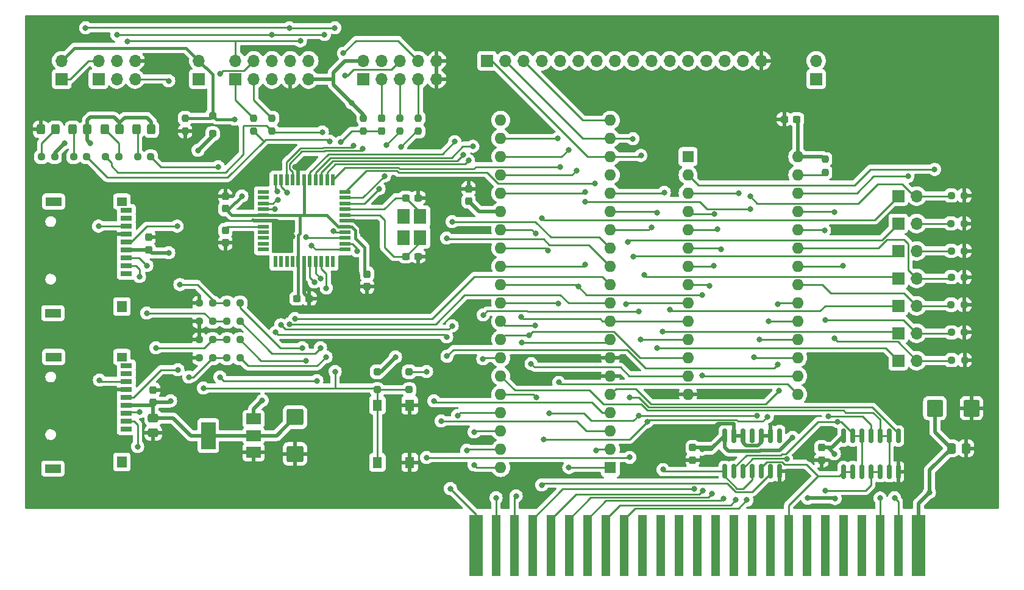
<source format=gbr>
%TF.GenerationSoftware,KiCad,Pcbnew,7.0.6+dfsg-1*%
%TF.CreationDate,2023-08-04T14:19:36+01:00*%
%TF.ProjectId,Apple2Card,4170706c-6532-4436-9172-642e6b696361,rev?*%
%TF.SameCoordinates,Original*%
%TF.FileFunction,Copper,L1,Top*%
%TF.FilePolarity,Positive*%
%FSLAX46Y46*%
G04 Gerber Fmt 4.6, Leading zero omitted, Abs format (unit mm)*
G04 Created by KiCad (PCBNEW 7.0.6+dfsg-1) date 2023-08-04 14:19:36*
%MOMM*%
%LPD*%
G01*
G04 APERTURE LIST*
G04 Aperture macros list*
%AMRoundRect*
0 Rectangle with rounded corners*
0 $1 Rounding radius*
0 $2 $3 $4 $5 $6 $7 $8 $9 X,Y pos of 4 corners*
0 Add a 4 corners polygon primitive as box body*
4,1,4,$2,$3,$4,$5,$6,$7,$8,$9,$2,$3,0*
0 Add four circle primitives for the rounded corners*
1,1,$1+$1,$2,$3*
1,1,$1+$1,$4,$5*
1,1,$1+$1,$6,$7*
1,1,$1+$1,$8,$9*
0 Add four rect primitives between the rounded corners*
20,1,$1+$1,$2,$3,$4,$5,0*
20,1,$1+$1,$4,$5,$6,$7,0*
20,1,$1+$1,$6,$7,$8,$9,0*
20,1,$1+$1,$8,$9,$2,$3,0*%
G04 Aperture macros list end*
%TA.AperFunction,SMDPad,CuDef*%
%ADD10RoundRect,0.237500X-0.300000X-0.237500X0.300000X-0.237500X0.300000X0.237500X-0.300000X0.237500X0*%
%TD*%
%TA.AperFunction,SMDPad,CuDef*%
%ADD11RoundRect,0.237500X-0.250000X-0.237500X0.250000X-0.237500X0.250000X0.237500X-0.250000X0.237500X0*%
%TD*%
%TA.AperFunction,SMDPad,CuDef*%
%ADD12RoundRect,0.237500X0.237500X-0.300000X0.237500X0.300000X-0.237500X0.300000X-0.237500X-0.300000X0*%
%TD*%
%TA.AperFunction,ComponentPad*%
%ADD13R,1.700000X1.700000*%
%TD*%
%TA.AperFunction,ComponentPad*%
%ADD14O,1.700000X1.700000*%
%TD*%
%TA.AperFunction,SMDPad,CuDef*%
%ADD15RoundRect,0.237500X0.250000X0.237500X-0.250000X0.237500X-0.250000X-0.237500X0.250000X-0.237500X0*%
%TD*%
%TA.AperFunction,SMDPad,CuDef*%
%ADD16RoundRect,0.250000X-0.250000X0.250000X-0.250000X-0.250000X0.250000X-0.250000X0.250000X0.250000X0*%
%TD*%
%TA.AperFunction,SMDPad,CuDef*%
%ADD17RoundRect,0.237500X-0.237500X0.250000X-0.237500X-0.250000X0.237500X-0.250000X0.237500X0.250000X0*%
%TD*%
%TA.AperFunction,SMDPad,CuDef*%
%ADD18RoundRect,0.250000X-0.325000X-0.450000X0.325000X-0.450000X0.325000X0.450000X-0.325000X0.450000X0*%
%TD*%
%TA.AperFunction,SMDPad,CuDef*%
%ADD19RoundRect,0.237500X0.300000X0.237500X-0.300000X0.237500X-0.300000X-0.237500X0.300000X-0.237500X0*%
%TD*%
%TA.AperFunction,SMDPad,CuDef*%
%ADD20R,1.400000X1.600000*%
%TD*%
%TA.AperFunction,SMDPad,CuDef*%
%ADD21R,2.200000X1.200000*%
%TD*%
%TA.AperFunction,SMDPad,CuDef*%
%ADD22R,1.600000X0.700000*%
%TD*%
%TA.AperFunction,SMDPad,CuDef*%
%ADD23R,1.400000X1.200000*%
%TD*%
%TA.AperFunction,SMDPad,CuDef*%
%ADD24RoundRect,0.237500X-0.237500X0.300000X-0.237500X-0.300000X0.237500X-0.300000X0.237500X0.300000X0*%
%TD*%
%TA.AperFunction,SMDPad,CuDef*%
%ADD25RoundRect,0.250000X-0.925000X0.875000X-0.925000X-0.875000X0.925000X-0.875000X0.925000X0.875000X0*%
%TD*%
%TA.AperFunction,SMDPad,CuDef*%
%ADD26R,1.900000X8.530000*%
%TD*%
%TA.AperFunction,SMDPad,CuDef*%
%ADD27R,1.270000X8.530000*%
%TD*%
%TA.AperFunction,SMDPad,CuDef*%
%ADD28R,1.910000X8.530000*%
%TD*%
%TA.AperFunction,SMDPad,CuDef*%
%ADD29RoundRect,0.237500X0.237500X-0.250000X0.237500X0.250000X-0.237500X0.250000X-0.237500X-0.250000X0*%
%TD*%
%TA.AperFunction,SMDPad,CuDef*%
%ADD30R,2.000000X1.500000*%
%TD*%
%TA.AperFunction,SMDPad,CuDef*%
%ADD31R,2.000000X3.800000*%
%TD*%
%TA.AperFunction,SMDPad,CuDef*%
%ADD32R,1.800000X2.100000*%
%TD*%
%TA.AperFunction,SMDPad,CuDef*%
%ADD33RoundRect,0.250000X-0.875000X-0.925000X0.875000X-0.925000X0.875000X0.925000X-0.875000X0.925000X0*%
%TD*%
%TA.AperFunction,SMDPad,CuDef*%
%ADD34R,1.500000X0.550000*%
%TD*%
%TA.AperFunction,SMDPad,CuDef*%
%ADD35R,0.550000X1.500000*%
%TD*%
%TA.AperFunction,SMDPad,CuDef*%
%ADD36RoundRect,0.150000X0.150000X-0.825000X0.150000X0.825000X-0.150000X0.825000X-0.150000X-0.825000X0*%
%TD*%
%TA.AperFunction,ComponentPad*%
%ADD37R,1.600000X1.600000*%
%TD*%
%TA.AperFunction,ComponentPad*%
%ADD38O,1.600000X1.600000*%
%TD*%
%TA.AperFunction,SMDPad,CuDef*%
%ADD39RoundRect,0.250000X-0.475000X0.337500X-0.475000X-0.337500X0.475000X-0.337500X0.475000X0.337500X0*%
%TD*%
%TA.AperFunction,SMDPad,CuDef*%
%ADD40R,1.300000X1.550000*%
%TD*%
%TA.AperFunction,SMDPad,CuDef*%
%ADD41RoundRect,0.250000X-0.337500X-0.475000X0.337500X-0.475000X0.337500X0.475000X-0.337500X0.475000X0*%
%TD*%
%TA.AperFunction,ViaPad*%
%ADD42C,0.800000*%
%TD*%
%TA.AperFunction,Conductor*%
%ADD43C,0.250000*%
%TD*%
%TA.AperFunction,Conductor*%
%ADD44C,0.500000*%
%TD*%
%TA.AperFunction,Conductor*%
%ADD45C,0.400000*%
%TD*%
G04 APERTURE END LIST*
D10*
%TO.P,C2,1*%
%TO.N,X1*%
X110643500Y-50800000D03*
%TO.P,C2,2*%
%TO.N,GND*%
X112368500Y-50800000D03*
%TD*%
D11*
%TO.P,R21,1*%
%TO.N,Net-(JP8-B)*%
X186412500Y-58166000D03*
%TO.P,R21,2*%
%TO.N,GND*%
X188237500Y-58166000D03*
%TD*%
D12*
%TO.P,C15,1*%
%TO.N,+3.3V*%
X74930000Y-58012500D03*
%TO.P,C15,2*%
%TO.N,GND*%
X74930000Y-56287500D03*
%TD*%
D13*
%TO.P,JP6,1,A*%
%TO.N,Net-(JP6-A)*%
X167640000Y-34295000D03*
D14*
%TO.P,JP6,2,B*%
%TO.N,~{EE_WE}*%
X167640000Y-31755000D03*
%TD*%
D15*
%TO.P,R24,1*%
%TO.N,Net-(D1-K)*%
X70762500Y-45085000D03*
%TO.P,R24,2*%
%TO.N,CS2*%
X68937500Y-45085000D03*
%TD*%
%TO.P,R15,1*%
%TO.N,Net-(U5-SCLK)*%
X83820000Y-65405000D03*
%TO.P,R15,2*%
%TO.N,GND*%
X81995000Y-65405000D03*
%TD*%
D16*
%TO.P,D8,1,K*%
%TO.N,Net-(D8-K)*%
X111125000Y-74950000D03*
%TO.P,D8,2,A*%
%TO.N,RESET*%
X111125000Y-77450000D03*
%TD*%
D17*
%TO.P,R6,1*%
%TO.N,Net-(J5-Pin_5)*%
X109860000Y-39727500D03*
%TO.P,R6,2*%
%TO.N,PD0*%
X109860000Y-41552500D03*
%TD*%
%TO.P,R5,1*%
%TO.N,Net-(J5-Pin_7)*%
X112400000Y-39727500D03*
%TO.P,R5,2*%
%TO.N,PD1*%
X112400000Y-41552500D03*
%TD*%
D18*
%TO.P,D1,1,K*%
%TO.N,Net-(D1-K)*%
X68825000Y-41275000D03*
%TO.P,D1,2,A*%
%TO.N,+5V*%
X70875000Y-41275000D03*
%TD*%
D19*
%TO.P,C8,1*%
%TO.N,+5V*%
X164946500Y-39878000D03*
%TO.P,C8,2*%
%TO.N,GND*%
X163221500Y-39878000D03*
%TD*%
D20*
%TO.P,U5,*%
%TO.N,*%
X71220000Y-87495000D03*
D21*
X61720000Y-72895000D03*
D22*
%TO.P,U5,1*%
%TO.N,N/C*%
X71820000Y-82895000D03*
%TO.P,U5,2,~{CS}*%
%TO.N,Net-(U5-~{CS})*%
X71820000Y-81795000D03*
%TO.P,U5,3,DI*%
%TO.N,Net-(U5-DI)*%
X71820000Y-80695000D03*
%TO.P,U5,4,VDD*%
%TO.N,+3.3V*%
X71820000Y-79595000D03*
%TO.P,U5,5,SCLK*%
%TO.N,Net-(U5-SCLK)*%
X71820000Y-78495000D03*
%TO.P,U5,6,GND*%
%TO.N,GND*%
X71820000Y-77395000D03*
%TO.P,U5,7,DO*%
%TO.N,MISO*%
X71820000Y-76295000D03*
%TO.P,U5,8*%
%TO.N,N/C*%
X71820000Y-75195000D03*
%TO.P,U5,9,CD*%
%TO.N,unconnected-(U5-CD-Pad9)*%
X71820000Y-74095000D03*
D23*
%TO.P,U5,10*%
%TO.N,N/C*%
X71220000Y-72895000D03*
D21*
%TO.P,U5,~*%
X61620000Y-88395000D03*
%TD*%
D18*
%TO.P,D11,1,K*%
%TO.N,Net-(D11-K)*%
X73270000Y-41275000D03*
%TO.P,D11,2,A*%
%TO.N,+5V*%
X75320000Y-41275000D03*
%TD*%
D16*
%TO.P,D7,1,K*%
%TO.N,VCC*%
X83820000Y-39390000D03*
%TO.P,D7,2,A*%
%TO.N,+5V*%
X83820000Y-41890000D03*
%TD*%
D24*
%TO.P,C10,1*%
%TO.N,+5V*%
X150495000Y-85497500D03*
%TO.P,C10,2*%
%TO.N,GND*%
X150495000Y-87222500D03*
%TD*%
D13*
%TO.P,JP1,1,A*%
%TO.N,Net-(J1-Pin_2)*%
X62865000Y-34290000D03*
D14*
%TO.P,JP1,2,B*%
%TO.N,VCC*%
X62865000Y-31750000D03*
%TD*%
D24*
%TO.P,C9,1*%
%TO.N,VCC*%
X105270000Y-61382500D03*
%TO.P,C9,2*%
%TO.N,GND*%
X105270000Y-63107500D03*
%TD*%
D13*
%TO.P,JP10,1,A*%
%TO.N,PB3*%
X179065000Y-50546000D03*
D14*
%TO.P,JP10,2,B*%
%TO.N,Net-(JP10-B)*%
X181605000Y-50546000D03*
%TD*%
D25*
%TO.P,C6,1*%
%TO.N,+3.3V*%
X95250000Y-81270000D03*
%TO.P,C6,2*%
%TO.N,GND*%
X95250000Y-86370000D03*
%TD*%
D11*
%TO.P,R22,1*%
%TO.N,Net-(JP9-B)*%
X186362500Y-54356000D03*
%TO.P,R22,2*%
%TO.N,GND*%
X188187500Y-54356000D03*
%TD*%
D13*
%TO.P,JP2,1,A*%
%TO.N,PC0*%
X179065000Y-73406000D03*
D14*
%TO.P,JP2,2,B*%
%TO.N,Net-(JP2-B)*%
X181605000Y-73406000D03*
%TD*%
D18*
%TO.P,D9,1,K*%
%TO.N,Net-(D9-K)*%
X64380000Y-41275000D03*
%TO.P,D9,2,A*%
%TO.N,+5V*%
X66430000Y-41275000D03*
%TD*%
D11*
%TO.P,R18,1*%
%TO.N,Net-(JP4-B)*%
X186392500Y-65646000D03*
%TO.P,R18,2*%
%TO.N,GND*%
X188217500Y-65646000D03*
%TD*%
D12*
%TO.P,C12,1*%
%TO.N,VCC*%
X85585000Y-52312500D03*
%TO.P,C12,2*%
%TO.N,GND*%
X85585000Y-50587500D03*
%TD*%
D26*
%TO.P,BUS1,1,~{IOSEL}*%
%TO.N,IOSEL*%
X120396000Y-99060000D03*
D27*
%TO.P,BUS1,2,A0*%
%TO.N,A0*%
X123190000Y-99060000D03*
%TO.P,BUS1,3,A1*%
%TO.N,A1*%
X125730000Y-99060000D03*
%TO.P,BUS1,4,A2*%
%TO.N,A2*%
X128270000Y-99060000D03*
%TO.P,BUS1,5,A3*%
%TO.N,A3*%
X130810000Y-99060000D03*
%TO.P,BUS1,6,A4*%
%TO.N,A4*%
X133350000Y-99060000D03*
%TO.P,BUS1,7,A5*%
%TO.N,A5*%
X135890000Y-99060000D03*
%TO.P,BUS1,8,A6*%
%TO.N,A6*%
X138430000Y-99060000D03*
%TO.P,BUS1,9,A7*%
%TO.N,A7*%
X140970000Y-99060000D03*
%TO.P,BUS1,10,A8*%
%TO.N,unconnected-(BUS1-A8-Pad10)*%
X143510000Y-99060000D03*
%TO.P,BUS1,11,A9*%
%TO.N,unconnected-(BUS1-A9-Pad11)*%
X146050000Y-99060000D03*
%TO.P,BUS1,12,A10*%
%TO.N,unconnected-(BUS1-A10-Pad12)*%
X148590000Y-99060000D03*
%TO.P,BUS1,13,A11*%
%TO.N,unconnected-(BUS1-A11-Pad13)*%
X151130000Y-99060000D03*
%TO.P,BUS1,14,A12*%
%TO.N,unconnected-(BUS1-A12-Pad14)*%
X153670000Y-99060000D03*
%TO.P,BUS1,15,A13*%
%TO.N,unconnected-(BUS1-A13-Pad15)*%
X156210000Y-99060000D03*
%TO.P,BUS1,16,A14*%
%TO.N,unconnected-(BUS1-A14-Pad16)*%
X158750000Y-99060000D03*
%TO.P,BUS1,17,A15*%
%TO.N,unconnected-(BUS1-A15-Pad17)*%
X161290000Y-99060000D03*
%TO.P,BUS1,18,R/~{W}*%
%TO.N,RW*%
X163830000Y-99060000D03*
%TO.P,BUS1,19,NC*%
%TO.N,unconnected-(BUS1-NC-Pad19)*%
X166370000Y-99060000D03*
%TO.P,BUS1,20,~{IO_STROBE}*%
%TO.N,unconnected-(BUS1-~{IO_STROBE}-Pad20)*%
X168910000Y-99060000D03*
%TO.P,BUS1,21,RDY*%
%TO.N,unconnected-(BUS1-RDY-Pad21)*%
X171450000Y-99060000D03*
%TO.P,BUS1,22,~{DMA}*%
%TO.N,unconnected-(BUS1-~{DMA}-Pad22)*%
X173990000Y-99060000D03*
%TO.P,BUS1,23,INT_OUT*%
%TO.N,Net-(BUS1-INT_IN)*%
X176530000Y-99060000D03*
%TO.P,BUS1,24,DMA_OUT*%
%TO.N,Net-(BUS1-DMA_IN)*%
X179070000Y-99060000D03*
D28*
%TO.P,BUS1,25,+5V*%
%TO.N,+5V*%
X181864000Y-99060000D03*
%TD*%
D15*
%TO.P,R13,1*%
%TO.N,Net-(U5-~{CS})*%
X83820000Y-73025000D03*
%TO.P,R13,2*%
%TO.N,GND*%
X81995000Y-73025000D03*
%TD*%
D13*
%TO.P,JP9,1,A*%
%TO.N,PB2*%
X179065000Y-54356000D03*
D14*
%TO.P,JP9,2,B*%
%TO.N,Net-(JP9-B)*%
X181605000Y-54356000D03*
%TD*%
D29*
%TO.P,R27,1*%
%TO.N,CS2*%
X92075000Y-41552500D03*
%TO.P,R27,2*%
%TO.N,Net-(J6-Pin_3)*%
X92075000Y-39727500D03*
%TD*%
D30*
%TO.P,U1,1,GND*%
%TO.N,GND*%
X89510000Y-86120000D03*
%TO.P,U1,2,VO*%
%TO.N,+3.3V*%
X89510000Y-83820000D03*
D31*
X83210000Y-83820000D03*
D30*
%TO.P,U1,3,VI*%
%TO.N,+5V*%
X89510000Y-81520000D03*
%TD*%
D32*
%TO.P,Y1,1,1*%
%TO.N,X2*%
X112656000Y-56314000D03*
%TO.P,Y1,2,2*%
%TO.N,X1*%
X112656000Y-53414000D03*
%TO.P,Y1,3*%
%TO.N,N/C*%
X110356000Y-53414000D03*
%TO.P,Y1,4*%
X110356000Y-56314000D03*
%TD*%
D13*
%TO.P,J5,1,Pin_1*%
%TO.N,unconnected-(J5-Pin_1-Pad1)*%
X104780000Y-34290000D03*
D14*
%TO.P,J5,2,Pin_2*%
%TO.N,+5V*%
X104780000Y-31750000D03*
%TO.P,J5,3,Pin_3*%
%TO.N,Net-(J5-Pin_3)*%
X107320000Y-34290000D03*
%TO.P,J5,4,Pin_4*%
%TO.N,unconnected-(J5-Pin_4-Pad4)*%
X107320000Y-31750000D03*
%TO.P,J5,5,Pin_5*%
%TO.N,Net-(J5-Pin_5)*%
X109860000Y-34290000D03*
%TO.P,J5,6,Pin_6*%
%TO.N,SDA*%
X109860000Y-31750000D03*
%TO.P,J5,7,Pin_7*%
%TO.N,Net-(J5-Pin_7)*%
X112400000Y-34290000D03*
%TO.P,J5,8,Pin_8*%
%TO.N,SCL*%
X112400000Y-31750000D03*
%TO.P,J5,9,Pin_9*%
%TO.N,GND*%
X114940000Y-34290000D03*
%TO.P,J5,10,Pin_10*%
X114940000Y-31750000D03*
%TD*%
D15*
%TO.P,R26,1*%
%TO.N,CS*%
X66317500Y-45085000D03*
%TO.P,R26,2*%
%TO.N,Net-(D9-K)*%
X64492500Y-45085000D03*
%TD*%
%TO.P,R25,1*%
%TO.N,CS3*%
X75207500Y-45085000D03*
%TO.P,R25,2*%
%TO.N,Net-(D11-K)*%
X73382500Y-45085000D03*
%TD*%
D33*
%TO.P,C17,1*%
%TO.N,+5V*%
X184140000Y-80010000D03*
%TO.P,C17,2*%
%TO.N,GND*%
X189240000Y-80010000D03*
%TD*%
D34*
%TO.P,U7,1,PB5*%
%TO.N,MOSI*%
X102220000Y-57975000D03*
%TO.P,U7,2,PB6*%
%TO.N,MISO*%
X102220000Y-57175000D03*
%TO.P,U7,3,PB7*%
%TO.N,SCK*%
X102220000Y-56375000D03*
%TO.P,U7,4,~{RESET}*%
%TO.N,RESET*%
X102220000Y-55575000D03*
%TO.P,U7,5,VCC*%
%TO.N,VCC*%
X102220000Y-54775000D03*
%TO.P,U7,6,GND*%
%TO.N,GND*%
X102220000Y-53975000D03*
%TO.P,U7,7,XTAL2*%
%TO.N,X2*%
X102220000Y-53175000D03*
%TO.P,U7,8,XTAL1*%
%TO.N,X1*%
X102220000Y-52375000D03*
%TO.P,U7,9,PD0*%
%TO.N,PD0*%
X102220000Y-51575000D03*
%TO.P,U7,10,PD1*%
%TO.N,PD1*%
X102220000Y-50775000D03*
%TO.P,U7,11,PD2*%
%TO.N,PD2*%
X102220000Y-49975000D03*
D35*
%TO.P,U7,12,PD3*%
%TO.N,PD3*%
X100520000Y-48275000D03*
%TO.P,U7,13,PD4*%
%TO.N,PD4*%
X99720000Y-48275000D03*
%TO.P,U7,14,PD5*%
%TO.N,PD5*%
X98920000Y-48275000D03*
%TO.P,U7,15,PD6*%
%TO.N,PD6*%
X98120000Y-48275000D03*
%TO.P,U7,16,PD7*%
%TO.N,PD7*%
X97320000Y-48275000D03*
%TO.P,U7,17,VCC*%
%TO.N,VCC*%
X96520000Y-48275000D03*
%TO.P,U7,18,GND*%
%TO.N,GND*%
X95720000Y-48275000D03*
%TO.P,U7,19,PC0*%
%TO.N,SCL*%
X94920000Y-48275000D03*
%TO.P,U7,20,PC1*%
%TO.N,SDA*%
X94120000Y-48275000D03*
%TO.P,U7,21,PC2*%
%TO.N,ACKA*%
X93320000Y-48275000D03*
%TO.P,U7,22,PC3*%
%TO.N,OBFA*%
X92520000Y-48275000D03*
D34*
%TO.P,U7,23,PC4*%
%TO.N,unconnected-(U7-PC4-Pad23)*%
X90820000Y-49975000D03*
%TO.P,U7,24,PC5*%
%TO.N,unconnected-(U7-PC5-Pad24)*%
X90820000Y-50775000D03*
%TO.P,U7,25,PC6*%
%TO.N,STBA*%
X90820000Y-51575000D03*
%TO.P,U7,26,PC7*%
%TO.N,IBFA*%
X90820000Y-52375000D03*
%TO.P,U7,27,AVCC*%
%TO.N,VCC*%
X90820000Y-53175000D03*
%TO.P,U7,28,GND*%
%TO.N,GND*%
X90820000Y-53975000D03*
%TO.P,U7,29,AREF*%
%TO.N,AREF*%
X90820000Y-54775000D03*
%TO.P,U7,30,PA7*%
%TO.N,unconnected-(U7-PA7-Pad30)*%
X90820000Y-55575000D03*
%TO.P,U7,31,PA6*%
%TO.N,unconnected-(U7-PA6-Pad31)*%
X90820000Y-56375000D03*
%TO.P,U7,32,PA5*%
%TO.N,unconnected-(U7-PA5-Pad32)*%
X90820000Y-57175000D03*
%TO.P,U7,33,PA4*%
%TO.N,unconnected-(U7-PA4-Pad33)*%
X90820000Y-57975000D03*
D35*
%TO.P,U7,34,PA3*%
%TO.N,unconnected-(U7-PA3-Pad34)*%
X92520000Y-59675000D03*
%TO.P,U7,35,PA2*%
%TO.N,unconnected-(U7-PA2-Pad35)*%
X93320000Y-59675000D03*
%TO.P,U7,36,PA1*%
%TO.N,unconnected-(U7-PA1-Pad36)*%
X94120000Y-59675000D03*
%TO.P,U7,37,PA0*%
%TO.N,unconnected-(U7-PA0-Pad37)*%
X94920000Y-59675000D03*
%TO.P,U7,38,VCC*%
%TO.N,VCC*%
X95720000Y-59675000D03*
%TO.P,U7,39,GND*%
%TO.N,GND*%
X96520000Y-59675000D03*
%TO.P,U7,40,PB0*%
%TO.N,CS3*%
X97320000Y-59675000D03*
%TO.P,U7,41,PB1*%
%TO.N,CS2*%
X98120000Y-59675000D03*
%TO.P,U7,42,PB2*%
%TO.N,CS*%
X98920000Y-59675000D03*
%TO.P,U7,43,PB3*%
%TO.N,unconnected-(U7-PB3-Pad43)*%
X99720000Y-59675000D03*
%TO.P,U7,44,PB4*%
%TO.N,unconnected-(U7-PB4-Pad44)*%
X100520000Y-59675000D03*
%TD*%
D15*
%TO.P,R16,1*%
%TO.N,Net-(U5-DI)*%
X83818100Y-70485000D03*
%TO.P,R16,2*%
%TO.N,GND*%
X81993100Y-70485000D03*
%TD*%
D13*
%TO.P,JP7,1,A*%
%TO.N,PB0*%
X179065000Y-61976000D03*
D14*
%TO.P,JP7,2,B*%
%TO.N,Net-(JP7-B)*%
X181605000Y-61976000D03*
%TD*%
D11*
%TO.P,R3,1*%
%TO.N,Net-(JP3-B)*%
X186437500Y-69496000D03*
%TO.P,R3,2*%
%TO.N,GND*%
X188262500Y-69496000D03*
%TD*%
%TO.P,R23,1*%
%TO.N,Net-(JP10-B)*%
X186407500Y-50486000D03*
%TO.P,R23,2*%
%TO.N,GND*%
X188232500Y-50486000D03*
%TD*%
D36*
%TO.P,U2,1*%
%TO.N,DS*%
X154940000Y-88770000D03*
%TO.P,U2,2*%
%TO.N,~{EE_OE}*%
X156210000Y-88770000D03*
%TO.P,U2,3*%
%TO.N,Net-(U4-~{RD})*%
X157480000Y-88770000D03*
%TO.P,U2,4*%
%TO.N,DS*%
X158750000Y-88770000D03*
%TO.P,U2,5*%
%TO.N,RW*%
X160020000Y-88770000D03*
%TO.P,U2,6*%
%TO.N,Net-(U4-~{WR})*%
X161290000Y-88770000D03*
%TO.P,U2,7,GND*%
%TO.N,GND*%
X162560000Y-88770000D03*
%TO.P,U2,8*%
%TO.N,unconnected-(U2-Pad8)*%
X162560000Y-83820000D03*
%TO.P,U2,9*%
%TO.N,GND*%
X161290000Y-83820000D03*
%TO.P,U2,10*%
X160020000Y-83820000D03*
%TO.P,U2,11*%
%TO.N,unconnected-(U2-Pad11)*%
X158750000Y-83820000D03*
%TO.P,U2,12*%
%TO.N,GND*%
X157480000Y-83820000D03*
%TO.P,U2,13*%
X156210000Y-83820000D03*
%TO.P,U2,14,VCC*%
%TO.N,+5V*%
X154940000Y-83820000D03*
%TD*%
D20*
%TO.P,U6,*%
%TO.N,*%
X71220000Y-65905000D03*
D21*
X61720000Y-51305000D03*
D22*
%TO.P,U6,1*%
%TO.N,N/C*%
X71820000Y-61305000D03*
%TO.P,U6,2,~{CS}*%
%TO.N,Net-(U6-~{CS})*%
X71820000Y-60205000D03*
%TO.P,U6,3,DI*%
%TO.N,Net-(U5-DI)*%
X71820000Y-59105000D03*
%TO.P,U6,4,VDD*%
%TO.N,+3.3V*%
X71820000Y-58005000D03*
%TO.P,U6,5,SCLK*%
%TO.N,Net-(U5-SCLK)*%
X71820000Y-56905000D03*
%TO.P,U6,6,GND*%
%TO.N,GND*%
X71820000Y-55805000D03*
%TO.P,U6,7,DO*%
%TO.N,MISO*%
X71820000Y-54705000D03*
%TO.P,U6,8*%
%TO.N,N/C*%
X71820000Y-53605000D03*
%TO.P,U6,9,CD*%
%TO.N,unconnected-(U6-CD-Pad9)*%
X71820000Y-52505000D03*
D23*
%TO.P,U6,10*%
%TO.N,N/C*%
X71220000Y-51305000D03*
D21*
%TO.P,U6,~*%
X61620000Y-66805000D03*
%TD*%
D17*
%TO.P,R4,1*%
%TO.N,+5V*%
X104780000Y-39727500D03*
%TO.P,R4,2*%
%TO.N,RESET*%
X104780000Y-41552500D03*
%TD*%
D37*
%TO.P,U4,1,PA3*%
%TO.N,PD3*%
X139070000Y-88260000D03*
D38*
%TO.P,U4,2,PA2*%
%TO.N,PD2*%
X139070000Y-85720000D03*
%TO.P,U4,3,PA1*%
%TO.N,PD1*%
X139070000Y-83180000D03*
%TO.P,U4,4,PA0*%
%TO.N,PD0*%
X139070000Y-80640000D03*
%TO.P,U4,5,~{RD}*%
%TO.N,Net-(U4-~{RD})*%
X139070000Y-78100000D03*
%TO.P,U4,6,~{CS}*%
%TO.N,GND*%
X139070000Y-75560000D03*
%TO.P,U4,7,GND*%
X139070000Y-73020000D03*
%TO.P,U4,8,A1*%
%TO.N,A1*%
X139070000Y-70480000D03*
%TO.P,U4,9,A0*%
%TO.N,A0*%
X139070000Y-67940000D03*
%TO.P,U4,10,PC7*%
%TO.N,OBFA*%
X139070000Y-65400000D03*
%TO.P,U4,11,PC6*%
%TO.N,ACKA*%
X139070000Y-62860000D03*
%TO.P,U4,12,PC5*%
%TO.N,IBFA*%
X139070000Y-60320000D03*
%TO.P,U4,13,PC4*%
%TO.N,STBA*%
X139070000Y-57780000D03*
%TO.P,U4,14,PC0*%
%TO.N,PC0*%
X139070000Y-55240000D03*
%TO.P,U4,15,PC1*%
%TO.N,PC1*%
X139070000Y-52700000D03*
%TO.P,U4,16,PC2*%
%TO.N,PC2*%
X139070000Y-50160000D03*
%TO.P,U4,17,PC3*%
%TO.N,unconnected-(U4-PC3-Pad17)*%
X139070000Y-47620000D03*
%TO.P,U4,18,PB0*%
%TO.N,PB0*%
X139070000Y-45080000D03*
%TO.P,U4,19,PB1*%
%TO.N,PB1*%
X139070000Y-42540000D03*
%TO.P,U4,20,PB2*%
%TO.N,PB2*%
X139070000Y-40000000D03*
%TO.P,U4,21,PB3*%
%TO.N,PB3*%
X123830000Y-40000000D03*
%TO.P,U4,22,PB4*%
%TO.N,Net-(J4-Pin_5)*%
X123830000Y-42540000D03*
%TO.P,U4,23,PB5*%
%TO.N,Net-(J4-Pin_6)*%
X123830000Y-45080000D03*
%TO.P,U4,24,PB6*%
%TO.N,Net-(J4-Pin_7)*%
X123830000Y-47620000D03*
%TO.P,U4,25,PB7*%
%TO.N,Net-(J4-Pin_8)*%
X123830000Y-50160000D03*
%TO.P,U4,26,VCC*%
%TO.N,+5V*%
X123830000Y-52700000D03*
%TO.P,U4,27,D7*%
%TO.N,D7*%
X123830000Y-55240000D03*
%TO.P,U4,28,D6*%
%TO.N,D6*%
X123830000Y-57780000D03*
%TO.P,U4,29,D5*%
%TO.N,D5*%
X123830000Y-60320000D03*
%TO.P,U4,30,D4*%
%TO.N,D4*%
X123830000Y-62860000D03*
%TO.P,U4,31,D3*%
%TO.N,D3*%
X123830000Y-65400000D03*
%TO.P,U4,32,D2*%
%TO.N,D2*%
X123830000Y-67940000D03*
%TO.P,U4,33,D1*%
%TO.N,D1*%
X123830000Y-70480000D03*
%TO.P,U4,34,D0*%
%TO.N,D0*%
X123830000Y-73020000D03*
%TO.P,U4,35,RESET*%
%TO.N,Net-(U4-RESET)*%
X123830000Y-75560000D03*
%TO.P,U4,36,~{WR}*%
%TO.N,Net-(U4-~{WR})*%
X123830000Y-78100000D03*
%TO.P,U4,37,PA7*%
%TO.N,PD7*%
X123830000Y-80640000D03*
%TO.P,U4,38,PA6*%
%TO.N,PD6*%
X123830000Y-83180000D03*
%TO.P,U4,39,PA5*%
%TO.N,PD5*%
X123830000Y-85720000D03*
%TO.P,U4,40,PA4*%
%TO.N,PD4*%
X123830000Y-88260000D03*
%TD*%
D39*
%TO.P,C5,1*%
%TO.N,+3.3V*%
X75565000Y-81385500D03*
%TO.P,C5,2*%
%TO.N,GND*%
X75565000Y-83460500D03*
%TD*%
D16*
%TO.P,D2,1,K*%
%TO.N,+5V*%
X106680000Y-74950000D03*
%TO.P,D2,2,A*%
%TO.N,RESET*%
X106680000Y-77450000D03*
%TD*%
D36*
%TO.P,U3,1*%
%TO.N,RW*%
X171450000Y-88835000D03*
%TO.P,U3,2*%
X172720000Y-88835000D03*
%TO.P,U3,3*%
%TO.N,~{EE_OE}*%
X173990000Y-88835000D03*
%TO.P,U3,4*%
%TO.N,RES*%
X175260000Y-88835000D03*
%TO.P,U3,5*%
X176530000Y-88835000D03*
%TO.P,U3,6*%
%TO.N,Net-(U4-RESET)*%
X177800000Y-88835000D03*
%TO.P,U3,7,GND*%
%TO.N,GND*%
X179070000Y-88835000D03*
%TO.P,U3,8*%
%TO.N,Net-(D8-K)*%
X179070000Y-83885000D03*
%TO.P,U3,9*%
%TO.N,Net-(U4-RESET)*%
X177800000Y-83885000D03*
%TO.P,U3,10*%
X176530000Y-83885000D03*
%TO.P,U3,11*%
%TO.N,Net-(JP6-A)*%
X175260000Y-83885000D03*
%TO.P,U3,12*%
%TO.N,~{EE_OE}*%
X173990000Y-83885000D03*
%TO.P,U3,13*%
X172720000Y-83885000D03*
%TO.P,U3,14,VCC*%
%TO.N,+5V*%
X171450000Y-83885000D03*
%TD*%
D11*
%TO.P,R2,1*%
%TO.N,Net-(JP2-B)*%
X186447500Y-73346000D03*
%TO.P,R2,2*%
%TO.N,GND*%
X188272500Y-73346000D03*
%TD*%
D13*
%TO.P,JP5,1,A*%
%TO.N,+5V*%
X81915000Y-34295000D03*
D14*
%TO.P,JP5,2,B*%
%TO.N,VCC*%
X81915000Y-31755000D03*
%TD*%
D11*
%TO.P,R7,1*%
%TO.N,Net-(JP7-B)*%
X186427500Y-61816000D03*
%TO.P,R7,2*%
%TO.N,GND*%
X188252500Y-61816000D03*
%TD*%
D13*
%TO.P,JP3,1,A*%
%TO.N,PC1*%
X179065000Y-69596000D03*
D14*
%TO.P,JP3,2,B*%
%TO.N,Net-(JP3-B)*%
X181605000Y-69596000D03*
%TD*%
D29*
%TO.P,R20,1*%
%TO.N,GND*%
X80010000Y-41552500D03*
%TO.P,R20,2*%
%TO.N,VCC*%
X80010000Y-39727500D03*
%TD*%
D24*
%TO.P,C4,1*%
%TO.N,Net-(J5-Pin_3)*%
X107320000Y-39777500D03*
%TO.P,C4,2*%
%TO.N,RESET*%
X107320000Y-41502500D03*
%TD*%
D10*
%TO.P,C3,1*%
%TO.N,X2*%
X110643500Y-58928000D03*
%TO.P,C3,2*%
%TO.N,GND*%
X112368500Y-58928000D03*
%TD*%
D15*
%TO.P,R19,1*%
%TO.N,+5V*%
X61872500Y-45085000D03*
%TO.P,R19,2*%
%TO.N,Net-(D10-A)*%
X60047500Y-45085000D03*
%TD*%
D40*
%TO.P,SW1,1,1*%
%TO.N,RESET*%
X106716000Y-87541000D03*
X106716000Y-79591000D03*
%TO.P,SW1,2,2*%
%TO.N,GND*%
X111216000Y-87541000D03*
X111216000Y-79591000D03*
%TD*%
D15*
%TO.P,R9,1*%
%TO.N,SCK*%
X87630000Y-65405000D03*
%TO.P,R9,2*%
%TO.N,Net-(U5-SCLK)*%
X85805000Y-65405000D03*
%TD*%
D17*
%TO.P,R1,1*%
%TO.N,+5V*%
X168910000Y-45442500D03*
%TO.P,R1,2*%
%TO.N,~{EE_WE}*%
X168910000Y-47267500D03*
%TD*%
D37*
%TO.P,U9,1,A14*%
%TO.N,Net-(JP10-B)*%
X149855000Y-45070000D03*
D38*
%TO.P,U9,2,A12*%
%TO.N,Net-(JP8-B)*%
X149855000Y-47610000D03*
%TO.P,U9,3,A7*%
%TO.N,A7*%
X149855000Y-50150000D03*
%TO.P,U9,4,A6*%
%TO.N,A6*%
X149855000Y-52690000D03*
%TO.P,U9,5,A5*%
%TO.N,A5*%
X149855000Y-55230000D03*
%TO.P,U9,6,A4*%
%TO.N,A4*%
X149855000Y-57770000D03*
%TO.P,U9,7,A3*%
%TO.N,A3*%
X149855000Y-60310000D03*
%TO.P,U9,8,A2*%
%TO.N,A2*%
X149855000Y-62850000D03*
%TO.P,U9,9,A1*%
%TO.N,A1*%
X149855000Y-65390000D03*
%TO.P,U9,10,A0*%
%TO.N,A0*%
X149855000Y-67930000D03*
%TO.P,U9,11,D0*%
%TO.N,D0*%
X149855000Y-70470000D03*
%TO.P,U9,12,D1*%
%TO.N,D1*%
X149855000Y-73010000D03*
%TO.P,U9,13,D2*%
%TO.N,D2*%
X149855000Y-75550000D03*
%TO.P,U9,14,GND*%
%TO.N,GND*%
X149855000Y-78090000D03*
%TO.P,U9,15,D3*%
%TO.N,D3*%
X165095000Y-78090000D03*
%TO.P,U9,16,D4*%
%TO.N,D4*%
X165095000Y-75550000D03*
%TO.P,U9,17,D5*%
%TO.N,D5*%
X165095000Y-73010000D03*
%TO.P,U9,18,D6*%
%TO.N,D6*%
X165095000Y-70470000D03*
%TO.P,U9,19,D7*%
%TO.N,D7*%
X165095000Y-67930000D03*
%TO.P,U9,20,~{CS}*%
%TO.N,IOSEL*%
X165095000Y-65390000D03*
%TO.P,U9,21,A10*%
%TO.N,Net-(JP4-B)*%
X165095000Y-62850000D03*
%TO.P,U9,22,~{OE}*%
%TO.N,~{EE_OE}*%
X165095000Y-60310000D03*
%TO.P,U9,23,A11*%
%TO.N,Net-(JP7-B)*%
X165095000Y-57770000D03*
%TO.P,U9,24,A9*%
%TO.N,Net-(JP3-B)*%
X165095000Y-55230000D03*
%TO.P,U9,25,A8*%
%TO.N,Net-(JP2-B)*%
X165095000Y-52690000D03*
%TO.P,U9,26,A13*%
%TO.N,Net-(JP9-B)*%
X165095000Y-50150000D03*
%TO.P,U9,27,~{WE}*%
%TO.N,~{EE_WE}*%
X165095000Y-47610000D03*
%TO.P,U9,28,VCC*%
%TO.N,+5V*%
X165095000Y-45070000D03*
%TD*%
D15*
%TO.P,R10,1*%
%TO.N,CS*%
X87630000Y-73025000D03*
%TO.P,R10,2*%
%TO.N,Net-(U5-~{CS})*%
X85805000Y-73025000D03*
%TD*%
D18*
%TO.P,D10,1,K*%
%TO.N,GND*%
X59935000Y-41275000D03*
%TO.P,D10,2,A*%
%TO.N,Net-(D10-A)*%
X61985000Y-41275000D03*
%TD*%
D15*
%TO.P,R14,1*%
%TO.N,Net-(U6-~{CS})*%
X83820000Y-67945000D03*
%TO.P,R14,2*%
%TO.N,GND*%
X81995000Y-67945000D03*
%TD*%
%TO.P,R17,1*%
%TO.N,MOSI*%
X87630000Y-70485000D03*
%TO.P,R17,2*%
%TO.N,Net-(U5-DI)*%
X85805000Y-70485000D03*
%TD*%
D13*
%TO.P,JP8,1,A*%
%TO.N,PB1*%
X179065000Y-58166000D03*
D14*
%TO.P,JP8,2,B*%
%TO.N,Net-(JP8-B)*%
X181605000Y-58166000D03*
%TD*%
D13*
%TO.P,JP4,1,A*%
%TO.N,PC2*%
X179065000Y-65786000D03*
D14*
%TO.P,JP4,2,B*%
%TO.N,Net-(JP4-B)*%
X181605000Y-65786000D03*
%TD*%
D13*
%TO.P,J4,1,Pin_1*%
%TO.N,PB0*%
X121920000Y-31750000D03*
D14*
%TO.P,J4,2,Pin_2*%
%TO.N,PB1*%
X124460000Y-31750000D03*
%TO.P,J4,3,Pin_3*%
%TO.N,PB2*%
X127000000Y-31750000D03*
%TO.P,J4,4,Pin_4*%
%TO.N,PB3*%
X129540000Y-31750000D03*
%TO.P,J4,5,Pin_5*%
%TO.N,Net-(J4-Pin_5)*%
X132080000Y-31750000D03*
%TO.P,J4,6,Pin_6*%
%TO.N,Net-(J4-Pin_6)*%
X134620000Y-31750000D03*
%TO.P,J4,7,Pin_7*%
%TO.N,Net-(J4-Pin_7)*%
X137160000Y-31750000D03*
%TO.P,J4,8,Pin_8*%
%TO.N,Net-(J4-Pin_8)*%
X139700000Y-31750000D03*
%TO.P,J4,9,Pin_9*%
%TO.N,unconnected-(J4-Pin_9-Pad9)*%
X142240000Y-31750000D03*
%TO.P,J4,10,Pin_10*%
%TO.N,PC0*%
X144780000Y-31750000D03*
%TO.P,J4,11,Pin_11*%
%TO.N,PC1*%
X147320000Y-31750000D03*
%TO.P,J4,12,Pin_12*%
%TO.N,PC2*%
X149860000Y-31750000D03*
%TO.P,J4,13,Pin_13*%
%TO.N,unconnected-(J4-Pin_13-Pad13)*%
X152400000Y-31750000D03*
%TO.P,J4,14,Pin_14*%
%TO.N,unconnected-(J4-Pin_14-Pad14)*%
X154940000Y-31750000D03*
%TO.P,J4,15,Pin_15*%
%TO.N,+5V*%
X157480000Y-31750000D03*
%TO.P,J4,16,Pin_16*%
%TO.N,GND*%
X160020000Y-31750000D03*
%TD*%
D13*
%TO.P,J1,1,Pin_1*%
%TO.N,MISO*%
X67960000Y-34290000D03*
D14*
%TO.P,J1,2,Pin_2*%
%TO.N,Net-(J1-Pin_2)*%
X67960000Y-31750000D03*
%TO.P,J1,3,Pin_3*%
%TO.N,SCK*%
X70500000Y-34290000D03*
%TO.P,J1,4,Pin_4*%
%TO.N,MOSI*%
X70500000Y-31750000D03*
%TO.P,J1,5,Pin_5*%
%TO.N,RESET*%
X73040000Y-34290000D03*
%TO.P,J1,6,Pin_6*%
%TO.N,GND*%
X73040000Y-31750000D03*
%TD*%
D24*
%TO.P,C11,1*%
%TO.N,+5V*%
X168402000Y-85497500D03*
%TO.P,C11,2*%
%TO.N,GND*%
X168402000Y-87222500D03*
%TD*%
D13*
%TO.P,J6,1,Pin_1*%
%TO.N,Net-(J6-Pin_1)*%
X87000000Y-34290000D03*
D14*
%TO.P,J6,2,Pin_2*%
%TO.N,SCK*%
X87000000Y-31750000D03*
%TO.P,J6,3,Pin_3*%
%TO.N,Net-(J6-Pin_3)*%
X89540000Y-34290000D03*
%TO.P,J6,4,Pin_4*%
%TO.N,CS3*%
X89540000Y-31750000D03*
%TO.P,J6,5,Pin_5*%
%TO.N,unconnected-(J6-Pin_5-Pad5)*%
X92080000Y-34290000D03*
%TO.P,J6,6,Pin_6*%
%TO.N,MOSI*%
X92080000Y-31750000D03*
%TO.P,J6,7,Pin_7*%
%TO.N,GND*%
X94620000Y-34290000D03*
%TO.P,J6,8,Pin_8*%
%TO.N,MISO*%
X94620000Y-31750000D03*
%TO.P,J6,9,Pin_9*%
%TO.N,+5V*%
X97160000Y-34290000D03*
%TO.P,J6,10,Pin_10*%
%TO.N,unconnected-(J6-Pin_10-Pad10)*%
X97160000Y-31750000D03*
%TD*%
D12*
%TO.P,C7,1*%
%TO.N,+5V*%
X119380000Y-51255000D03*
%TO.P,C7,2*%
%TO.N,GND*%
X119380000Y-49530000D03*
%TD*%
D10*
%TO.P,C13,1*%
%TO.N,VCC*%
X95517500Y-64785000D03*
%TO.P,C13,2*%
%TO.N,GND*%
X97242500Y-64785000D03*
%TD*%
D29*
%TO.P,R28,1*%
%TO.N,CS*%
X89535000Y-41552500D03*
%TO.P,R28,2*%
%TO.N,Net-(J6-Pin_1)*%
X89535000Y-39727500D03*
%TD*%
D41*
%TO.P,C14,1*%
%TO.N,+5V*%
X186414500Y-85598000D03*
%TO.P,C14,2*%
%TO.N,GND*%
X188489500Y-85598000D03*
%TD*%
D15*
%TO.P,R8,1*%
%TO.N,CS2*%
X87630000Y-67945000D03*
%TO.P,R8,2*%
%TO.N,Net-(U6-~{CS})*%
X85805000Y-67945000D03*
%TD*%
D24*
%TO.P,C1,1*%
%TO.N,AREF*%
X85598000Y-55322300D03*
%TO.P,C1,2*%
%TO.N,GND*%
X85598000Y-57047300D03*
%TD*%
D12*
%TO.P,C16,1*%
%TO.N,+3.3V*%
X75565000Y-79195000D03*
%TO.P,C16,2*%
%TO.N,GND*%
X75565000Y-77470000D03*
%TD*%
D42*
%TO.N,IOSEL*%
X116369000Y-72785401D03*
X116840000Y-91186000D03*
X162306000Y-73914000D03*
X162306000Y-65532000D03*
%TO.N,A0*%
X123190000Y-92456000D03*
X126669794Y-67360800D03*
%TO.N,A1*%
X126746000Y-70866000D03*
X141224000Y-65532000D03*
X125984000Y-92202000D03*
%TO.N,A2*%
X150682031Y-91240088D03*
X152792600Y-62992000D03*
%TO.N,A3*%
X153416000Y-60198000D03*
X151914551Y-91445945D03*
%TO.N,A4*%
X154432000Y-57912000D03*
X153162000Y-91906485D03*
%TO.N,A5*%
X153924000Y-55118000D03*
X154762200Y-92583000D03*
%TO.N,A6*%
X156514800Y-92786200D03*
X153508012Y-53049000D03*
%TO.N,A7*%
X156921200Y-50139600D03*
X158038800Y-92786200D03*
%TO.N,+5V*%
X164363400Y-84074000D03*
X109220000Y-72898000D03*
X66839000Y-43180000D03*
X90728800Y-78943200D03*
X170281600Y-92583000D03*
X170180000Y-86360000D03*
X81788000Y-44196000D03*
X183388000Y-91694000D03*
X63246000Y-43180000D03*
X166471600Y-92532200D03*
X103124000Y-37592000D03*
X151827400Y-85701138D03*
%TO.N,GND*%
X165608000Y-86106000D03*
X168351200Y-78486000D03*
X165760400Y-89357200D03*
X95250000Y-46482000D03*
X94920000Y-56157684D03*
X180594000Y-91694000D03*
X165100000Y-82804000D03*
X149860000Y-83312000D03*
%TO.N,RES*%
X168910000Y-91440000D03*
%TO.N,DS*%
X146380200Y-88544400D03*
%TO.N,D7*%
X129794000Y-84328000D03*
X144170398Y-81915000D03*
X160858200Y-81203800D03*
X128666346Y-55777652D03*
X161036000Y-67930000D03*
%TO.N,D6*%
X130378200Y-58140600D03*
X142976600Y-81063000D03*
X159410400Y-81076800D03*
X130530600Y-80746600D03*
X159791400Y-70470000D03*
%TO.N,D5*%
X135585196Y-60070996D03*
X158496000Y-52324000D03*
X135534400Y-51308000D03*
X159004000Y-72898000D03*
%TO.N,D4*%
X134620000Y-63144400D03*
X151827400Y-64262000D03*
X151827400Y-75438000D03*
%TO.N,D3*%
X131902194Y-76428600D03*
X131876800Y-65455800D03*
%TO.N,D2*%
X128057515Y-73833214D03*
X128625600Y-68503804D03*
%TO.N,D1*%
X127736600Y-69868675D03*
%TO.N,D0*%
X143256000Y-70470000D03*
X143002000Y-66548000D03*
X121354000Y-73152000D03*
X121412000Y-67056000D03*
%TO.N,RESET*%
X82550000Y-77216000D03*
X77724000Y-34544000D03*
X101600000Y-43079000D03*
X100838000Y-74930000D03*
X100558600Y-55372000D03*
%TO.N,CS2*%
X98806000Y-71628000D03*
X99060000Y-41656000D03*
X98814532Y-61970900D03*
%TO.N,MISO*%
X67960000Y-54737000D03*
X66167000Y-27178000D03*
X94488000Y-27178000D03*
X100787178Y-27178000D03*
X68097400Y-76123774D03*
X103886000Y-58166000D03*
%TO.N,SCK*%
X96775000Y-56224052D03*
X96266000Y-71628000D03*
X71965121Y-29075179D03*
X96007347Y-28993000D03*
%TO.N,MOSI*%
X92049572Y-28117800D03*
X96773984Y-73406000D03*
X99339400Y-28117788D03*
X97536000Y-57404000D03*
X70500000Y-28143200D03*
%TO.N,CS*%
X99568000Y-72898000D03*
X99605000Y-63326786D03*
X100076000Y-42926000D03*
%TO.N,PC0*%
X144780000Y-54864000D03*
X145542000Y-71628000D03*
%TO.N,PC1*%
X146304000Y-69342000D03*
X145542000Y-52832000D03*
%TO.N,PB0*%
X143320350Y-44921436D03*
X143764000Y-61468000D03*
%TO.N,PB1*%
X142203000Y-42599422D03*
X142240000Y-58928000D03*
%TO.N,PB2*%
X141478000Y-56896000D03*
%TO.N,PD1*%
X115570000Y-81788000D03*
X109982000Y-43688000D03*
X107695997Y-47752003D03*
%TO.N,PD0*%
X114554000Y-78994000D03*
X107950000Y-43434000D03*
X106938653Y-49534653D03*
%TO.N,PB3*%
X129590800Y-53644800D03*
%TO.N,PD2*%
X136880600Y-48818800D03*
X137109200Y-85852000D03*
%TO.N,PD3*%
X133299200Y-88260000D03*
X132079997Y-46482003D03*
%TO.N,PD4*%
X120142000Y-87884000D03*
X119366200Y-45618400D03*
%TO.N,PD5*%
X118656445Y-44819400D03*
X119126000Y-85852000D03*
%TO.N,PD6*%
X119964200Y-43637198D03*
X120142000Y-83312000D03*
%TO.N,PD7*%
X117856000Y-81026000D03*
X117449600Y-43002200D03*
%TO.N,PC2*%
X147320000Y-66294000D03*
X146558000Y-50038000D03*
%TO.N,Net-(BUS1-INT_IN)*%
X176530000Y-92506800D03*
%TO.N,Net-(BUS1-DMA_IN)*%
X178536600Y-92456000D03*
%TO.N,OBFA*%
X94469116Y-68326000D03*
X92829893Y-49918105D03*
%TO.N,ACKA*%
X94202700Y-50069300D03*
X95250004Y-67564000D03*
%TO.N,STBA*%
X117093988Y-54115000D03*
X93284421Y-68427600D03*
X92860433Y-51081376D03*
X117094000Y-68580000D03*
%TO.N,IBFA*%
X116332000Y-56388000D03*
X92559421Y-69470748D03*
X116332000Y-70104000D03*
X92493000Y-52324000D03*
%TO.N,CS3*%
X98298000Y-76200000D03*
X84836000Y-75692000D03*
X84582000Y-46482000D03*
X97956200Y-62484000D03*
X84836000Y-33528000D03*
%TO.N,Net-(D8-K)*%
X113538000Y-86868000D03*
X141757400Y-86842600D03*
X113538000Y-74930000D03*
X141782800Y-78486000D03*
%TO.N,Net-(J4-Pin_8)*%
X135534400Y-49987200D03*
%TO.N,Net-(J4-Pin_7)*%
X134340600Y-46990000D03*
%TO.N,Net-(J4-Pin_6)*%
X133253462Y-44108768D03*
%TO.N,Net-(J4-Pin_5)*%
X131714346Y-42569652D03*
%TO.N,Net-(JP2-B)*%
X170154600Y-70332600D03*
X170180000Y-52755800D03*
%TO.N,Net-(JP3-B)*%
X168884600Y-67767200D03*
X168808400Y-55295800D03*
%TO.N,Net-(JP6-A)*%
X169367200Y-81153000D03*
%TO.N,Net-(JP8-B)*%
X184099200Y-46837600D03*
%TO.N,Net-(JP9-B)*%
X180396496Y-47802800D03*
%TO.N,Net-(JP10-B)*%
X158521400Y-50622200D03*
%TO.N,Net-(U6-~{CS})*%
X74676000Y-66802000D03*
X73660000Y-61722000D03*
%TO.N,Net-(U5-SCLK)*%
X78892400Y-54741653D03*
X79273400Y-62839600D03*
X78994000Y-74676000D03*
%TO.N,Net-(U5-~{CS})*%
X80518000Y-75692000D03*
X73406000Y-85344000D03*
%TO.N,Net-(U5-DI)*%
X74676000Y-60198000D03*
X73660000Y-80518000D03*
X75946000Y-71628000D03*
%TO.N,Net-(U4-~{WR})*%
X128778000Y-78486000D03*
X129540000Y-90678000D03*
%TO.N,Net-(U4-~{RD})*%
X163561314Y-87099258D03*
X162483800Y-77571600D03*
%TO.N,+3.3V*%
X77978000Y-78994000D03*
X77724000Y-58420000D03*
%TO.N,VCC*%
X87884000Y-50546000D03*
X86868000Y-39878000D03*
%TO.N,SDA*%
X102218380Y-33795000D03*
X103428602Y-43529000D03*
%TO.N,SCL*%
X104652653Y-43979000D03*
X101980476Y-30722148D03*
%TO.N,~{EE_OE}*%
X170615515Y-81878000D03*
X171373800Y-60223400D03*
%TD*%
D43*
%TO.N,IOSEL*%
X162306000Y-65532000D02*
X162448000Y-65390000D01*
X117259401Y-71895000D02*
X116369000Y-72785401D01*
X120396000Y-99060000D02*
X120396000Y-94742000D01*
X120396000Y-94742000D02*
X116840000Y-91186000D01*
X143966595Y-74422000D02*
X141439595Y-71895000D01*
X162448000Y-65390000D02*
X165095000Y-65390000D01*
X161798000Y-74422000D02*
X143966595Y-74422000D01*
X162306000Y-73914000D02*
X161798000Y-74422000D01*
X141439595Y-71895000D02*
X117259401Y-71895000D01*
%TO.N,A0*%
X137938630Y-67940000D02*
X137638830Y-67640200D01*
X139070000Y-67940000D02*
X137938630Y-67940000D01*
X126949194Y-67640200D02*
X126669794Y-67360800D01*
X123190000Y-99060000D02*
X123190000Y-92456000D01*
X139070000Y-67940000D02*
X149845000Y-67940000D01*
X149845000Y-67940000D02*
X149855000Y-67930000D01*
X137638830Y-67640200D02*
X126949194Y-67640200D01*
%TO.N,A1*%
X138684000Y-70866000D02*
X139070000Y-70480000D01*
X149855000Y-65390000D02*
X141366000Y-65390000D01*
X125730000Y-92456000D02*
X125984000Y-92202000D01*
X126746000Y-70866000D02*
X138684000Y-70866000D01*
X141366000Y-65390000D02*
X141224000Y-65532000D01*
X125730000Y-99060000D02*
X125730000Y-92456000D01*
%TO.N,A2*%
X152650600Y-62850000D02*
X152792600Y-62992000D01*
X128270000Y-99060000D02*
X128270000Y-95430000D01*
X128270000Y-95430000D02*
X132459912Y-91240088D01*
X149855000Y-62850000D02*
X152650600Y-62850000D01*
X132459912Y-91240088D02*
X150682031Y-91240088D01*
%TO.N,A3*%
X130810000Y-95430000D02*
X134275000Y-91965000D01*
X130810000Y-99060000D02*
X130810000Y-95430000D01*
X151395496Y-91965000D02*
X151914551Y-91445945D01*
X153416000Y-60198000D02*
X153304000Y-60310000D01*
X134275000Y-91965000D02*
X151395496Y-91965000D01*
X153304000Y-60310000D02*
X149855000Y-60310000D01*
%TO.N,A4*%
X154290000Y-57770000D02*
X149855000Y-57770000D01*
X152649485Y-92419000D02*
X153162000Y-91906485D01*
X154432000Y-57912000D02*
X154290000Y-57770000D01*
X133350000Y-99060000D02*
X133350000Y-95430000D01*
X136361000Y-92419000D02*
X152649485Y-92419000D01*
X133350000Y-95430000D02*
X136361000Y-92419000D01*
%TO.N,A5*%
X154476200Y-92869000D02*
X154762200Y-92583000D01*
X138451000Y-92869000D02*
X154476200Y-92869000D01*
X153924000Y-55118000D02*
X153812000Y-55230000D01*
X153812000Y-55230000D02*
X149855000Y-55230000D01*
X135890000Y-99060000D02*
X135890000Y-95430000D01*
X135890000Y-95430000D02*
X138451000Y-92869000D01*
%TO.N,A6*%
X150214000Y-53049000D02*
X153508012Y-53049000D01*
X155815200Y-93485800D02*
X156514800Y-92786200D01*
X138430000Y-95430000D02*
X140374200Y-93485800D01*
X140374200Y-93485800D02*
X155815200Y-93485800D01*
X149855000Y-52690000D02*
X150214000Y-53049000D01*
X138430000Y-99060000D02*
X138430000Y-95430000D01*
%TO.N,A7*%
X140970000Y-95430000D02*
X142464200Y-93935800D01*
X156910800Y-50150000D02*
X156921200Y-50139600D01*
X149855000Y-50150000D02*
X156910800Y-50150000D01*
X140970000Y-99060000D02*
X140970000Y-95430000D01*
X142464200Y-93935800D02*
X156889200Y-93935800D01*
X156889200Y-93935800D02*
X158038800Y-92786200D01*
%TO.N,RW*%
X160020000Y-88770000D02*
X160020000Y-88274305D01*
X171450000Y-88835000D02*
X172720000Y-88835000D01*
X160020000Y-88274305D02*
X160824305Y-87470000D01*
X163262293Y-87825542D02*
X166311542Y-87825542D01*
X162906751Y-87470000D02*
X163262293Y-87825542D01*
X166311542Y-87825542D02*
X167894000Y-89408000D01*
X170877000Y-89408000D02*
X171450000Y-88835000D01*
X163830000Y-93472000D02*
X167894000Y-89408000D01*
X167894000Y-89408000D02*
X170877000Y-89408000D01*
X163830000Y-93472000D02*
X163830000Y-99060000D01*
X160824305Y-87470000D02*
X162906751Y-87470000D01*
D44*
%TO.N,+5V*%
X66430000Y-39996000D02*
X66827400Y-39598600D01*
X168402000Y-85497500D02*
X169317500Y-85497500D01*
X75320000Y-40268000D02*
X75320000Y-41275000D01*
X153262500Y-85497500D02*
X154940000Y-83820000D01*
X162585400Y-85852000D02*
X164363400Y-84074000D01*
X154940000Y-85445600D02*
X155439400Y-85945000D01*
X169837500Y-85497500D02*
X171450000Y-83885000D01*
X168537500Y-45070000D02*
X168910000Y-45442500D01*
X183388000Y-88624500D02*
X183388000Y-91694000D01*
X100584000Y-34290000D02*
X100584000Y-33375600D01*
X157647251Y-85967800D02*
X159801950Y-85967800D01*
X104780000Y-39727500D02*
X104780000Y-39248000D01*
X100584000Y-34290000D02*
X100584000Y-35052000D01*
X107168000Y-74950000D02*
X109220000Y-72898000D01*
X154940000Y-83820000D02*
X154940000Y-85445600D01*
X66430000Y-41275000D02*
X66430000Y-42771000D01*
X159801950Y-85967800D02*
X159917749Y-85852000D01*
X181864000Y-93218000D02*
X183388000Y-91694000D01*
X120825000Y-52700000D02*
X123830000Y-52700000D01*
X106680000Y-74950000D02*
X107168000Y-74950000D01*
X70875000Y-41275000D02*
X70875000Y-40377000D01*
X184140000Y-80010000D02*
X184140000Y-83323500D01*
X100584000Y-33375600D02*
X102209600Y-31750000D01*
X186414500Y-85598000D02*
X183388000Y-88624500D01*
X89510000Y-81520000D02*
X89510000Y-80162000D01*
X165095000Y-45070000D02*
X168537500Y-45070000D01*
X74676000Y-39624000D02*
X75320000Y-40268000D01*
X66430000Y-41275000D02*
X66430000Y-39996000D01*
X66430000Y-42771000D02*
X66839000Y-43180000D01*
X159917749Y-85852000D02*
X162585400Y-85852000D01*
X70875000Y-40344200D02*
X70875000Y-41275000D01*
X169317500Y-85497500D02*
X170180000Y-86360000D01*
X66827400Y-39598600D02*
X70129400Y-39598600D01*
X153058862Y-85701138D02*
X151827400Y-85701138D01*
X181864000Y-99060000D02*
X181864000Y-93218000D01*
X157624450Y-85945000D02*
X157647251Y-85967800D01*
X70129400Y-39598600D02*
X70875000Y-40344200D01*
X97160000Y-34290000D02*
X100584000Y-34290000D01*
X155439400Y-85945000D02*
X157624450Y-85945000D01*
X150495000Y-85497500D02*
X153262500Y-85497500D01*
X89510000Y-80162000D02*
X90728800Y-78943200D01*
X119380000Y-51255000D02*
X120825000Y-52700000D01*
X166471600Y-92532200D02*
X170230800Y-92532200D01*
X184140000Y-83323500D02*
X186414500Y-85598000D01*
X71628000Y-39624000D02*
X74676000Y-39624000D01*
X170230800Y-92532200D02*
X170281600Y-92583000D01*
X83820000Y-42164000D02*
X81788000Y-44196000D01*
X83820000Y-41890000D02*
X83820000Y-42164000D01*
X164946500Y-39878000D02*
X165095000Y-40026500D01*
X104780000Y-39248000D02*
X103124000Y-37592000D01*
X61872500Y-45085000D02*
X61872500Y-44553500D01*
X153262500Y-85497500D02*
X153058862Y-85701138D01*
X70875000Y-40377000D02*
X71628000Y-39624000D01*
X168402000Y-85497500D02*
X169837500Y-85497500D01*
X165095000Y-40026500D02*
X165095000Y-45070000D01*
X102209600Y-31750000D02*
X104780000Y-31750000D01*
X61872500Y-44553500D02*
X63246000Y-43180000D01*
X100584000Y-35052000D02*
X103124000Y-37592000D01*
%TO.N,GND*%
X90820000Y-53975000D02*
X89535000Y-53975000D01*
X157914400Y-85245000D02*
X159534800Y-85245000D01*
X156210000Y-83820000D02*
X156210000Y-83443249D01*
X159534800Y-85245000D02*
X160020000Y-84759800D01*
X104394000Y-54864000D02*
X104394000Y-55626000D01*
X103505000Y-53975000D02*
X104394000Y-54864000D01*
X157480000Y-84810600D02*
X157914400Y-85245000D01*
X157480000Y-83820000D02*
X157480000Y-84810600D01*
X154000200Y-82194400D02*
X152882600Y-83312000D01*
X92737316Y-53975000D02*
X94920000Y-56157684D01*
X96520000Y-64062500D02*
X97242500Y-64785000D01*
X152882600Y-83312000D02*
X149860000Y-83312000D01*
X96520000Y-59675000D02*
X96520000Y-64062500D01*
X89535000Y-53975000D02*
X89408000Y-53848000D01*
X156184600Y-83417849D02*
X156184600Y-82194400D01*
X95720000Y-48275000D02*
X95720000Y-46952000D01*
X156210000Y-83443249D02*
X156184600Y-83417849D01*
X166724500Y-87222500D02*
X165608000Y-86106000D01*
X160020000Y-84759800D02*
X160020000Y-83820000D01*
X95720000Y-46952000D02*
X95250000Y-46482000D01*
X156184600Y-82194400D02*
X154000200Y-82194400D01*
X102220000Y-53975000D02*
X103505000Y-53975000D01*
X90820000Y-53975000D02*
X92737316Y-53975000D01*
X168402000Y-87222500D02*
X166724500Y-87222500D01*
D43*
%TO.N,RES*%
X175260000Y-90678000D02*
X174498000Y-91440000D01*
X175260000Y-88835000D02*
X176530000Y-88835000D01*
X174498000Y-91440000D02*
X168910000Y-91440000D01*
X175260000Y-88835000D02*
X175260000Y-90678000D01*
%TO.N,DS*%
X154940000Y-88770000D02*
X154940000Y-89473499D01*
X154940000Y-89473499D02*
X156652501Y-91186000D01*
X146605800Y-88770000D02*
X146380200Y-88544400D01*
X158750000Y-89916000D02*
X158750000Y-88770000D01*
X154940000Y-88770000D02*
X146605800Y-88770000D01*
X156652501Y-91186000D02*
X157480000Y-91186000D01*
X157480000Y-91186000D02*
X158750000Y-89916000D01*
%TO.N,D7*%
X123830000Y-55240000D02*
X128128694Y-55240000D01*
X161036000Y-67930000D02*
X165095000Y-67930000D01*
X160858200Y-81203800D02*
X160197800Y-81864200D01*
X128128694Y-55240000D02*
X128666346Y-55777652D01*
X156600200Y-81619400D02*
X156845000Y-81864200D01*
X144170398Y-81915000D02*
X144465998Y-81619400D01*
X156845000Y-81864200D02*
X160197800Y-81864200D01*
X144170398Y-81915000D02*
X141757398Y-84328000D01*
X141757398Y-84328000D02*
X129794000Y-84328000D01*
X144465998Y-81619400D02*
X156600200Y-81619400D01*
%TO.N,D6*%
X130530600Y-80746600D02*
X135356600Y-80746600D01*
X165095000Y-70470000D02*
X159791400Y-70470000D01*
X123830000Y-57780000D02*
X130017600Y-57780000D01*
X155385600Y-81076800D02*
X155371800Y-81063000D01*
X142976600Y-81063000D02*
X155371800Y-81063000D01*
X159410400Y-81076800D02*
X155385600Y-81076800D01*
X130017600Y-57780000D02*
X130378200Y-58140600D01*
X136375000Y-81765000D02*
X142274600Y-81765000D01*
X135356600Y-80746600D02*
X136375000Y-81765000D01*
X142274600Y-81765000D02*
X142976600Y-81063000D01*
%TO.N,D5*%
X123830000Y-60320000D02*
X135336192Y-60320000D01*
X159116000Y-73010000D02*
X159004000Y-72898000D01*
X165095000Y-73010000D02*
X159116000Y-73010000D01*
X151511000Y-51308000D02*
X135534400Y-51308000D01*
X158496000Y-52324000D02*
X152527000Y-52324000D01*
X152527000Y-52324000D02*
X151511000Y-51308000D01*
X135336192Y-60320000D02*
X135585196Y-60070996D01*
%TO.N,D4*%
X134620000Y-63144400D02*
X135737600Y-64262000D01*
X123830000Y-62860000D02*
X134335600Y-62860000D01*
X135737600Y-64262000D02*
X151827400Y-64262000D01*
X165095000Y-75550000D02*
X151939400Y-75550000D01*
X134335600Y-62860000D02*
X134620000Y-63144400D01*
X151939400Y-75550000D02*
X151827400Y-75438000D01*
%TO.N,D3*%
X132158594Y-76685000D02*
X131902194Y-76428600D01*
X165095000Y-78090000D02*
X163690000Y-76685000D01*
X123830000Y-65400000D02*
X131821000Y-65400000D01*
X163690000Y-76685000D02*
X132158594Y-76685000D01*
X131821000Y-65400000D02*
X131876800Y-65455800D01*
%TO.N,D2*%
X124393804Y-68503804D02*
X128625600Y-68503804D01*
X141666200Y-75550000D02*
X140436600Y-74320400D01*
X149855000Y-75550000D02*
X141666200Y-75550000D01*
X128544701Y-74320400D02*
X128057515Y-73833214D01*
X123830000Y-67940000D02*
X124393804Y-68503804D01*
X140436600Y-74320400D02*
X128544701Y-74320400D01*
%TO.N,D1*%
X149855000Y-73010000D02*
X143190991Y-73010000D01*
X143190991Y-73010000D02*
X139535991Y-69355000D01*
X139535991Y-69355000D02*
X128250275Y-69355000D01*
X123830000Y-70480000D02*
X124441325Y-69868675D01*
X124441325Y-69868675D02*
X127736600Y-69868675D01*
X128250275Y-69355000D02*
X127736600Y-69868675D01*
%TO.N,D0*%
X149855000Y-70470000D02*
X143190991Y-70470000D01*
X121933800Y-66534200D02*
X121412000Y-67056000D01*
X121486000Y-73020000D02*
X121354000Y-73152000D01*
X127478105Y-66534200D02*
X121933800Y-66534200D01*
X123830000Y-73020000D02*
X121486000Y-73020000D01*
X143002000Y-66548000D02*
X127491905Y-66548000D01*
X127491905Y-66548000D02*
X127478105Y-66534200D01*
%TO.N,RESET*%
X103126500Y-41552500D02*
X101600000Y-43079000D01*
X104780000Y-41552500D02*
X107270000Y-41552500D01*
X106680000Y-77450000D02*
X111125000Y-77450000D01*
X100838000Y-74930000D02*
X100838000Y-77216000D01*
X102220000Y-55575000D02*
X100761600Y-55575000D01*
X73040000Y-34290000D02*
X77470000Y-34290000D01*
X106680000Y-77450000D02*
X106680000Y-79555000D01*
X100838000Y-77216000D02*
X106446000Y-77216000D01*
X106446000Y-77216000D02*
X106680000Y-77450000D01*
X77470000Y-34290000D02*
X77724000Y-34544000D01*
X107270000Y-41552500D02*
X107320000Y-41502500D01*
X82550000Y-77216000D02*
X100838000Y-77216000D01*
X104780000Y-41552500D02*
X103126500Y-41552500D01*
X106680000Y-79555000D02*
X106716000Y-79591000D01*
X106716000Y-79591000D02*
X106716000Y-87541000D01*
X100761600Y-55575000D02*
X100558600Y-55372000D01*
%TO.N,CS2*%
X85572600Y-47244000D02*
X88087200Y-44729400D01*
X69737500Y-46369500D02*
X70612000Y-47244000D01*
X99060000Y-41656000D02*
X92178500Y-41656000D01*
X98120000Y-61276368D02*
X98814532Y-61970900D01*
X70612000Y-47244000D02*
X85572600Y-47244000D01*
X92075000Y-72390000D02*
X98044000Y-72390000D01*
X92178500Y-41656000D02*
X92075000Y-41552500D01*
X68937500Y-45085000D02*
X69737500Y-45885000D01*
X88087200Y-44729400D02*
X88087200Y-40843200D01*
X88087200Y-40843200D02*
X88061800Y-40817800D01*
X88139600Y-40740000D02*
X91262500Y-40740000D01*
X69737500Y-45885000D02*
X69737500Y-46369500D01*
X91262500Y-40740000D02*
X92075000Y-41552500D01*
X98044000Y-72390000D02*
X98806000Y-71628000D01*
X98120000Y-59675000D02*
X98120000Y-61276368D01*
X87630000Y-67945000D02*
X92075000Y-72390000D01*
X88061800Y-40817800D02*
X88139600Y-40740000D01*
%TO.N,MISO*%
X76250800Y-27152600D02*
X66192400Y-27152600D01*
X71820000Y-54705000D02*
X67992000Y-54705000D01*
X66192400Y-27152600D02*
X66167000Y-27178000D01*
X94448800Y-27138800D02*
X76264600Y-27138800D01*
X103220000Y-57175000D02*
X103886000Y-57841000D01*
X94488000Y-27178000D02*
X100787178Y-27178000D01*
X102220000Y-57175000D02*
X103220000Y-57175000D01*
X68268626Y-76295000D02*
X68097400Y-76123774D01*
X71820000Y-76295000D02*
X68268626Y-76295000D01*
X67992000Y-54705000D02*
X67960000Y-54737000D01*
X94488000Y-27178000D02*
X94448800Y-27138800D01*
X103886000Y-57841000D02*
X103886000Y-58166000D01*
%TO.N,SCK*%
X86893400Y-28993000D02*
X96007347Y-28993000D01*
X86893400Y-28993000D02*
X87000000Y-29099600D01*
X93218000Y-71628000D02*
X96266000Y-71628000D01*
X87630000Y-66040000D02*
X93218000Y-71628000D01*
X72047300Y-28993000D02*
X71965121Y-29075179D01*
X87000000Y-29099600D02*
X87000000Y-31750000D01*
X86893400Y-28993000D02*
X72047300Y-28993000D01*
X96925948Y-56375000D02*
X96775000Y-56224052D01*
X102220000Y-56375000D02*
X96925948Y-56375000D01*
X87630000Y-65405000D02*
X87630000Y-66040000D01*
%TO.N,MOSI*%
X70525400Y-28117800D02*
X70500000Y-28143200D01*
X87630000Y-70485000D02*
X90551000Y-73406000D01*
X92049572Y-28117800D02*
X70525400Y-28117800D01*
X99339400Y-28117788D02*
X99339388Y-28117800D01*
X99339388Y-28117800D02*
X92049600Y-28117800D01*
X92049600Y-28117800D02*
X92049572Y-28117800D01*
X98107000Y-57975000D02*
X102220000Y-57975000D01*
X97536000Y-57404000D02*
X98107000Y-57975000D01*
X90551000Y-73406000D02*
X96773984Y-73406000D01*
%TO.N,CS*%
X98920000Y-59675000D02*
X98920000Y-60675000D01*
X66317500Y-45085000D02*
X69201500Y-47969000D01*
X90932000Y-42926000D02*
X90908500Y-42926000D01*
X98920000Y-60675000D02*
X99605000Y-61360000D01*
X90908500Y-42926000D02*
X89535000Y-41552500D01*
X99605000Y-61360000D02*
X99605000Y-63326786D01*
X69201500Y-47969000D02*
X85889000Y-47969000D01*
X87630000Y-73025000D02*
X88736000Y-74131000D01*
X99822000Y-42672000D02*
X91186000Y-42672000D01*
X88736000Y-74131000D02*
X98335000Y-74131000D01*
X98335000Y-74131000D02*
X99568000Y-72898000D01*
X91186000Y-42672000D02*
X90932000Y-42926000D01*
X85889000Y-47969000D02*
X90932000Y-42926000D01*
X100076000Y-42926000D02*
X99822000Y-42672000D01*
%TO.N,PC0*%
X179065000Y-73406000D02*
X177287000Y-71628000D01*
X144404000Y-55240000D02*
X139070000Y-55240000D01*
X177287000Y-71628000D02*
X145542000Y-71628000D01*
X144780000Y-54864000D02*
X144404000Y-55240000D01*
%TO.N,PC1*%
X178811000Y-69342000D02*
X146304000Y-69342000D01*
X145542000Y-52832000D02*
X145410000Y-52700000D01*
X179065000Y-69596000D02*
X178811000Y-69342000D01*
X145410000Y-52700000D02*
X139070000Y-52700000D01*
%TO.N,PB0*%
X122580400Y-31750000D02*
X135910400Y-45080000D01*
X121920000Y-31750000D02*
X122580400Y-31750000D01*
X143161786Y-45080000D02*
X143320350Y-44921436D01*
X144021000Y-61725000D02*
X143764000Y-61468000D01*
X178814000Y-61725000D02*
X144021000Y-61725000D01*
X179065000Y-61976000D02*
X178814000Y-61725000D01*
X139070000Y-45080000D02*
X143161786Y-45080000D01*
X135910400Y-45080000D02*
X139070000Y-45080000D01*
%TO.N,PB1*%
X179065000Y-58166000D02*
X178336000Y-58895000D01*
X135250000Y-42540000D02*
X139070000Y-42540000D01*
X142143578Y-42540000D02*
X142203000Y-42599422D01*
X139070000Y-42540000D02*
X142143578Y-42540000D01*
X178336000Y-58895000D02*
X142273000Y-58895000D01*
X124460000Y-31750000D02*
X135250000Y-42540000D01*
X142273000Y-58895000D02*
X142240000Y-58928000D01*
%TO.N,PB2*%
X141729000Y-56645000D02*
X141478000Y-56896000D01*
X127000000Y-31750000D02*
X135250000Y-40000000D01*
X179065000Y-54356000D02*
X176776000Y-56645000D01*
X135250000Y-40000000D02*
X139070000Y-40000000D01*
X176776000Y-56645000D02*
X141729000Y-56645000D01*
%TO.N,PD1*%
X104673000Y-50775000D02*
X107695997Y-47752003D01*
X112117500Y-41552500D02*
X112400000Y-41552500D01*
X109982000Y-43688000D02*
X112117500Y-41552500D01*
X135758000Y-83180000D02*
X139070000Y-83180000D01*
X115570000Y-81788000D02*
X134366000Y-81788000D01*
X102220000Y-50775000D02*
X104673000Y-50775000D01*
X134366000Y-81788000D02*
X135758000Y-83180000D01*
%TO.N,PD0*%
X102220000Y-51575000D02*
X104898306Y-51575000D01*
X104898306Y-51575000D02*
X106938653Y-49534653D01*
X114785000Y-79225000D02*
X136523630Y-79225000D01*
X107950000Y-43434000D02*
X109831500Y-41552500D01*
X109831500Y-41552500D02*
X109860000Y-41552500D01*
X136523630Y-79225000D02*
X137938630Y-80640000D01*
X114554000Y-78994000D02*
X114785000Y-79225000D01*
X137938630Y-80640000D02*
X139070000Y-80640000D01*
%TO.N,PB3*%
X129794000Y-53848000D02*
X129590800Y-53644800D01*
X175763000Y-53848000D02*
X129794000Y-53848000D01*
X179065000Y-50546000D02*
X175763000Y-53848000D01*
%TO.N,PD2*%
X109405586Y-47027000D02*
X109659586Y-47281000D01*
X121900009Y-47281000D02*
X123437809Y-48818800D01*
X102220000Y-49975000D02*
X105168000Y-47027000D01*
X105168000Y-47027000D02*
X109405586Y-47027000D01*
X109659586Y-47281000D02*
X121900009Y-47281000D01*
X139070000Y-85720000D02*
X137241200Y-85720000D01*
X123437809Y-48818800D02*
X136880600Y-48818800D01*
X137241200Y-85720000D02*
X137109200Y-85852000D01*
%TO.N,PD3*%
X102218000Y-46577000D02*
X109591982Y-46577000D01*
X139070000Y-88260000D02*
X133299200Y-88260000D01*
X120405302Y-46482003D02*
X132079997Y-46482003D01*
X120093305Y-46794000D02*
X120405302Y-46482003D01*
X109591982Y-46577000D02*
X109808982Y-46794000D01*
X100520000Y-48275000D02*
X102218000Y-46577000D01*
X109808982Y-46794000D02*
X120093305Y-46794000D01*
%TO.N,PD4*%
X99720000Y-47275000D02*
X100868000Y-46127000D01*
X99720000Y-48275000D02*
X99720000Y-47275000D01*
X118857600Y-46127000D02*
X119366200Y-45618400D01*
X100868000Y-46127000D02*
X118857600Y-46127000D01*
X120142000Y-87884000D02*
X120518000Y-88260000D01*
X120518000Y-88260000D02*
X123830000Y-88260000D01*
%TO.N,PD5*%
X100518000Y-45677000D02*
X117798845Y-45677000D01*
X119126000Y-85852000D02*
X119258000Y-85720000D01*
X117798845Y-45677000D02*
X118656445Y-44819400D01*
X119258000Y-85720000D02*
X123830000Y-85720000D01*
X98920000Y-47275000D02*
X100518000Y-45677000D01*
X98920000Y-48275000D02*
X98920000Y-47275000D01*
%TO.N,PD6*%
X116996937Y-45227000D02*
X118586739Y-43637198D01*
X98120000Y-47275000D02*
X100168000Y-45227000D01*
X120142000Y-83312000D02*
X120274000Y-83180000D01*
X98120000Y-48275000D02*
X98120000Y-47275000D01*
X118586739Y-43637198D02*
X119964200Y-43637198D01*
X120274000Y-83180000D02*
X123830000Y-83180000D01*
X100168000Y-45227000D02*
X116996937Y-45227000D01*
%TO.N,PD7*%
X97320000Y-47275000D02*
X99891000Y-44704000D01*
X117856000Y-81026000D02*
X118242000Y-80640000D01*
X97320000Y-48275000D02*
X97320000Y-47275000D01*
X118242000Y-80640000D02*
X123830000Y-80640000D01*
X99891000Y-44704000D02*
X115747800Y-44704000D01*
X115747800Y-44704000D02*
X117449600Y-43002200D01*
%TO.N,PC2*%
X147541000Y-66515000D02*
X147320000Y-66294000D01*
X168192508Y-66515000D02*
X147541000Y-66515000D01*
X146558000Y-50038000D02*
X146436000Y-50160000D01*
X168921508Y-65786000D02*
X168192508Y-66515000D01*
X146436000Y-50160000D02*
X139070000Y-50160000D01*
X179065000Y-65786000D02*
X168921508Y-65786000D01*
%TO.N,Net-(BUS1-INT_IN)*%
X176530000Y-92506800D02*
X176530000Y-99060000D01*
%TO.N,Net-(BUS1-DMA_IN)*%
X179070000Y-92989400D02*
X179070000Y-99060000D01*
X178536600Y-92456000D02*
X179070000Y-92989400D01*
%TO.N,OBFA*%
X118833600Y-64275000D02*
X114782600Y-68326000D01*
X92520000Y-48275000D02*
X92520000Y-49608212D01*
X133252705Y-65400000D02*
X132127705Y-64275000D01*
X92520000Y-49608212D02*
X92829893Y-49918105D01*
X132127705Y-64275000D02*
X118833600Y-64275000D01*
X139070000Y-65400000D02*
X133252705Y-65400000D01*
X114782600Y-68326000D02*
X94469116Y-68326000D01*
%TO.N,ACKA*%
X120129000Y-61735000D02*
X114300000Y-67564000D01*
X114300000Y-67564000D02*
X95250004Y-67564000D01*
X137945000Y-61735000D02*
X120129000Y-61735000D01*
X93320000Y-49186600D02*
X94202700Y-50069300D01*
X93320000Y-48275000D02*
X93320000Y-49186600D01*
X139070000Y-62860000D02*
X137945000Y-61735000D01*
%TO.N,STBA*%
X116623000Y-69051000D02*
X93907821Y-69051000D01*
X90820000Y-51575000D02*
X92179695Y-51575000D01*
X137551000Y-56261000D02*
X130784600Y-56261000D01*
X139070000Y-57780000D02*
X137551000Y-56261000D01*
X92179695Y-51575000D02*
X92673319Y-51081376D01*
X93907821Y-69051000D02*
X93284421Y-68427600D01*
X92673319Y-51081376D02*
X92860433Y-51081376D01*
X130784600Y-56261000D02*
X128638600Y-54115000D01*
X117094000Y-68580000D02*
X116623000Y-69051000D01*
X128638600Y-54115000D02*
X117093988Y-54115000D01*
%TO.N,IBFA*%
X129780256Y-56502652D02*
X116446652Y-56502652D01*
X90820000Y-52375000D02*
X92442000Y-52375000D01*
X139070000Y-60320000D02*
X136064000Y-57314000D01*
X136064000Y-57314000D02*
X130591604Y-57314000D01*
X92862473Y-69773800D02*
X92559421Y-69470748D01*
X92442000Y-52375000D02*
X92493000Y-52324000D01*
X116332000Y-70104000D02*
X116001800Y-69773800D01*
X116001800Y-69773800D02*
X92862473Y-69773800D01*
X116446652Y-56502652D02*
X116332000Y-56388000D01*
X130591604Y-57314000D02*
X129780256Y-56502652D01*
%TO.N,CS3*%
X84582000Y-46482000D02*
X76604500Y-46482000D01*
X85249000Y-33115000D02*
X88175000Y-33115000D01*
X84836000Y-33528000D02*
X85249000Y-33115000D01*
X88175000Y-33115000D02*
X89540000Y-31750000D01*
X84836000Y-75692000D02*
X85369400Y-76225400D01*
X97320000Y-59675000D02*
X97320000Y-61847800D01*
X85369400Y-76225400D02*
X98272600Y-76225400D01*
X97320000Y-61847800D02*
X97956200Y-62484000D01*
X76604500Y-46482000D02*
X75207500Y-45085000D01*
X98272600Y-76225400D02*
X98298000Y-76200000D01*
%TO.N,Net-(J5-Pin_3)*%
X107320000Y-39777500D02*
X107320000Y-34290000D01*
%TO.N,Net-(D1-K)*%
X70762500Y-43212500D02*
X68825000Y-41275000D01*
X70762500Y-45085000D02*
X70762500Y-43212500D01*
%TO.N,AREF*%
X85842500Y-54775000D02*
X90820000Y-54775000D01*
X85585000Y-55032500D02*
X85842500Y-54775000D01*
%TO.N,X1*%
X107645000Y-52375000D02*
X109220000Y-50800000D01*
X110643500Y-50800000D02*
X112656000Y-52812500D01*
X112656000Y-52812500D02*
X112656000Y-53414000D01*
X102220000Y-52375000D02*
X107645000Y-52375000D01*
X109220000Y-50800000D02*
X110643500Y-50800000D01*
%TO.N,Net-(D8-K)*%
X141732000Y-86868000D02*
X141757400Y-86842600D01*
X144404000Y-79888000D02*
X143002000Y-78486000D01*
X143002000Y-78486000D02*
X141782800Y-78486000D01*
X175449751Y-79888000D02*
X144404000Y-79888000D01*
X113538000Y-86868000D02*
X141732000Y-86868000D01*
X113538000Y-74930000D02*
X111145000Y-74930000D01*
X111145000Y-74930000D02*
X111125000Y-74950000D01*
X179070000Y-83885000D02*
X179070000Y-83508249D01*
X179070000Y-83508249D02*
X175449751Y-79888000D01*
%TO.N,Net-(D9-K)*%
X64492500Y-41387500D02*
X64380000Y-41275000D01*
X64492500Y-45085000D02*
X64492500Y-41387500D01*
%TO.N,Net-(D10-A)*%
X60047500Y-43212500D02*
X61985000Y-41275000D01*
X60047500Y-45085000D02*
X60047500Y-43212500D01*
%TO.N,Net-(D11-K)*%
X73382500Y-41387500D02*
X73270000Y-41275000D01*
X73382500Y-45085000D02*
X73382500Y-41387500D01*
%TO.N,Net-(J1-Pin_2)*%
X66548000Y-31750000D02*
X67960000Y-31750000D01*
X62865000Y-34290000D02*
X64008000Y-34290000D01*
X64008000Y-34290000D02*
X66548000Y-31750000D01*
%TO.N,Net-(J4-Pin_8)*%
X123830000Y-50160000D02*
X135361600Y-50160000D01*
X135361600Y-50160000D02*
X135534400Y-49987200D01*
%TO.N,Net-(J4-Pin_7)*%
X133710600Y-47620000D02*
X134340600Y-46990000D01*
X123830000Y-47620000D02*
X133710600Y-47620000D01*
%TO.N,Net-(J4-Pin_6)*%
X132282230Y-45080000D02*
X133253462Y-44108768D01*
X123830000Y-45080000D02*
X132282230Y-45080000D01*
%TO.N,Net-(J4-Pin_5)*%
X131684694Y-42540000D02*
X131714346Y-42569652D01*
X123830000Y-42540000D02*
X131684694Y-42540000D01*
%TO.N,Net-(J5-Pin_7)*%
X112400000Y-39727500D02*
X112400000Y-34290000D01*
%TO.N,Net-(J5-Pin_5)*%
X109860000Y-39727500D02*
X109860000Y-34290000D01*
%TO.N,Net-(J6-Pin_3)*%
X92075000Y-39727500D02*
X89540000Y-37192500D01*
X89540000Y-37192500D02*
X89540000Y-34290000D01*
%TO.N,Net-(J6-Pin_1)*%
X87000000Y-37192500D02*
X87000000Y-34290000D01*
X89535000Y-39727500D02*
X87000000Y-37192500D01*
%TO.N,Net-(JP2-B)*%
X170593000Y-70771000D02*
X170154600Y-70332600D01*
X178970000Y-70771000D02*
X170593000Y-70771000D01*
X165095000Y-52690000D02*
X170114200Y-52690000D01*
X170114200Y-52690000D02*
X170180000Y-52755800D01*
X181605000Y-73406000D02*
X178970000Y-70771000D01*
X181605000Y-73406000D02*
X186387500Y-73406000D01*
X186387500Y-73406000D02*
X186447500Y-73346000D01*
%TO.N,Net-(JP3-B)*%
X186337500Y-69596000D02*
X186437500Y-69496000D01*
X179776200Y-67767200D02*
X168884600Y-67767200D01*
X165095000Y-55230000D02*
X168742600Y-55230000D01*
X181605000Y-69596000D02*
X186337500Y-69596000D01*
X181605000Y-69596000D02*
X179776200Y-67767200D01*
X168742600Y-55230000D02*
X168808400Y-55295800D01*
%TO.N,Net-(JP4-B)*%
X168514000Y-62850000D02*
X165095000Y-62850000D01*
X186252500Y-65786000D02*
X186392500Y-65646000D01*
X181605000Y-65786000D02*
X179827000Y-64008000D01*
X181605000Y-65786000D02*
X186252500Y-65786000D01*
X169672000Y-64008000D02*
X168514000Y-62850000D01*
X179827000Y-64008000D02*
X169672000Y-64008000D01*
%TO.N,X2*%
X112656000Y-56915500D02*
X112656000Y-56314000D01*
X102220000Y-53175000D02*
X107023000Y-53175000D01*
X108966000Y-58928000D02*
X110643500Y-58928000D01*
X110643500Y-58928000D02*
X112656000Y-56915500D01*
X107023000Y-53175000D02*
X107696000Y-53848000D01*
X107696000Y-53848000D02*
X107696000Y-57658000D01*
X107696000Y-57658000D02*
X108966000Y-58928000D01*
%TO.N,Net-(JP6-A)*%
X174117000Y-81153000D02*
X169367200Y-81153000D01*
X175260000Y-83885000D02*
X175260000Y-82296000D01*
X174117000Y-81153000D02*
X175260000Y-82296000D01*
%TO.N,Net-(JP7-B)*%
X165095000Y-57770000D02*
X176291000Y-57770000D01*
X177495200Y-56565800D02*
X176291000Y-57770000D01*
X186267500Y-61976000D02*
X186427500Y-61816000D01*
X181605000Y-61976000D02*
X186267500Y-61976000D01*
X179814800Y-56565800D02*
X177495200Y-56565800D01*
X180430000Y-60801000D02*
X180430000Y-57181000D01*
X180430000Y-57181000D02*
X179814800Y-56565800D01*
X181605000Y-61976000D02*
X180430000Y-60801000D01*
%TO.N,Net-(JP8-B)*%
X151270000Y-49025000D02*
X172971000Y-49025000D01*
X181605000Y-58166000D02*
X186412500Y-58166000D01*
X172971000Y-49025000D02*
X175158400Y-46837600D01*
X175158400Y-46837600D02*
X184099200Y-46837600D01*
X149855000Y-47610000D02*
X151270000Y-49025000D01*
%TO.N,Net-(JP9-B)*%
X173293800Y-50150000D02*
X175641000Y-47802800D01*
X181605000Y-54356000D02*
X186362500Y-54356000D01*
X175641000Y-47802800D02*
X180396496Y-47802800D01*
X165095000Y-50150000D02*
X173293800Y-50150000D01*
%TO.N,Net-(JP10-B)*%
X176174400Y-48869600D02*
X173479000Y-51565000D01*
X179580295Y-48869600D02*
X176174400Y-48869600D01*
X186347500Y-50546000D02*
X186407500Y-50486000D01*
X181605000Y-50546000D02*
X186347500Y-50546000D01*
X181605000Y-50546000D02*
X181256695Y-50546000D01*
X159464200Y-51565000D02*
X158521400Y-50622200D01*
X181256695Y-50546000D02*
X179580295Y-48869600D01*
X173479000Y-51565000D02*
X159464200Y-51565000D01*
%TO.N,Net-(U6-~{CS})*%
X83820000Y-67945000D02*
X85805000Y-67945000D01*
X83820000Y-67945000D02*
X82677000Y-66802000D01*
X73660000Y-61722000D02*
X73660000Y-60706000D01*
X82677000Y-66802000D02*
X74676000Y-66802000D01*
X73159000Y-60205000D02*
X71820000Y-60205000D01*
X73660000Y-60706000D02*
X73159000Y-60205000D01*
%TO.N,Net-(U5-SCLK)*%
X78994000Y-74676000D02*
X76655000Y-74676000D01*
X83820000Y-65405000D02*
X83820000Y-64987000D01*
X83820000Y-64987000D02*
X81672600Y-62839600D01*
X74683347Y-54741653D02*
X78892400Y-54741653D01*
X83820000Y-65405000D02*
X85805000Y-65405000D01*
X81672600Y-62839600D02*
X79273400Y-62839600D01*
X72836000Y-78495000D02*
X71820000Y-78495000D01*
X72520000Y-56905000D02*
X74683347Y-54741653D01*
X71820000Y-56905000D02*
X72520000Y-56905000D01*
X76655000Y-74676000D02*
X72836000Y-78495000D01*
%TO.N,Net-(U5-~{CS})*%
X72870000Y-81795000D02*
X71820000Y-81795000D01*
X73406000Y-85344000D02*
X73406000Y-82331000D01*
X73406000Y-82331000D02*
X72870000Y-81795000D01*
X81153000Y-75692000D02*
X80518000Y-75692000D01*
X83820000Y-73025000D02*
X81153000Y-75692000D01*
X83820000Y-73025000D02*
X85805000Y-73025000D01*
%TO.N,Net-(U5-DI)*%
X82675100Y-71628000D02*
X75946000Y-71628000D01*
X73583000Y-59105000D02*
X71820000Y-59105000D01*
X71997000Y-80518000D02*
X71820000Y-80695000D01*
X83818100Y-70485000D02*
X82675100Y-71628000D01*
X73660000Y-80518000D02*
X71997000Y-80518000D01*
X74676000Y-60198000D02*
X73583000Y-59105000D01*
X83818100Y-70485000D02*
X85805000Y-70485000D01*
%TO.N,Net-(U4-~{WR})*%
X156484905Y-91654800D02*
X155254105Y-90424000D01*
X128392000Y-78100000D02*
X123830000Y-78100000D01*
X129794000Y-90424000D02*
X129540000Y-90678000D01*
X158781951Y-91654800D02*
X156484905Y-91654800D01*
X161290000Y-89146751D02*
X158781951Y-91654800D01*
X128778000Y-78486000D02*
X128392000Y-78100000D01*
X155254105Y-90424000D02*
X129794000Y-90424000D01*
X161290000Y-88770000D02*
X161290000Y-89146751D01*
%TO.N,Net-(U4-~{RD})*%
X163467413Y-87005357D02*
X163561314Y-87099258D01*
X157480000Y-88770000D02*
X157480000Y-88393249D01*
X160617400Y-79438000D02*
X162483800Y-77571600D01*
X142578001Y-77300001D02*
X144716000Y-79438000D01*
X139869999Y-77300001D02*
X142578001Y-77300001D01*
X157480000Y-88393249D02*
X158867892Y-87005357D01*
X144716000Y-79438000D02*
X160617400Y-79438000D01*
X139070000Y-78100000D02*
X139869999Y-77300001D01*
X158867892Y-87005357D02*
X163467413Y-87005357D01*
D44*
%TO.N,+3.3V*%
X92700000Y-83820000D02*
X95250000Y-81270000D01*
X75565000Y-81385500D02*
X75565000Y-79195000D01*
X75165000Y-79595000D02*
X75565000Y-79195000D01*
X75565000Y-79195000D02*
X77777000Y-79195000D01*
X83210000Y-83820000D02*
X80772000Y-83820000D01*
X75337500Y-58420000D02*
X74930000Y-58012500D01*
X78337500Y-81385500D02*
X75565000Y-81385500D01*
X77777000Y-79195000D02*
X77978000Y-78994000D01*
X89510000Y-83820000D02*
X92700000Y-83820000D01*
X71820000Y-79595000D02*
X75165000Y-79595000D01*
X77724000Y-58420000D02*
X75337500Y-58420000D01*
X80772000Y-83820000D02*
X78337500Y-81385500D01*
X74922500Y-58005000D02*
X74930000Y-58012500D01*
X83210000Y-83820000D02*
X89510000Y-83820000D01*
X71820000Y-58005000D02*
X74922500Y-58005000D01*
D43*
%TO.N,Net-(U4-RESET)*%
X171474596Y-80338000D02*
X144217604Y-80338000D01*
X176530000Y-81604645D02*
X175534127Y-80608772D01*
X136194800Y-77520800D02*
X125790800Y-77520800D01*
X175534127Y-80608772D02*
X171745368Y-80608772D01*
X177800000Y-83885000D02*
X177800000Y-88835000D01*
X176530000Y-83885000D02*
X176530000Y-81604645D01*
X176530000Y-83885000D02*
X177800000Y-83885000D01*
X171745368Y-80608772D02*
X171474596Y-80338000D01*
X138118000Y-79444000D02*
X136194800Y-77520800D01*
X144217604Y-80338000D02*
X143323604Y-79444000D01*
X143323604Y-79444000D02*
X138118000Y-79444000D01*
X125790800Y-77520800D02*
X123830000Y-75560000D01*
D45*
%TO.N,VCC*%
X103095000Y-54775000D02*
X103632000Y-55312000D01*
X95720000Y-56022000D02*
X95720000Y-59675000D01*
X96520000Y-53149600D02*
X96494600Y-53175000D01*
X99638500Y-53175000D02*
X96494600Y-53175000D01*
X102220000Y-54775000D02*
X101238500Y-54775000D01*
X86447500Y-53175000D02*
X90820000Y-53175000D01*
X80010000Y-39727500D02*
X83482500Y-39727500D01*
X83820000Y-33660000D02*
X81915000Y-31755000D01*
X84308000Y-39878000D02*
X83820000Y-39390000D01*
X95961200Y-53175000D02*
X95975000Y-53188800D01*
X95975000Y-53188800D02*
X95975000Y-55767000D01*
X95517500Y-64785000D02*
X95720000Y-64582500D01*
X64643000Y-29972000D02*
X62865000Y-31750000D01*
X86868000Y-39878000D02*
X84308000Y-39878000D01*
X96494600Y-53175000D02*
X95961200Y-53175000D01*
X81915000Y-31755000D02*
X80132000Y-29972000D01*
X103632000Y-55312000D02*
X103632000Y-56388000D01*
X83482500Y-39727500D02*
X83820000Y-39390000D01*
X104902000Y-57658000D02*
X104902000Y-61014500D01*
X86117500Y-52312500D02*
X87884000Y-50546000D01*
X95961200Y-53175000D02*
X90820000Y-53175000D01*
X80132000Y-29972000D02*
X64643000Y-29972000D01*
X85585000Y-52312500D02*
X86117500Y-52312500D01*
X102220000Y-54775000D02*
X103095000Y-54775000D01*
X104902000Y-61014500D02*
X105270000Y-61382500D01*
X95975000Y-55767000D02*
X95720000Y-56022000D01*
X101238500Y-54775000D02*
X99638500Y-53175000D01*
X95720000Y-64582500D02*
X95720000Y-59675000D01*
X83820000Y-39390000D02*
X83820000Y-33660000D01*
X103632000Y-56388000D02*
X104902000Y-57658000D01*
X85585000Y-52312500D02*
X86447500Y-53175000D01*
X96520000Y-48275000D02*
X96520000Y-53149600D01*
D43*
%TO.N,SDA*%
X94075000Y-48230000D02*
X94075000Y-45876208D01*
X94075000Y-45876208D02*
X96046208Y-43905000D01*
X103153602Y-43804000D02*
X103428602Y-43529000D01*
X103370000Y-32973107D02*
X102548107Y-33795000D01*
X108636893Y-32973107D02*
X103370000Y-32973107D01*
X99106305Y-43905000D02*
X99207305Y-43804000D01*
X94120000Y-48275000D02*
X94075000Y-48230000D01*
X102548107Y-33795000D02*
X102218380Y-33795000D01*
X109860000Y-31750000D02*
X108636893Y-32973107D01*
X99207305Y-43804000D02*
X103153602Y-43804000D01*
X96046208Y-43905000D02*
X99106305Y-43905000D01*
%TO.N,SCL*%
X96232604Y-44355000D02*
X99292701Y-44355000D01*
X94920000Y-48275000D02*
X94920000Y-47177305D01*
X109606000Y-28956000D02*
X103746624Y-28956000D01*
X103746624Y-28956000D02*
X101980476Y-30722148D01*
X94920000Y-47177305D02*
X94525000Y-46782305D01*
X94525000Y-46782305D02*
X94525000Y-46062604D01*
X99393701Y-44254000D02*
X104377653Y-44254000D01*
X94525000Y-46062604D02*
X96232604Y-44355000D01*
X112400000Y-31750000D02*
X109606000Y-28956000D01*
X99292701Y-44355000D02*
X99393701Y-44254000D01*
X104377653Y-44254000D02*
X104652653Y-43979000D01*
%TO.N,~{EE_WE}*%
X168567500Y-47610000D02*
X168910000Y-47267500D01*
X165095000Y-47610000D02*
X168567500Y-47610000D01*
%TO.N,~{EE_OE}*%
X162873573Y-86377000D02*
X163437862Y-86377000D01*
X172720000Y-83885000D02*
X173990000Y-83885000D01*
X157963462Y-86542800D02*
X162707773Y-86542800D01*
X171287200Y-60310000D02*
X171373800Y-60223400D01*
X172720000Y-83885000D02*
X172720000Y-83508249D01*
X171089751Y-81878000D02*
X170615515Y-81878000D01*
X162707773Y-86542800D02*
X162873573Y-86377000D01*
X173990000Y-83885000D02*
X173990000Y-88835000D01*
X167936862Y-81878000D02*
X170615515Y-81878000D01*
X165095000Y-60310000D02*
X171287200Y-60310000D01*
X156210000Y-88770000D02*
X156210000Y-88296262D01*
X156210000Y-88296262D02*
X157963462Y-86542800D01*
X163437862Y-86377000D02*
X167936862Y-81878000D01*
X172720000Y-83508249D02*
X171089751Y-81878000D01*
%TD*%
%TA.AperFunction,Conductor*%
%TO.N,GND*%
G36*
X192971621Y-25430502D02*
G01*
X193018114Y-25484158D01*
X193029500Y-25536500D01*
X193029500Y-93854000D01*
X193009498Y-93922121D01*
X192955842Y-93968614D01*
X192903500Y-93980000D01*
X182748500Y-93980000D01*
X182680379Y-93959998D01*
X182633886Y-93906342D01*
X182622500Y-93854000D01*
X182622500Y-93584371D01*
X182642502Y-93516250D01*
X182659400Y-93495280D01*
X183544332Y-92610347D01*
X183606643Y-92576324D01*
X183607159Y-92576212D01*
X183670288Y-92562794D01*
X183844752Y-92485118D01*
X183999253Y-92372866D01*
X184070441Y-92293804D01*
X184127034Y-92230951D01*
X184127035Y-92230949D01*
X184127040Y-92230944D01*
X184222527Y-92065556D01*
X184281542Y-91883928D01*
X184301504Y-91694000D01*
X184281542Y-91504072D01*
X184222527Y-91322444D01*
X184163381Y-91219999D01*
X184146500Y-91156999D01*
X184146500Y-88990870D01*
X184166502Y-88922749D01*
X184183400Y-88901780D01*
X186216776Y-86868403D01*
X186279088Y-86834378D01*
X186305871Y-86831499D01*
X186802544Y-86831499D01*
X186906426Y-86820887D01*
X187074738Y-86765115D01*
X187225652Y-86672030D01*
X187351030Y-86546652D01*
X187351037Y-86546639D01*
X187353478Y-86543554D01*
X187355709Y-86541973D01*
X187356220Y-86541463D01*
X187356307Y-86541550D01*
X187411416Y-86502521D01*
X187482340Y-86499324D01*
X187543734Y-86534980D01*
X187551161Y-86543551D01*
X187553369Y-86546344D01*
X187678654Y-86671629D01*
X187678660Y-86671634D01*
X187829474Y-86764657D01*
X187997678Y-86820393D01*
X187997681Y-86820394D01*
X188101483Y-86830999D01*
X188101483Y-86831000D01*
X188235500Y-86831000D01*
X188235500Y-85852000D01*
X188743500Y-85852000D01*
X188743500Y-86831000D01*
X188877517Y-86831000D01*
X188877516Y-86830999D01*
X188981318Y-86820394D01*
X188981321Y-86820393D01*
X189149525Y-86764657D01*
X189300339Y-86671634D01*
X189300345Y-86671629D01*
X189425629Y-86546345D01*
X189425634Y-86546339D01*
X189518657Y-86395525D01*
X189574393Y-86227321D01*
X189574394Y-86227318D01*
X189584999Y-86123516D01*
X189585000Y-86123516D01*
X189585000Y-85852000D01*
X188743500Y-85852000D01*
X188235500Y-85852000D01*
X188235500Y-84365000D01*
X188743500Y-84365000D01*
X188743500Y-85344000D01*
X189585000Y-85344000D01*
X189585000Y-85072483D01*
X189574394Y-84968681D01*
X189574393Y-84968678D01*
X189518657Y-84800474D01*
X189425634Y-84649660D01*
X189425629Y-84649654D01*
X189300345Y-84524370D01*
X189300339Y-84524365D01*
X189149525Y-84431342D01*
X188981321Y-84375606D01*
X188981318Y-84375605D01*
X188877516Y-84365000D01*
X188743500Y-84365000D01*
X188235500Y-84365000D01*
X188101483Y-84365000D01*
X187997681Y-84375605D01*
X187997678Y-84375606D01*
X187829474Y-84431342D01*
X187678660Y-84524365D01*
X187678654Y-84524370D01*
X187553370Y-84649654D01*
X187551157Y-84652454D01*
X187549149Y-84653875D01*
X187548175Y-84654850D01*
X187548008Y-84654683D01*
X187493216Y-84693482D01*
X187422291Y-84696672D01*
X187360900Y-84661011D01*
X187353483Y-84652450D01*
X187351028Y-84649345D01*
X187225658Y-84523975D01*
X187225652Y-84523970D01*
X187196079Y-84505729D01*
X187074738Y-84430885D01*
X186990581Y-84402998D01*
X186906427Y-84375113D01*
X186906420Y-84375112D01*
X186802553Y-84364500D01*
X186802545Y-84364500D01*
X186305871Y-84364500D01*
X186237750Y-84344498D01*
X186216776Y-84327595D01*
X184935405Y-83046224D01*
X184901379Y-82983912D01*
X184898500Y-82957129D01*
X184898500Y-81819499D01*
X184918502Y-81751378D01*
X184972158Y-81704885D01*
X185024500Y-81693499D01*
X185065544Y-81693499D01*
X185169426Y-81682887D01*
X185337738Y-81627115D01*
X185488652Y-81534030D01*
X185614030Y-81408652D01*
X185707115Y-81257738D01*
X185762887Y-81089426D01*
X185773500Y-80985545D01*
X185773499Y-80264000D01*
X187607000Y-80264000D01*
X187607000Y-80985516D01*
X187617605Y-81089318D01*
X187617606Y-81089321D01*
X187673342Y-81257525D01*
X187766365Y-81408339D01*
X187766370Y-81408345D01*
X187891654Y-81533629D01*
X187891660Y-81533634D01*
X188042474Y-81626657D01*
X188210678Y-81682393D01*
X188210681Y-81682394D01*
X188314483Y-81692999D01*
X188314483Y-81693000D01*
X188986000Y-81693000D01*
X188986000Y-80264000D01*
X189494000Y-80264000D01*
X189494000Y-81693000D01*
X190165517Y-81693000D01*
X190165516Y-81692999D01*
X190269318Y-81682394D01*
X190269321Y-81682393D01*
X190437525Y-81626657D01*
X190588339Y-81533634D01*
X190588345Y-81533629D01*
X190713629Y-81408345D01*
X190713634Y-81408339D01*
X190806657Y-81257525D01*
X190862393Y-81089321D01*
X190862394Y-81089318D01*
X190872999Y-80985516D01*
X190873000Y-80985516D01*
X190873000Y-80264000D01*
X189494000Y-80264000D01*
X188986000Y-80264000D01*
X187607000Y-80264000D01*
X185773499Y-80264000D01*
X185773499Y-79756000D01*
X187607000Y-79756000D01*
X188986000Y-79756000D01*
X188986000Y-78327000D01*
X189494000Y-78327000D01*
X189494000Y-79756000D01*
X190873000Y-79756000D01*
X190873000Y-79034483D01*
X190862394Y-78930681D01*
X190862393Y-78930678D01*
X190806657Y-78762474D01*
X190713634Y-78611660D01*
X190713629Y-78611654D01*
X190588345Y-78486370D01*
X190588339Y-78486365D01*
X190437525Y-78393342D01*
X190269321Y-78337606D01*
X190269318Y-78337605D01*
X190165516Y-78327000D01*
X189494000Y-78327000D01*
X188986000Y-78327000D01*
X188314483Y-78327000D01*
X188210681Y-78337605D01*
X188210678Y-78337606D01*
X188042474Y-78393342D01*
X187891660Y-78486365D01*
X187891654Y-78486370D01*
X187766370Y-78611654D01*
X187766365Y-78611660D01*
X187673342Y-78762474D01*
X187617606Y-78930678D01*
X187617605Y-78930681D01*
X187607000Y-79034483D01*
X187607000Y-79756000D01*
X185773499Y-79756000D01*
X185773499Y-79034456D01*
X185762887Y-78930574D01*
X185707115Y-78762262D01*
X185614030Y-78611348D01*
X185614029Y-78611347D01*
X185614024Y-78611341D01*
X185488658Y-78485975D01*
X185488652Y-78485970D01*
X185444116Y-78458500D01*
X185337738Y-78392885D01*
X185253581Y-78364998D01*
X185169427Y-78337113D01*
X185169420Y-78337112D01*
X185065553Y-78326500D01*
X183214455Y-78326500D01*
X183110574Y-78337112D01*
X182942261Y-78392885D01*
X182791347Y-78485970D01*
X182791341Y-78485975D01*
X182665975Y-78611341D01*
X182665970Y-78611347D01*
X182572885Y-78762262D01*
X182517113Y-78930572D01*
X182517112Y-78930579D01*
X182506500Y-79034446D01*
X182506500Y-80985544D01*
X182517112Y-81089425D01*
X182572885Y-81257738D01*
X182665970Y-81408652D01*
X182665975Y-81408658D01*
X182791341Y-81534024D01*
X182791347Y-81534029D01*
X182791348Y-81534030D01*
X182942262Y-81627115D01*
X183110574Y-81682887D01*
X183214455Y-81693500D01*
X183255499Y-81693499D01*
X183323618Y-81713500D01*
X183370112Y-81767154D01*
X183381500Y-81819499D01*
X183381500Y-83259059D01*
X183380170Y-83277319D01*
X183376659Y-83301286D01*
X183376659Y-83301294D01*
X183381260Y-83353872D01*
X183381500Y-83359366D01*
X183381500Y-83367682D01*
X183385347Y-83400594D01*
X183392112Y-83477919D01*
X183393596Y-83485106D01*
X183393531Y-83485119D01*
X183395165Y-83492489D01*
X183395229Y-83492475D01*
X183396921Y-83499616D01*
X183410549Y-83537056D01*
X183423473Y-83572565D01*
X183435302Y-83608261D01*
X183447885Y-83646236D01*
X183450987Y-83652888D01*
X183450926Y-83652916D01*
X183454211Y-83659702D01*
X183454270Y-83659673D01*
X183457560Y-83666224D01*
X183500233Y-83731105D01*
X183540967Y-83797148D01*
X183545522Y-83802908D01*
X183545468Y-83802950D01*
X183550228Y-83808792D01*
X183550279Y-83808750D01*
X183554993Y-83814368D01*
X183554998Y-83814373D01*
X183554999Y-83814374D01*
X183598261Y-83855190D01*
X183611482Y-83867663D01*
X185252723Y-85508904D01*
X185286748Y-85571216D01*
X185281684Y-85642031D01*
X185252723Y-85687094D01*
X182897225Y-88042592D01*
X182883376Y-88054562D01*
X182863942Y-88069031D01*
X182860191Y-88073501D01*
X182830007Y-88109471D01*
X182826300Y-88113517D01*
X182820421Y-88119397D01*
X182820412Y-88119407D01*
X182799863Y-88145396D01*
X182749965Y-88204864D01*
X182745935Y-88210991D01*
X182745880Y-88210955D01*
X182741825Y-88217320D01*
X182741882Y-88217355D01*
X182738028Y-88223601D01*
X182705220Y-88293958D01*
X182670391Y-88363312D01*
X182667882Y-88370207D01*
X182667820Y-88370184D01*
X182665343Y-88377310D01*
X182665404Y-88377331D01*
X182663097Y-88384290D01*
X182647392Y-88460349D01*
X182629500Y-88535845D01*
X182628648Y-88543134D01*
X182628581Y-88543126D01*
X182627814Y-88550626D01*
X182627881Y-88550632D01*
X182627241Y-88557942D01*
X182629500Y-88635579D01*
X182629500Y-91156999D01*
X182612619Y-91219999D01*
X182553476Y-91322438D01*
X182553472Y-91322445D01*
X182498612Y-91491285D01*
X182467874Y-91541443D01*
X181373225Y-92636092D01*
X181359376Y-92648062D01*
X181339943Y-92662530D01*
X181306007Y-92702971D01*
X181302300Y-92707017D01*
X181296421Y-92712897D01*
X181296412Y-92712907D01*
X181275863Y-92738896D01*
X181240431Y-92781124D01*
X181225965Y-92798364D01*
X181221935Y-92804491D01*
X181221880Y-92804455D01*
X181217825Y-92810820D01*
X181217882Y-92810855D01*
X181214028Y-92817101D01*
X181181220Y-92887458D01*
X181146391Y-92956812D01*
X181143882Y-92963707D01*
X181143820Y-92963684D01*
X181141343Y-92970810D01*
X181141404Y-92970831D01*
X181139097Y-92977790D01*
X181123392Y-93053849D01*
X181114729Y-93090403D01*
X181106527Y-93125013D01*
X181105500Y-93129345D01*
X181104648Y-93136634D01*
X181104581Y-93136626D01*
X181103814Y-93144126D01*
X181103881Y-93144132D01*
X181103241Y-93151442D01*
X181105500Y-93229079D01*
X181105500Y-93854000D01*
X181085498Y-93922121D01*
X181031842Y-93968614D01*
X180979500Y-93980000D01*
X179829500Y-93980000D01*
X179761379Y-93959998D01*
X179714886Y-93906342D01*
X179703500Y-93854000D01*
X179703500Y-93073254D01*
X179705249Y-93057412D01*
X179704956Y-93057385D01*
X179705700Y-93049499D01*
X179705702Y-93049492D01*
X179703500Y-92979428D01*
X179703500Y-92949544D01*
X179702620Y-92942582D01*
X179702156Y-92936693D01*
X179700674Y-92889511D01*
X179695020Y-92870052D01*
X179691012Y-92850697D01*
X179688474Y-92830603D01*
X179671103Y-92786729D01*
X179669189Y-92781140D01*
X179656019Y-92735807D01*
X179645703Y-92718364D01*
X179637005Y-92700609D01*
X179629552Y-92681783D01*
X179601818Y-92643610D01*
X179598558Y-92638647D01*
X179593192Y-92629574D01*
X179574542Y-92598038D01*
X179560214Y-92583710D01*
X179547384Y-92568689D01*
X179535472Y-92552293D01*
X179535469Y-92552291D01*
X179535469Y-92552290D01*
X179499113Y-92522213D01*
X179494721Y-92518217D01*
X179483721Y-92507216D01*
X179449695Y-92444904D01*
X179447508Y-92431306D01*
X179430142Y-92266072D01*
X179371127Y-92084444D01*
X179275640Y-91919056D01*
X179275638Y-91919054D01*
X179275634Y-91919048D01*
X179147855Y-91777135D01*
X178993352Y-91664882D01*
X178818888Y-91587206D01*
X178632087Y-91547500D01*
X178441113Y-91547500D01*
X178254311Y-91587206D01*
X178079847Y-91664882D01*
X177925344Y-91777135D01*
X177797565Y-91919048D01*
X177797558Y-91919058D01*
X177702076Y-92084438D01*
X177702072Y-92084445D01*
X177644879Y-92260464D01*
X177604805Y-92319070D01*
X177539408Y-92346706D01*
X177469451Y-92334599D01*
X177417145Y-92286592D01*
X177405214Y-92260466D01*
X177364527Y-92135244D01*
X177269040Y-91969856D01*
X177269038Y-91969854D01*
X177269034Y-91969848D01*
X177141255Y-91827935D01*
X176986752Y-91715682D01*
X176812288Y-91638006D01*
X176625487Y-91598300D01*
X176434513Y-91598300D01*
X176247711Y-91638006D01*
X176073247Y-91715682D01*
X175918744Y-91827935D01*
X175790965Y-91969848D01*
X175790958Y-91969858D01*
X175707448Y-92114502D01*
X175695473Y-92135244D01*
X175685002Y-92167469D01*
X175636457Y-92316872D01*
X175616496Y-92506799D01*
X175636457Y-92696727D01*
X175650159Y-92738896D01*
X175695473Y-92878356D01*
X175695476Y-92878361D01*
X175790958Y-93043742D01*
X175790959Y-93043744D01*
X175864135Y-93125014D01*
X175894853Y-93189021D01*
X175896499Y-93209324D01*
X175896499Y-93854000D01*
X175876497Y-93922121D01*
X175822841Y-93968614D01*
X175770499Y-93980000D01*
X164589500Y-93980000D01*
X164521379Y-93959998D01*
X164474886Y-93906342D01*
X164463500Y-93854000D01*
X164463500Y-93786594D01*
X164483502Y-93718473D01*
X164500399Y-93697504D01*
X165407587Y-92790316D01*
X165469896Y-92756294D01*
X165540711Y-92761358D01*
X165597547Y-92803905D01*
X165616511Y-92840475D01*
X165637073Y-92903756D01*
X165637074Y-92903757D01*
X165637076Y-92903761D01*
X165732558Y-93069141D01*
X165732565Y-93069151D01*
X165860344Y-93211064D01*
X165860347Y-93211066D01*
X166014848Y-93323318D01*
X166189312Y-93400994D01*
X166376113Y-93440700D01*
X166567087Y-93440700D01*
X166753888Y-93400994D01*
X166928352Y-93323318D01*
X166940124Y-93314764D01*
X167006991Y-93290906D01*
X167014187Y-93290700D01*
X169669093Y-93290700D01*
X169737214Y-93310702D01*
X169743154Y-93314764D01*
X169824843Y-93374115D01*
X169824845Y-93374116D01*
X169824848Y-93374118D01*
X169999312Y-93451794D01*
X170186113Y-93491500D01*
X170377087Y-93491500D01*
X170563888Y-93451794D01*
X170738352Y-93374118D01*
X170892853Y-93261866D01*
X170893622Y-93261012D01*
X171020634Y-93119951D01*
X171020635Y-93119949D01*
X171020640Y-93119944D01*
X171116127Y-92954556D01*
X171175142Y-92772928D01*
X171195104Y-92583000D01*
X171175142Y-92393072D01*
X171124896Y-92238434D01*
X171122869Y-92167469D01*
X171159531Y-92106671D01*
X171223243Y-92075346D01*
X171244730Y-92073500D01*
X174414147Y-92073500D01*
X174429988Y-92075249D01*
X174430016Y-92074956D01*
X174437902Y-92075700D01*
X174437909Y-92075702D01*
X174507958Y-92073500D01*
X174537856Y-92073500D01*
X174544818Y-92072619D01*
X174550719Y-92072154D01*
X174597889Y-92070673D01*
X174617347Y-92065019D01*
X174636694Y-92061013D01*
X174656797Y-92058474D01*
X174700679Y-92041099D01*
X174706274Y-92039183D01*
X174734816Y-92030891D01*
X174751591Y-92026019D01*
X174751595Y-92026017D01*
X174769026Y-92015708D01*
X174786780Y-92007009D01*
X174805617Y-91999552D01*
X174843786Y-91971818D01*
X174848744Y-91968562D01*
X174889362Y-91944542D01*
X174903685Y-91930218D01*
X174918724Y-91917374D01*
X174935107Y-91905472D01*
X174965193Y-91869103D01*
X174969161Y-91864741D01*
X175648657Y-91185245D01*
X175661097Y-91175282D01*
X175660908Y-91175054D01*
X175667019Y-91169999D01*
X175714984Y-91118920D01*
X175736128Y-91097777D01*
X175736128Y-91097776D01*
X175736135Y-91097770D01*
X175740445Y-91092212D01*
X175744274Y-91087729D01*
X175776586Y-91053321D01*
X175786346Y-91035565D01*
X175797195Y-91019050D01*
X175809614Y-91003041D01*
X175828363Y-90959710D01*
X175830953Y-90954423D01*
X175853695Y-90913060D01*
X175858733Y-90893434D01*
X175865137Y-90874732D01*
X175873180Y-90856147D01*
X175873179Y-90856147D01*
X175873181Y-90856145D01*
X175880561Y-90809547D01*
X175881762Y-90803740D01*
X175893500Y-90758030D01*
X175893500Y-90737775D01*
X175895051Y-90718064D01*
X175898220Y-90698057D01*
X175895574Y-90670071D01*
X175893779Y-90651079D01*
X175893499Y-90645146D01*
X175893499Y-90394882D01*
X175893499Y-90358222D01*
X175913501Y-90290103D01*
X175967157Y-90243610D01*
X176037431Y-90233506D01*
X176083638Y-90249771D01*
X176116394Y-90269143D01*
X176116397Y-90269143D01*
X176116399Y-90269145D01*
X176276169Y-90315562D01*
X176283634Y-90316149D01*
X176313494Y-90318500D01*
X176313498Y-90318500D01*
X176746506Y-90318500D01*
X176771387Y-90316541D01*
X176783831Y-90315562D01*
X176943601Y-90269145D01*
X176943603Y-90269143D01*
X176943605Y-90269143D01*
X177031793Y-90216988D01*
X177086807Y-90184453D01*
X177086814Y-90184445D01*
X177087767Y-90183708D01*
X177088662Y-90183356D01*
X177093631Y-90180418D01*
X177094104Y-90181219D01*
X177153850Y-90157756D01*
X177223474Y-90171652D01*
X177242227Y-90183703D01*
X177243189Y-90184449D01*
X177243193Y-90184453D01*
X177386399Y-90269145D01*
X177546169Y-90315562D01*
X177553634Y-90316149D01*
X177583494Y-90318500D01*
X177583498Y-90318500D01*
X178016506Y-90318500D01*
X178041388Y-90316541D01*
X178053831Y-90315562D01*
X178213601Y-90269145D01*
X178213603Y-90269143D01*
X178213605Y-90269143D01*
X178318547Y-90207080D01*
X178356807Y-90184453D01*
X178356815Y-90184444D01*
X178358176Y-90183390D01*
X178359454Y-90182887D01*
X178363631Y-90180418D01*
X178364029Y-90181091D01*
X178424259Y-90157437D01*
X178493883Y-90171332D01*
X178512639Y-90183385D01*
X178513500Y-90184052D01*
X178656600Y-90268681D01*
X178816000Y-90314991D01*
X178816000Y-89089000D01*
X179324000Y-89089000D01*
X179324000Y-90314991D01*
X179483399Y-90268681D01*
X179626502Y-90184051D01*
X179744050Y-90066503D01*
X179744051Y-90066501D01*
X179828681Y-89923401D01*
X179875065Y-89763749D01*
X179878000Y-89726461D01*
X179878000Y-89089000D01*
X179324000Y-89089000D01*
X178816000Y-89089000D01*
X178816000Y-87355007D01*
X179324000Y-87355007D01*
X179324000Y-88581000D01*
X179877999Y-88581000D01*
X179877999Y-87943542D01*
X179875065Y-87906249D01*
X179828681Y-87746599D01*
X179744051Y-87603498D01*
X179744050Y-87603496D01*
X179626503Y-87485949D01*
X179626501Y-87485948D01*
X179483401Y-87401318D01*
X179324000Y-87355007D01*
X178816000Y-87355007D01*
X178656597Y-87401319D01*
X178623637Y-87420811D01*
X178554820Y-87438269D01*
X178487489Y-87415751D01*
X178443021Y-87360405D01*
X178433500Y-87312356D01*
X178433500Y-85408224D01*
X178453502Y-85340103D01*
X178507158Y-85293610D01*
X178577432Y-85283506D01*
X178623637Y-85299769D01*
X178656399Y-85319145D01*
X178816169Y-85365562D01*
X178823634Y-85366149D01*
X178853494Y-85368500D01*
X178853498Y-85368500D01*
X179286506Y-85368500D01*
X179311388Y-85366541D01*
X179323831Y-85365562D01*
X179483601Y-85319145D01*
X179483603Y-85319143D01*
X179483605Y-85319143D01*
X179565427Y-85270753D01*
X179626807Y-85234453D01*
X179744453Y-85116807D01*
X179800723Y-85021660D01*
X179829143Y-84973605D01*
X179829143Y-84973603D01*
X179829145Y-84973601D01*
X179875562Y-84813831D01*
X179878500Y-84776502D01*
X179878500Y-82993498D01*
X179875562Y-82956169D01*
X179829145Y-82796399D01*
X179829143Y-82796397D01*
X179829143Y-82796394D01*
X179744455Y-82653196D01*
X179744450Y-82653189D01*
X179626810Y-82535549D01*
X179626803Y-82535544D01*
X179483605Y-82450856D01*
X179323829Y-82404437D01*
X179286506Y-82401500D01*
X179286502Y-82401500D01*
X178911346Y-82401500D01*
X178843225Y-82381498D01*
X178822251Y-82364595D01*
X175956995Y-79499339D01*
X175947030Y-79486901D01*
X175946803Y-79487090D01*
X175941752Y-79480984D01*
X175941751Y-79480982D01*
X175940855Y-79480141D01*
X175890672Y-79433016D01*
X175869528Y-79411871D01*
X175869523Y-79411866D01*
X175863976Y-79407563D01*
X175859468Y-79403712D01*
X175825076Y-79371417D01*
X175825070Y-79371413D01*
X175807314Y-79361651D01*
X175790798Y-79350802D01*
X175774792Y-79338386D01*
X175744040Y-79325078D01*
X175731491Y-79319648D01*
X175726159Y-79317036D01*
X175684812Y-79294305D01*
X175665187Y-79289266D01*
X175646487Y-79282864D01*
X175627896Y-79274819D01*
X175627894Y-79274818D01*
X175627893Y-79274818D01*
X175581293Y-79267437D01*
X175575480Y-79266233D01*
X175529781Y-79254500D01*
X175509527Y-79254500D01*
X175489817Y-79252949D01*
X175469808Y-79249780D01*
X175469807Y-79249780D01*
X175422834Y-79254220D01*
X175416901Y-79254500D01*
X166085188Y-79254500D01*
X166017067Y-79234498D01*
X165970574Y-79180842D01*
X165960470Y-79110568D01*
X165989964Y-79045988D01*
X165996093Y-79039405D01*
X166041499Y-78993999D01*
X166101198Y-78934300D01*
X166232523Y-78746749D01*
X166329284Y-78539243D01*
X166388543Y-78318087D01*
X166408498Y-78090000D01*
X166388543Y-77861913D01*
X166329284Y-77640757D01*
X166232523Y-77433251D01*
X166101198Y-77245700D01*
X165939300Y-77083802D01*
X165751749Y-76952477D01*
X165712543Y-76934195D01*
X165659258Y-76887279D01*
X165639796Y-76819002D01*
X165660337Y-76751042D01*
X165712543Y-76705805D01*
X165715427Y-76704460D01*
X165751749Y-76687523D01*
X165939300Y-76556198D01*
X166101198Y-76394300D01*
X166232523Y-76206749D01*
X166329284Y-75999243D01*
X166388543Y-75778087D01*
X166408498Y-75550000D01*
X166388543Y-75321913D01*
X166329284Y-75100757D01*
X166232523Y-74893251D01*
X166101198Y-74705700D01*
X165939300Y-74543802D01*
X165904817Y-74519657D01*
X165766029Y-74422476D01*
X165751749Y-74412477D01*
X165712543Y-74394195D01*
X165659258Y-74347279D01*
X165639796Y-74279002D01*
X165660337Y-74211042D01*
X165712543Y-74165805D01*
X165714997Y-74164660D01*
X165751749Y-74147523D01*
X165939300Y-74016198D01*
X166101198Y-73854300D01*
X166232523Y-73666749D01*
X166329284Y-73459243D01*
X166388543Y-73238087D01*
X166408498Y-73010000D01*
X166388543Y-72781913D01*
X166329284Y-72560757D01*
X166273323Y-72440749D01*
X166262663Y-72370558D01*
X166291643Y-72305745D01*
X166351063Y-72266889D01*
X166387519Y-72261500D01*
X176972406Y-72261500D01*
X177040527Y-72281502D01*
X177061501Y-72298405D01*
X177669595Y-72906499D01*
X177703621Y-72968811D01*
X177706500Y-72995594D01*
X177706499Y-74304632D01*
X177706500Y-74304649D01*
X177713009Y-74365196D01*
X177713011Y-74365204D01*
X177764110Y-74502202D01*
X177764112Y-74502207D01*
X177851738Y-74619261D01*
X177968792Y-74706887D01*
X177968794Y-74706888D01*
X177968796Y-74706889D01*
X178016535Y-74724695D01*
X178105795Y-74757988D01*
X178105803Y-74757990D01*
X178166350Y-74764499D01*
X178166355Y-74764499D01*
X178166362Y-74764500D01*
X178166368Y-74764500D01*
X179963632Y-74764500D01*
X179963638Y-74764500D01*
X179963645Y-74764499D01*
X179963649Y-74764499D01*
X180024196Y-74757990D01*
X180024199Y-74757989D01*
X180024201Y-74757989D01*
X180040229Y-74752011D01*
X180061224Y-74744180D01*
X180161204Y-74706889D01*
X180162789Y-74705703D01*
X180278261Y-74619261D01*
X180365886Y-74502208D01*
X180365885Y-74502208D01*
X180365889Y-74502204D01*
X180409999Y-74383939D01*
X180452545Y-74327107D01*
X180519066Y-74302296D01*
X180588440Y-74317388D01*
X180620753Y-74342635D01*
X180677423Y-74404195D01*
X180681762Y-74408908D01*
X180735766Y-74450941D01*
X180859424Y-74547189D01*
X181057426Y-74654342D01*
X181057427Y-74654342D01*
X181057428Y-74654343D01*
X181133948Y-74680612D01*
X181270365Y-74727444D01*
X181492431Y-74764500D01*
X181492435Y-74764500D01*
X181717565Y-74764500D01*
X181717569Y-74764500D01*
X181939635Y-74727444D01*
X182152574Y-74654342D01*
X182350576Y-74547189D01*
X182528240Y-74408906D01*
X182680722Y-74243268D01*
X182726854Y-74172658D01*
X182776555Y-74096585D01*
X182830558Y-74050496D01*
X182882038Y-74039500D01*
X185546305Y-74039500D01*
X185614426Y-74059502D01*
X185635400Y-74076405D01*
X185731647Y-74172652D01*
X185731653Y-74172657D01*
X185731654Y-74172658D01*
X185880080Y-74264209D01*
X186045619Y-74319062D01*
X186147787Y-74329500D01*
X186747212Y-74329499D01*
X186849381Y-74319062D01*
X187014920Y-74264209D01*
X187163346Y-74172658D01*
X187215523Y-74120481D01*
X187271259Y-74064746D01*
X187333571Y-74030720D01*
X187404386Y-74035785D01*
X187449449Y-74064746D01*
X187556960Y-74172257D01*
X187556966Y-74172262D01*
X187705292Y-74263751D01*
X187870723Y-74318568D01*
X187870726Y-74318569D01*
X187972815Y-74328999D01*
X187972815Y-74329000D01*
X188018500Y-74329000D01*
X188018500Y-73600000D01*
X188526500Y-73600000D01*
X188526500Y-74329000D01*
X188572185Y-74329000D01*
X188572184Y-74328999D01*
X188674273Y-74318569D01*
X188674276Y-74318568D01*
X188839707Y-74263751D01*
X188988033Y-74172262D01*
X188988039Y-74172257D01*
X189111257Y-74049039D01*
X189111262Y-74049033D01*
X189202751Y-73900707D01*
X189257568Y-73735276D01*
X189257569Y-73735273D01*
X189267999Y-73633184D01*
X189268000Y-73633184D01*
X189268000Y-73600000D01*
X188526500Y-73600000D01*
X188018500Y-73600000D01*
X188018500Y-72363000D01*
X188526500Y-72363000D01*
X188526500Y-73092000D01*
X189268000Y-73092000D01*
X189268000Y-73058815D01*
X189257569Y-72956726D01*
X189257568Y-72956723D01*
X189202751Y-72791292D01*
X189111262Y-72642966D01*
X189111257Y-72642960D01*
X188988039Y-72519742D01*
X188988033Y-72519737D01*
X188839707Y-72428248D01*
X188674276Y-72373431D01*
X188674273Y-72373430D01*
X188572184Y-72363000D01*
X188526500Y-72363000D01*
X188018500Y-72363000D01*
X187972815Y-72363000D01*
X187870726Y-72373430D01*
X187870723Y-72373431D01*
X187705292Y-72428248D01*
X187556966Y-72519737D01*
X187556960Y-72519742D01*
X187449449Y-72627254D01*
X187387137Y-72661280D01*
X187316322Y-72656215D01*
X187271259Y-72627254D01*
X187163352Y-72519347D01*
X187163346Y-72519342D01*
X187126790Y-72496794D01*
X187014920Y-72427791D01*
X186849381Y-72372938D01*
X186849379Y-72372937D01*
X186849377Y-72372937D01*
X186747221Y-72362500D01*
X186147787Y-72362500D01*
X186045619Y-72372937D01*
X185880079Y-72427791D01*
X185731653Y-72519342D01*
X185731647Y-72519347D01*
X185608347Y-72642647D01*
X185608342Y-72642653D01*
X185599977Y-72656215D01*
X185565168Y-72712648D01*
X185512384Y-72760125D01*
X185457929Y-72772500D01*
X182882038Y-72772500D01*
X182813917Y-72752498D01*
X182776555Y-72715415D01*
X182680724Y-72568734D01*
X182680720Y-72568729D01*
X182538137Y-72413845D01*
X182528240Y-72403094D01*
X182528239Y-72403093D01*
X182528237Y-72403091D01*
X182423598Y-72321647D01*
X182350576Y-72264811D01*
X182152574Y-72157658D01*
X182152572Y-72157657D01*
X182152571Y-72157656D01*
X181939639Y-72084557D01*
X181939630Y-72084555D01*
X181895476Y-72077187D01*
X181717569Y-72047500D01*
X181492431Y-72047500D01*
X181365664Y-72068653D01*
X181270356Y-72084557D01*
X181267227Y-72085350D01*
X181265905Y-72085300D01*
X181265224Y-72085414D01*
X181265200Y-72085273D01*
X181196281Y-72082681D01*
X181147204Y-72052300D01*
X180652187Y-71557283D01*
X180167139Y-71072235D01*
X180133115Y-71009925D01*
X180138180Y-70939110D01*
X180180727Y-70882274D01*
X180197733Y-70869544D01*
X180278261Y-70809261D01*
X180365889Y-70692204D01*
X180409999Y-70573939D01*
X180452545Y-70517107D01*
X180519066Y-70492296D01*
X180588440Y-70507388D01*
X180620753Y-70532635D01*
X180645656Y-70559687D01*
X180681762Y-70598908D01*
X180711938Y-70622395D01*
X180859424Y-70737189D01*
X181057426Y-70844342D01*
X181057427Y-70844342D01*
X181057428Y-70844343D01*
X181130837Y-70869544D01*
X181270365Y-70917444D01*
X181492431Y-70954500D01*
X181492435Y-70954500D01*
X181717565Y-70954500D01*
X181717569Y-70954500D01*
X181939635Y-70917444D01*
X182152574Y-70844342D01*
X182350576Y-70737189D01*
X182528240Y-70598906D01*
X182680722Y-70433268D01*
X182752988Y-70322657D01*
X182776555Y-70286585D01*
X182830558Y-70240496D01*
X182882038Y-70229500D01*
X185576306Y-70229500D01*
X185644427Y-70249502D01*
X185665396Y-70266400D01*
X185721654Y-70322658D01*
X185870080Y-70414209D01*
X186035619Y-70469062D01*
X186137787Y-70479500D01*
X186737212Y-70479499D01*
X186839381Y-70469062D01*
X187004920Y-70414209D01*
X187153346Y-70322658D01*
X187204642Y-70271362D01*
X187261259Y-70214746D01*
X187323571Y-70180720D01*
X187394386Y-70185785D01*
X187439449Y-70214746D01*
X187546960Y-70322257D01*
X187546966Y-70322262D01*
X187695292Y-70413751D01*
X187860723Y-70468568D01*
X187860726Y-70468569D01*
X187962815Y-70478999D01*
X187962815Y-70479000D01*
X188008500Y-70479000D01*
X188008500Y-69750000D01*
X188516500Y-69750000D01*
X188516500Y-70479000D01*
X188562185Y-70479000D01*
X188562184Y-70478999D01*
X188664273Y-70468569D01*
X188664276Y-70468568D01*
X188829707Y-70413751D01*
X188978033Y-70322262D01*
X188978039Y-70322257D01*
X189101257Y-70199039D01*
X189101262Y-70199033D01*
X189192751Y-70050707D01*
X189247568Y-69885276D01*
X189247569Y-69885273D01*
X189257999Y-69783184D01*
X189258000Y-69783184D01*
X189258000Y-69750000D01*
X188516500Y-69750000D01*
X188008500Y-69750000D01*
X188008500Y-68513000D01*
X188516500Y-68513000D01*
X188516500Y-69242000D01*
X189258000Y-69242000D01*
X189258000Y-69208815D01*
X189247569Y-69106726D01*
X189247568Y-69106723D01*
X189192751Y-68941292D01*
X189101262Y-68792966D01*
X189101257Y-68792960D01*
X188978039Y-68669742D01*
X188978033Y-68669737D01*
X188829707Y-68578248D01*
X188664276Y-68523431D01*
X188664273Y-68523430D01*
X188562184Y-68513000D01*
X188516500Y-68513000D01*
X188008500Y-68513000D01*
X187962815Y-68513000D01*
X187860726Y-68523430D01*
X187860723Y-68523431D01*
X187695292Y-68578248D01*
X187546966Y-68669737D01*
X187546960Y-68669742D01*
X187439449Y-68777254D01*
X187377137Y-68811280D01*
X187306322Y-68806215D01*
X187261259Y-68777254D01*
X187153352Y-68669347D01*
X187153346Y-68669342D01*
X187117380Y-68647158D01*
X187004920Y-68577791D01*
X186839381Y-68522938D01*
X186839379Y-68522937D01*
X186839377Y-68522937D01*
X186737221Y-68512500D01*
X186137787Y-68512500D01*
X186035619Y-68522937D01*
X185870079Y-68577791D01*
X185721653Y-68669342D01*
X185721647Y-68669347D01*
X185598347Y-68792647D01*
X185598342Y-68792653D01*
X185590692Y-68805056D01*
X185530495Y-68902649D01*
X185477712Y-68950125D01*
X185423257Y-68962500D01*
X182882038Y-68962500D01*
X182813917Y-68942498D01*
X182776555Y-68905415D01*
X182680724Y-68758734D01*
X182680720Y-68758729D01*
X182536396Y-68601954D01*
X182528240Y-68593094D01*
X182528239Y-68593093D01*
X182528237Y-68593091D01*
X182438737Y-68523430D01*
X182350576Y-68454811D01*
X182152574Y-68347658D01*
X182152572Y-68347657D01*
X182152571Y-68347656D01*
X181939639Y-68274557D01*
X181939630Y-68274555D01*
X181895476Y-68267187D01*
X181717569Y-68237500D01*
X181492431Y-68237500D01*
X181381496Y-68256011D01*
X181270355Y-68274557D01*
X181267213Y-68275353D01*
X181265889Y-68275303D01*
X181265224Y-68275414D01*
X181265201Y-68275277D01*
X181196267Y-68272675D01*
X181147204Y-68242299D01*
X180283444Y-67378539D01*
X180273479Y-67366101D01*
X180273252Y-67366290D01*
X180268201Y-67360184D01*
X180268200Y-67360182D01*
X180245580Y-67338941D01*
X180217120Y-67312215D01*
X180195977Y-67291071D01*
X180195972Y-67291066D01*
X180190425Y-67286763D01*
X180185918Y-67282913D01*
X180168233Y-67266307D01*
X180132266Y-67205096D01*
X180135101Y-67134156D01*
X180175840Y-67076010D01*
X180178953Y-67073601D01*
X180278261Y-66999261D01*
X180365889Y-66882204D01*
X180409999Y-66763939D01*
X180452545Y-66707107D01*
X180519066Y-66682296D01*
X180588440Y-66697388D01*
X180620753Y-66722635D01*
X180658779Y-66763942D01*
X180681762Y-66788908D01*
X180735766Y-66830941D01*
X180859424Y-66927189D01*
X181057426Y-67034342D01*
X181057427Y-67034342D01*
X181057428Y-67034343D01*
X181155719Y-67068086D01*
X181270365Y-67107444D01*
X181492431Y-67144500D01*
X181492435Y-67144500D01*
X181717565Y-67144500D01*
X181717569Y-67144500D01*
X181939635Y-67107444D01*
X182152574Y-67034342D01*
X182350576Y-66927189D01*
X182528240Y-66788906D01*
X182680722Y-66623268D01*
X182719308Y-66564208D01*
X182776555Y-66476585D01*
X182830558Y-66430496D01*
X182882038Y-66419500D01*
X185571305Y-66419500D01*
X185639426Y-66439502D01*
X185660400Y-66456405D01*
X185676647Y-66472652D01*
X185676653Y-66472657D01*
X185676654Y-66472658D01*
X185825080Y-66564209D01*
X185990619Y-66619062D01*
X186092787Y-66629500D01*
X186692212Y-66629499D01*
X186794381Y-66619062D01*
X186959920Y-66564209D01*
X187108346Y-66472658D01*
X187161504Y-66419500D01*
X187216259Y-66364746D01*
X187278571Y-66330720D01*
X187349386Y-66335785D01*
X187394449Y-66364746D01*
X187501960Y-66472257D01*
X187501966Y-66472262D01*
X187650292Y-66563751D01*
X187815723Y-66618568D01*
X187815726Y-66618569D01*
X187917815Y-66628999D01*
X187917815Y-66629000D01*
X187963500Y-66629000D01*
X187963500Y-65900000D01*
X188471500Y-65900000D01*
X188471500Y-66629000D01*
X188517185Y-66629000D01*
X188517184Y-66628999D01*
X188619273Y-66618569D01*
X188619276Y-66618568D01*
X188784707Y-66563751D01*
X188933033Y-66472262D01*
X188933039Y-66472257D01*
X189056257Y-66349039D01*
X189056262Y-66349033D01*
X189147751Y-66200707D01*
X189202568Y-66035276D01*
X189202569Y-66035273D01*
X189212999Y-65933184D01*
X189213000Y-65933184D01*
X189213000Y-65900000D01*
X188471500Y-65900000D01*
X187963500Y-65900000D01*
X187963500Y-64663000D01*
X188471500Y-64663000D01*
X188471500Y-65392000D01*
X189213000Y-65392000D01*
X189213000Y-65358815D01*
X189202569Y-65256726D01*
X189202568Y-65256723D01*
X189147751Y-65091292D01*
X189056262Y-64942966D01*
X189056257Y-64942960D01*
X188933039Y-64819742D01*
X188933033Y-64819737D01*
X188784707Y-64728248D01*
X188619276Y-64673431D01*
X188619273Y-64673430D01*
X188517184Y-64663000D01*
X188471500Y-64663000D01*
X187963500Y-64663000D01*
X187917815Y-64663000D01*
X187815726Y-64673430D01*
X187815723Y-64673431D01*
X187650292Y-64728248D01*
X187501966Y-64819737D01*
X187394449Y-64927254D01*
X187332137Y-64961279D01*
X187261321Y-64956213D01*
X187216259Y-64927254D01*
X187108347Y-64819343D01*
X187108346Y-64819342D01*
X187075271Y-64798941D01*
X186959920Y-64727791D01*
X186794381Y-64672938D01*
X186794379Y-64672937D01*
X186794377Y-64672937D01*
X186692221Y-64662500D01*
X186092787Y-64662500D01*
X185990619Y-64672937D01*
X185825079Y-64727791D01*
X185676653Y-64819342D01*
X185676647Y-64819347D01*
X185553347Y-64942647D01*
X185553342Y-64942653D01*
X185520559Y-64995803D01*
X185461791Y-65091080D01*
X185461790Y-65091081D01*
X185460825Y-65092647D01*
X185408039Y-65140125D01*
X185353584Y-65152500D01*
X182882038Y-65152500D01*
X182813917Y-65132498D01*
X182776555Y-65095415D01*
X182680724Y-64948734D01*
X182680720Y-64948729D01*
X182554422Y-64811535D01*
X182528240Y-64783094D01*
X182528239Y-64783093D01*
X182528237Y-64783091D01*
X182408372Y-64689796D01*
X182350576Y-64644811D01*
X182152574Y-64537658D01*
X182152572Y-64537657D01*
X182152571Y-64537656D01*
X181939639Y-64464557D01*
X181939630Y-64464555D01*
X181895476Y-64457187D01*
X181717569Y-64427500D01*
X181492431Y-64427500D01*
X181381496Y-64446011D01*
X181270355Y-64464557D01*
X181267213Y-64465353D01*
X181265889Y-64465303D01*
X181265224Y-64465414D01*
X181265201Y-64465277D01*
X181196267Y-64462675D01*
X181147204Y-64432299D01*
X180334244Y-63619339D01*
X180324279Y-63606901D01*
X180324052Y-63607090D01*
X180319001Y-63600984D01*
X180319000Y-63600982D01*
X180301187Y-63584255D01*
X180267920Y-63553015D01*
X180246777Y-63531871D01*
X180246772Y-63531866D01*
X180241225Y-63527563D01*
X180236717Y-63523712D01*
X180202325Y-63491417D01*
X180202316Y-63491411D01*
X180184654Y-63481701D01*
X180134596Y-63431355D01*
X180119703Y-63361938D01*
X180144705Y-63295489D01*
X180169847Y-63270419D01*
X180278261Y-63189261D01*
X180365886Y-63072208D01*
X180365885Y-63072208D01*
X180365889Y-63072204D01*
X180409999Y-62953939D01*
X180452545Y-62897107D01*
X180519066Y-62872296D01*
X180588440Y-62887388D01*
X180620753Y-62912635D01*
X180681760Y-62978906D01*
X180681762Y-62978908D01*
X180698583Y-62992000D01*
X180859424Y-63117189D01*
X181057426Y-63224342D01*
X181057427Y-63224342D01*
X181057428Y-63224343D01*
X181164848Y-63261220D01*
X181270365Y-63297444D01*
X181492431Y-63334500D01*
X181492435Y-63334500D01*
X181717565Y-63334500D01*
X181717569Y-63334500D01*
X181939635Y-63297444D01*
X182152574Y-63224342D01*
X182350576Y-63117189D01*
X182528240Y-62978906D01*
X182680722Y-62813268D01*
X182716951Y-62757815D01*
X182776555Y-62666585D01*
X182830558Y-62620496D01*
X182882038Y-62609500D01*
X185626305Y-62609500D01*
X185694426Y-62629502D01*
X185705586Y-62638496D01*
X185705896Y-62638105D01*
X185711653Y-62642657D01*
X185711654Y-62642658D01*
X185860080Y-62734209D01*
X186025619Y-62789062D01*
X186127787Y-62799500D01*
X186727212Y-62799499D01*
X186829381Y-62789062D01*
X186994920Y-62734209D01*
X187143346Y-62642658D01*
X187195211Y-62590793D01*
X187251259Y-62534746D01*
X187313571Y-62500720D01*
X187384386Y-62505785D01*
X187429449Y-62534746D01*
X187536960Y-62642257D01*
X187536966Y-62642262D01*
X187685292Y-62733751D01*
X187850723Y-62788568D01*
X187850726Y-62788569D01*
X187952815Y-62798999D01*
X187952815Y-62799000D01*
X187998500Y-62799000D01*
X187998500Y-62070000D01*
X188506500Y-62070000D01*
X188506500Y-62799000D01*
X188552185Y-62799000D01*
X188552184Y-62798999D01*
X188654273Y-62788569D01*
X188654276Y-62788568D01*
X188819707Y-62733751D01*
X188968033Y-62642262D01*
X188968039Y-62642257D01*
X189091257Y-62519039D01*
X189091262Y-62519033D01*
X189182751Y-62370707D01*
X189237568Y-62205276D01*
X189237569Y-62205273D01*
X189247999Y-62103184D01*
X189248000Y-62103184D01*
X189248000Y-62070000D01*
X188506500Y-62070000D01*
X187998500Y-62070000D01*
X187998500Y-60833000D01*
X188506500Y-60833000D01*
X188506500Y-61562000D01*
X189248000Y-61562000D01*
X189248000Y-61528815D01*
X189237569Y-61426726D01*
X189237568Y-61426723D01*
X189182751Y-61261292D01*
X189091262Y-61112966D01*
X189091257Y-61112960D01*
X188968039Y-60989742D01*
X188968033Y-60989737D01*
X188819707Y-60898248D01*
X188654276Y-60843431D01*
X188654273Y-60843430D01*
X188552184Y-60833000D01*
X188506500Y-60833000D01*
X187998500Y-60833000D01*
X187952815Y-60833000D01*
X187850726Y-60843430D01*
X187850723Y-60843431D01*
X187685292Y-60898248D01*
X187536966Y-60989737D01*
X187536960Y-60989742D01*
X187429449Y-61097254D01*
X187367137Y-61131280D01*
X187296322Y-61126215D01*
X187251259Y-61097254D01*
X187143352Y-60989347D01*
X187143346Y-60989342D01*
X187106717Y-60966749D01*
X186994920Y-60897791D01*
X186829381Y-60842938D01*
X186829379Y-60842937D01*
X186829377Y-60842937D01*
X186727221Y-60832500D01*
X186127787Y-60832500D01*
X186025619Y-60842937D01*
X185860079Y-60897791D01*
X185711653Y-60989342D01*
X185711647Y-60989347D01*
X185588347Y-61112647D01*
X185588342Y-61112653D01*
X185496792Y-61261078D01*
X185493691Y-61267730D01*
X185491206Y-61266571D01*
X185458003Y-61314515D01*
X185392443Y-61341762D01*
X185378826Y-61342500D01*
X182882038Y-61342500D01*
X182813917Y-61322498D01*
X182776555Y-61285415D01*
X182680724Y-61138734D01*
X182680720Y-61138729D01*
X182542990Y-60989117D01*
X182528240Y-60973094D01*
X182528239Y-60973093D01*
X182528237Y-60973091D01*
X182408372Y-60879796D01*
X182350576Y-60834811D01*
X182152574Y-60727658D01*
X182152572Y-60727657D01*
X182152571Y-60727656D01*
X181939639Y-60654557D01*
X181939630Y-60654555D01*
X181895476Y-60647187D01*
X181717569Y-60617500D01*
X181492431Y-60617500D01*
X181381496Y-60636011D01*
X181270355Y-60654557D01*
X181267213Y-60655353D01*
X181265889Y-60655303D01*
X181265224Y-60655414D01*
X181265201Y-60655277D01*
X181196267Y-60652675D01*
X181147204Y-60622299D01*
X181100405Y-60575500D01*
X181066379Y-60513188D01*
X181063500Y-60486405D01*
X181063500Y-59592900D01*
X181083502Y-59524779D01*
X181137158Y-59478286D01*
X181207432Y-59468182D01*
X181230406Y-59473726D01*
X181270365Y-59487444D01*
X181492431Y-59524500D01*
X181492435Y-59524500D01*
X181717565Y-59524500D01*
X181717569Y-59524500D01*
X181939635Y-59487444D01*
X182152574Y-59414342D01*
X182350576Y-59307189D01*
X182528240Y-59168906D01*
X182680722Y-59003268D01*
X182710874Y-58957117D01*
X182776555Y-58856585D01*
X182830558Y-58810496D01*
X182882038Y-58799500D01*
X185459938Y-58799500D01*
X185528059Y-58819502D01*
X185567178Y-58859353D01*
X185573149Y-58869033D01*
X185573342Y-58869346D01*
X185573347Y-58869352D01*
X185696647Y-58992652D01*
X185696653Y-58992657D01*
X185696654Y-58992658D01*
X185845080Y-59084209D01*
X186010619Y-59139062D01*
X186112787Y-59149500D01*
X186712212Y-59149499D01*
X186814381Y-59139062D01*
X186979920Y-59084209D01*
X187128346Y-58992658D01*
X187164063Y-58956941D01*
X187236259Y-58884746D01*
X187298571Y-58850720D01*
X187369386Y-58855785D01*
X187414449Y-58884746D01*
X187521960Y-58992257D01*
X187521966Y-58992262D01*
X187670292Y-59083751D01*
X187835723Y-59138568D01*
X187835726Y-59138569D01*
X187937815Y-59148999D01*
X187937815Y-59149000D01*
X187983500Y-59149000D01*
X187983500Y-58420000D01*
X188491500Y-58420000D01*
X188491500Y-59149000D01*
X188537185Y-59149000D01*
X188537184Y-59148999D01*
X188639273Y-59138569D01*
X188639276Y-59138568D01*
X188804707Y-59083751D01*
X188953033Y-58992262D01*
X188953039Y-58992257D01*
X189076257Y-58869039D01*
X189076262Y-58869033D01*
X189167751Y-58720707D01*
X189222568Y-58555276D01*
X189222569Y-58555273D01*
X189232999Y-58453184D01*
X189233000Y-58453184D01*
X189233000Y-58420000D01*
X188491500Y-58420000D01*
X187983500Y-58420000D01*
X187983500Y-57183000D01*
X188491500Y-57183000D01*
X188491500Y-57912000D01*
X189233000Y-57912000D01*
X189233000Y-57878815D01*
X189222569Y-57776726D01*
X189222568Y-57776723D01*
X189167751Y-57611292D01*
X189076262Y-57462966D01*
X189076257Y-57462960D01*
X188953039Y-57339742D01*
X188953033Y-57339737D01*
X188804707Y-57248248D01*
X188639276Y-57193431D01*
X188639273Y-57193430D01*
X188537184Y-57183000D01*
X188491500Y-57183000D01*
X187983500Y-57183000D01*
X187937815Y-57183000D01*
X187835726Y-57193430D01*
X187835723Y-57193431D01*
X187670292Y-57248248D01*
X187521966Y-57339737D01*
X187521960Y-57339742D01*
X187414449Y-57447254D01*
X187352137Y-57481280D01*
X187281322Y-57476215D01*
X187236259Y-57447254D01*
X187128352Y-57339347D01*
X187128346Y-57339342D01*
X187107236Y-57326321D01*
X186979920Y-57247791D01*
X186814381Y-57192938D01*
X186814379Y-57192937D01*
X186814377Y-57192937D01*
X186712221Y-57182500D01*
X186112787Y-57182500D01*
X186010619Y-57192937D01*
X185845079Y-57247791D01*
X185696653Y-57339342D01*
X185696647Y-57339347D01*
X185573347Y-57462647D01*
X185573342Y-57462653D01*
X185571587Y-57465499D01*
X185567178Y-57472646D01*
X185514395Y-57520124D01*
X185459938Y-57532500D01*
X182882038Y-57532500D01*
X182813917Y-57512498D01*
X182776555Y-57475415D01*
X182680724Y-57328734D01*
X182680720Y-57328729D01*
X182556167Y-57193431D01*
X182528240Y-57163094D01*
X182528239Y-57163093D01*
X182528237Y-57163091D01*
X182429097Y-57085927D01*
X182350576Y-57024811D01*
X182152574Y-56917658D01*
X182152572Y-56917657D01*
X182152571Y-56917656D01*
X181939639Y-56844557D01*
X181939630Y-56844555D01*
X181883693Y-56835221D01*
X181717569Y-56807500D01*
X181492431Y-56807500D01*
X181356067Y-56830255D01*
X181270369Y-56844555D01*
X181270356Y-56844558D01*
X181116944Y-56897224D01*
X181046020Y-56900424D01*
X180984624Y-56864772D01*
X180974104Y-56852121D01*
X180961814Y-56835206D01*
X180958563Y-56830255D01*
X180934541Y-56789636D01*
X180934539Y-56789633D01*
X180920218Y-56775312D01*
X180907377Y-56760279D01*
X180895471Y-56743892D01*
X180888029Y-56737735D01*
X180859108Y-56713810D01*
X180854736Y-56709831D01*
X180322044Y-56177139D01*
X180312079Y-56164701D01*
X180311852Y-56164890D01*
X180306801Y-56158784D01*
X180306800Y-56158782D01*
X180255721Y-56110816D01*
X180246341Y-56101436D01*
X180234577Y-56089671D01*
X180234572Y-56089666D01*
X180229025Y-56085363D01*
X180224517Y-56081512D01*
X180190125Y-56049217D01*
X180190119Y-56049213D01*
X180172363Y-56039451D01*
X180155847Y-56028602D01*
X180139841Y-56016186D01*
X180109089Y-56002878D01*
X180096540Y-55997448D01*
X180091208Y-55994836D01*
X180049861Y-55972105D01*
X180030236Y-55967066D01*
X180011536Y-55960664D01*
X180008155Y-55959201D01*
X179992945Y-55952619D01*
X179992942Y-55952618D01*
X179985673Y-55949473D01*
X179986971Y-55946472D01*
X179939805Y-55916332D01*
X179910145Y-55851827D01*
X179920068Y-55781527D01*
X179966422Y-55727752D01*
X180016569Y-55709988D01*
X180016526Y-55709803D01*
X180018234Y-55709399D01*
X180021350Y-55708295D01*
X180024201Y-55707989D01*
X180161204Y-55656889D01*
X180163803Y-55654944D01*
X180278261Y-55569261D01*
X180298022Y-55542864D01*
X180365889Y-55452204D01*
X180409999Y-55333939D01*
X180452545Y-55277107D01*
X180519066Y-55252296D01*
X180588440Y-55267388D01*
X180620753Y-55292635D01*
X180678402Y-55355258D01*
X180681762Y-55358908D01*
X180698583Y-55372000D01*
X180859424Y-55497189D01*
X181057426Y-55604342D01*
X181057427Y-55604342D01*
X181057428Y-55604343D01*
X181128728Y-55628820D01*
X181270365Y-55677444D01*
X181492431Y-55714500D01*
X181492435Y-55714500D01*
X181717565Y-55714500D01*
X181717569Y-55714500D01*
X181939635Y-55677444D01*
X182152574Y-55604342D01*
X182350576Y-55497189D01*
X182528240Y-55358906D01*
X182680722Y-55193268D01*
X182702979Y-55159201D01*
X182776555Y-55046585D01*
X182830558Y-55000496D01*
X182882038Y-54989500D01*
X185409938Y-54989500D01*
X185478059Y-55009502D01*
X185517178Y-55049353D01*
X185520000Y-55053928D01*
X185523342Y-55059346D01*
X185523347Y-55059352D01*
X185646647Y-55182652D01*
X185646653Y-55182657D01*
X185646654Y-55182658D01*
X185795080Y-55274209D01*
X185960619Y-55329062D01*
X186062787Y-55339500D01*
X186662212Y-55339499D01*
X186764381Y-55329062D01*
X186929920Y-55274209D01*
X187078346Y-55182658D01*
X187129336Y-55131668D01*
X187186259Y-55074746D01*
X187248571Y-55040720D01*
X187319386Y-55045785D01*
X187364449Y-55074746D01*
X187471960Y-55182257D01*
X187471966Y-55182262D01*
X187620292Y-55273751D01*
X187785723Y-55328568D01*
X187785726Y-55328569D01*
X187887815Y-55338999D01*
X187887815Y-55339000D01*
X187933500Y-55339000D01*
X187933500Y-54610000D01*
X188441500Y-54610000D01*
X188441500Y-55339000D01*
X188487185Y-55339000D01*
X188487184Y-55338999D01*
X188589273Y-55328569D01*
X188589276Y-55328568D01*
X188754707Y-55273751D01*
X188903033Y-55182262D01*
X188903039Y-55182257D01*
X189026257Y-55059039D01*
X189026262Y-55059033D01*
X189117751Y-54910707D01*
X189172568Y-54745276D01*
X189172569Y-54745273D01*
X189182999Y-54643184D01*
X189183000Y-54643184D01*
X189183000Y-54610000D01*
X188441500Y-54610000D01*
X187933500Y-54610000D01*
X187933500Y-53373000D01*
X188441500Y-53373000D01*
X188441500Y-54102000D01*
X189183000Y-54102000D01*
X189183000Y-54068815D01*
X189172569Y-53966726D01*
X189172568Y-53966723D01*
X189117751Y-53801292D01*
X189026262Y-53652966D01*
X189026257Y-53652960D01*
X188903039Y-53529742D01*
X188903033Y-53529737D01*
X188754707Y-53438248D01*
X188589276Y-53383431D01*
X188589273Y-53383430D01*
X188487184Y-53373000D01*
X188441500Y-53373000D01*
X187933500Y-53373000D01*
X187887815Y-53373000D01*
X187785726Y-53383430D01*
X187785723Y-53383431D01*
X187620292Y-53438248D01*
X187471966Y-53529737D01*
X187471960Y-53529742D01*
X187364449Y-53637254D01*
X187302137Y-53671280D01*
X187231322Y-53666215D01*
X187186259Y-53637254D01*
X187078352Y-53529347D01*
X187078346Y-53529342D01*
X187061140Y-53518729D01*
X186929920Y-53437791D01*
X186764381Y-53382938D01*
X186764379Y-53382937D01*
X186764377Y-53382937D01*
X186662221Y-53372500D01*
X186062787Y-53372500D01*
X185960619Y-53382937D01*
X185795079Y-53437791D01*
X185646653Y-53529342D01*
X185646647Y-53529347D01*
X185523347Y-53652647D01*
X185523342Y-53652653D01*
X185522647Y-53653780D01*
X185517178Y-53662646D01*
X185464395Y-53710124D01*
X185409938Y-53722500D01*
X182882038Y-53722500D01*
X182813917Y-53702498D01*
X182776555Y-53665415D01*
X182680724Y-53518734D01*
X182680720Y-53518729D01*
X182556167Y-53383431D01*
X182528240Y-53353094D01*
X182528239Y-53353093D01*
X182528237Y-53353091D01*
X182418374Y-53267581D01*
X182350576Y-53214811D01*
X182152574Y-53107658D01*
X182152572Y-53107657D01*
X182152571Y-53107656D01*
X181939639Y-53034557D01*
X181939630Y-53034555D01*
X181895476Y-53027187D01*
X181717569Y-52997500D01*
X181492431Y-52997500D01*
X181346041Y-53021928D01*
X181270369Y-53034555D01*
X181270360Y-53034557D01*
X181057428Y-53107656D01*
X181057426Y-53107658D01*
X180874782Y-53206500D01*
X180859426Y-53214810D01*
X180859424Y-53214811D01*
X180681762Y-53353091D01*
X180620754Y-53419363D01*
X180559901Y-53455933D01*
X180488936Y-53453798D01*
X180430391Y-53413636D01*
X180409999Y-53378057D01*
X180381724Y-53302250D01*
X180365889Y-53259796D01*
X180365888Y-53259794D01*
X180365887Y-53259792D01*
X180278261Y-53142738D01*
X180161207Y-53055112D01*
X180161202Y-53055110D01*
X180024204Y-53004011D01*
X180024196Y-53004009D01*
X179963649Y-52997500D01*
X179963638Y-52997500D01*
X178166362Y-52997500D01*
X178166350Y-52997500D01*
X178105803Y-53004009D01*
X178105795Y-53004011D01*
X177968797Y-53055110D01*
X177968792Y-53055112D01*
X177851738Y-53142738D01*
X177764112Y-53259792D01*
X177764110Y-53259797D01*
X177713011Y-53396795D01*
X177713009Y-53396803D01*
X177706500Y-53457350D01*
X177706500Y-54766404D01*
X177686498Y-54834525D01*
X177669595Y-54855499D01*
X176550500Y-55974595D01*
X176488188Y-56008620D01*
X176461405Y-56011500D01*
X169662473Y-56011500D01*
X169594352Y-55991498D01*
X169547859Y-55937842D01*
X169537755Y-55867568D01*
X169553354Y-55822500D01*
X169642927Y-55667356D01*
X169701942Y-55485728D01*
X169721904Y-55295800D01*
X169701942Y-55105872D01*
X169642927Y-54924244D01*
X169547440Y-54758856D01*
X169503637Y-54710208D01*
X169487072Y-54691810D01*
X169456355Y-54627802D01*
X169465120Y-54557349D01*
X169510583Y-54502818D01*
X169578311Y-54481523D01*
X169580709Y-54481500D01*
X175679147Y-54481500D01*
X175694988Y-54483249D01*
X175695016Y-54482956D01*
X175702902Y-54483700D01*
X175702909Y-54483702D01*
X175772958Y-54481500D01*
X175802856Y-54481500D01*
X175809818Y-54480619D01*
X175815719Y-54480154D01*
X175862889Y-54478673D01*
X175882347Y-54473019D01*
X175901694Y-54469013D01*
X175921797Y-54466474D01*
X175965679Y-54449099D01*
X175971274Y-54447183D01*
X175999816Y-54438891D01*
X176016591Y-54434019D01*
X176016595Y-54434017D01*
X176034026Y-54423708D01*
X176051780Y-54415009D01*
X176070617Y-54407552D01*
X176108786Y-54379818D01*
X176113744Y-54376562D01*
X176154362Y-54352542D01*
X176168685Y-54338218D01*
X176183724Y-54325374D01*
X176200107Y-54313472D01*
X176230193Y-54277103D01*
X176234161Y-54272741D01*
X178565498Y-51941405D01*
X178627811Y-51907379D01*
X178654594Y-51904500D01*
X179963632Y-51904500D01*
X179963638Y-51904500D01*
X179963645Y-51904499D01*
X179963649Y-51904499D01*
X180024196Y-51897990D01*
X180024199Y-51897989D01*
X180024201Y-51897989D01*
X180024762Y-51897780D01*
X180043045Y-51890960D01*
X180161204Y-51846889D01*
X180161715Y-51846507D01*
X180278261Y-51759261D01*
X180365886Y-51642208D01*
X180365885Y-51642208D01*
X180365889Y-51642204D01*
X180409999Y-51523939D01*
X180452545Y-51467107D01*
X180519066Y-51442296D01*
X180588440Y-51457388D01*
X180620753Y-51482635D01*
X180679686Y-51546653D01*
X180681762Y-51548908D01*
X180736331Y-51591381D01*
X180859424Y-51687189D01*
X181057426Y-51794342D01*
X181057427Y-51794342D01*
X181057428Y-51794343D01*
X181068451Y-51798127D01*
X181270365Y-51867444D01*
X181492431Y-51904500D01*
X181492435Y-51904500D01*
X181717565Y-51904500D01*
X181717569Y-51904500D01*
X181939635Y-51867444D01*
X182152574Y-51794342D01*
X182350576Y-51687189D01*
X182528240Y-51548906D01*
X182680722Y-51383268D01*
X182726854Y-51312658D01*
X182776555Y-51236585D01*
X182830558Y-51190496D01*
X182882038Y-51179500D01*
X185506305Y-51179500D01*
X185574426Y-51199502D01*
X185595400Y-51216405D01*
X185691647Y-51312652D01*
X185691653Y-51312657D01*
X185691654Y-51312658D01*
X185840080Y-51404209D01*
X186005619Y-51459062D01*
X186107787Y-51469500D01*
X186707212Y-51469499D01*
X186809381Y-51459062D01*
X186974920Y-51404209D01*
X187123346Y-51312658D01*
X187169504Y-51266500D01*
X187231259Y-51204746D01*
X187293571Y-51170720D01*
X187364386Y-51175785D01*
X187409449Y-51204746D01*
X187516960Y-51312257D01*
X187516966Y-51312262D01*
X187665292Y-51403751D01*
X187830723Y-51458568D01*
X187830726Y-51458569D01*
X187932815Y-51468999D01*
X187932815Y-51469000D01*
X187978500Y-51469000D01*
X187978500Y-50740000D01*
X188486500Y-50740000D01*
X188486500Y-51469000D01*
X188532185Y-51469000D01*
X188532184Y-51468999D01*
X188634273Y-51458569D01*
X188634276Y-51458568D01*
X188799707Y-51403751D01*
X188948033Y-51312262D01*
X188948039Y-51312257D01*
X189071257Y-51189039D01*
X189071262Y-51189033D01*
X189162751Y-51040707D01*
X189217568Y-50875276D01*
X189217569Y-50875273D01*
X189227999Y-50773184D01*
X189228000Y-50773184D01*
X189228000Y-50740000D01*
X188486500Y-50740000D01*
X187978500Y-50740000D01*
X187978500Y-49503000D01*
X188486500Y-49503000D01*
X188486500Y-50232000D01*
X189228000Y-50232000D01*
X189228000Y-50198815D01*
X189217569Y-50096726D01*
X189217568Y-50096723D01*
X189162751Y-49931292D01*
X189071262Y-49782966D01*
X189071257Y-49782960D01*
X188948039Y-49659742D01*
X188948033Y-49659737D01*
X188799707Y-49568248D01*
X188634276Y-49513431D01*
X188634273Y-49513430D01*
X188532184Y-49503000D01*
X188486500Y-49503000D01*
X187978500Y-49503000D01*
X187932815Y-49503000D01*
X187830726Y-49513430D01*
X187830723Y-49513431D01*
X187665292Y-49568248D01*
X187516966Y-49659737D01*
X187516960Y-49659742D01*
X187409449Y-49767254D01*
X187347137Y-49801280D01*
X187276322Y-49796215D01*
X187231259Y-49767254D01*
X187123352Y-49659347D01*
X187123346Y-49659342D01*
X187121981Y-49658500D01*
X186974920Y-49567791D01*
X186809381Y-49512938D01*
X186809379Y-49512937D01*
X186809377Y-49512937D01*
X186707221Y-49502500D01*
X186107787Y-49502500D01*
X186005619Y-49512937D01*
X185840079Y-49567791D01*
X185691653Y-49659342D01*
X185691647Y-49659347D01*
X185568347Y-49782647D01*
X185568342Y-49782653D01*
X185548910Y-49814157D01*
X185525168Y-49852648D01*
X185472384Y-49900125D01*
X185417929Y-49912500D01*
X182882038Y-49912500D01*
X182813917Y-49892498D01*
X182776555Y-49855415D01*
X182680724Y-49708734D01*
X182680720Y-49708729D01*
X182536834Y-49552430D01*
X182528240Y-49543094D01*
X182528239Y-49543093D01*
X182528237Y-49543091D01*
X182437890Y-49472771D01*
X182350576Y-49404811D01*
X182152574Y-49297658D01*
X182152572Y-49297657D01*
X182152571Y-49297656D01*
X181939639Y-49224557D01*
X181939630Y-49224555D01*
X181895476Y-49217187D01*
X181717569Y-49187500D01*
X181492431Y-49187500D01*
X181368394Y-49208198D01*
X181270369Y-49224555D01*
X181270360Y-49224557D01*
X181057428Y-49297656D01*
X181057422Y-49297659D01*
X181040666Y-49306727D01*
X180971235Y-49321555D01*
X180904810Y-49296492D01*
X180891605Y-49285006D01*
X180512509Y-48905909D01*
X180478484Y-48843597D01*
X180483549Y-48772781D01*
X180526096Y-48715946D01*
X180575406Y-48693567D01*
X180678784Y-48671594D01*
X180853248Y-48593918D01*
X181007749Y-48481666D01*
X181023384Y-48464302D01*
X181135530Y-48339751D01*
X181135531Y-48339749D01*
X181135536Y-48339744D01*
X181231023Y-48174356D01*
X181290038Y-47992728D01*
X181310000Y-47802800D01*
X181295732Y-47667043D01*
X181289765Y-47610270D01*
X181302537Y-47540432D01*
X181351040Y-47488585D01*
X181415075Y-47471100D01*
X183391000Y-47471100D01*
X183459121Y-47491102D01*
X183484637Y-47512790D01*
X183487947Y-47516466D01*
X183642448Y-47628718D01*
X183816912Y-47706394D01*
X184003713Y-47746100D01*
X184194687Y-47746100D01*
X184381488Y-47706394D01*
X184555952Y-47628718D01*
X184710453Y-47516466D01*
X184798201Y-47419012D01*
X184838234Y-47374551D01*
X184838235Y-47374549D01*
X184838240Y-47374544D01*
X184933727Y-47209156D01*
X184992742Y-47027528D01*
X185012704Y-46837600D01*
X184992742Y-46647672D01*
X184933727Y-46466044D01*
X184838240Y-46300656D01*
X184838238Y-46300654D01*
X184838234Y-46300648D01*
X184710455Y-46158735D01*
X184555952Y-46046482D01*
X184381488Y-45968806D01*
X184194687Y-45929100D01*
X184003713Y-45929100D01*
X183816911Y-45968806D01*
X183642447Y-46046482D01*
X183487947Y-46158733D01*
X183484637Y-46162410D01*
X183424191Y-46199650D01*
X183391000Y-46204100D01*
X175242254Y-46204100D01*
X175226412Y-46202350D01*
X175226385Y-46202644D01*
X175218492Y-46201897D01*
X175148429Y-46204100D01*
X175118544Y-46204100D01*
X175118540Y-46204100D01*
X175118529Y-46204101D01*
X175111590Y-46204977D01*
X175105677Y-46205443D01*
X175058514Y-46206925D01*
X175058507Y-46206927D01*
X175039049Y-46212579D01*
X175019704Y-46216585D01*
X174999606Y-46219125D01*
X174999597Y-46219127D01*
X174955731Y-46236494D01*
X174950116Y-46238417D01*
X174904808Y-46251581D01*
X174887364Y-46261897D01*
X174869618Y-46270590D01*
X174850782Y-46278048D01*
X174812609Y-46305781D01*
X174807648Y-46309040D01*
X174767038Y-46333058D01*
X174752711Y-46347384D01*
X174737685Y-46360217D01*
X174721295Y-46372125D01*
X174721293Y-46372127D01*
X174691208Y-46408492D01*
X174687212Y-46412883D01*
X172745500Y-48354595D01*
X172683188Y-48388620D01*
X172656405Y-48391500D01*
X169595835Y-48391500D01*
X169527714Y-48371498D01*
X169481221Y-48317842D01*
X169471117Y-48247568D01*
X169500611Y-48182988D01*
X169529688Y-48158260D01*
X169571687Y-48132353D01*
X169613346Y-48106658D01*
X169736658Y-47983346D01*
X169828209Y-47834920D01*
X169883062Y-47669381D01*
X169893500Y-47567213D01*
X169893499Y-46967788D01*
X169893035Y-46963250D01*
X169883062Y-46865619D01*
X169881458Y-46860777D01*
X169828209Y-46700080D01*
X169736658Y-46551654D01*
X169683365Y-46498361D01*
X169629099Y-46444094D01*
X169595074Y-46381782D01*
X169600140Y-46310966D01*
X169629098Y-46265905D01*
X169736658Y-46158346D01*
X169828209Y-46009920D01*
X169883062Y-45844381D01*
X169893500Y-45742213D01*
X169893499Y-45142788D01*
X169885531Y-45064793D01*
X169883062Y-45040619D01*
X169865334Y-44987118D01*
X169828209Y-44875080D01*
X169736658Y-44726654D01*
X169736657Y-44726653D01*
X169736652Y-44726647D01*
X169613352Y-44603347D01*
X169613346Y-44603342D01*
X169613345Y-44603342D01*
X169464920Y-44511791D01*
X169299381Y-44456938D01*
X169299379Y-44456937D01*
X169299377Y-44456937D01*
X169197221Y-44446500D01*
X169197213Y-44446500D01*
X169015938Y-44446500D01*
X168959278Y-44433042D01*
X168958555Y-44432678D01*
X168944685Y-44423833D01*
X168944653Y-44423886D01*
X168938406Y-44420033D01*
X168868040Y-44387220D01*
X168825587Y-44365900D01*
X168798688Y-44352391D01*
X168798686Y-44352390D01*
X168798683Y-44352389D01*
X168791789Y-44349880D01*
X168791811Y-44349817D01*
X168784689Y-44347341D01*
X168784669Y-44347404D01*
X168777709Y-44345097D01*
X168701650Y-44329392D01*
X168626152Y-44311499D01*
X168618867Y-44310648D01*
X168618874Y-44310580D01*
X168611377Y-44309814D01*
X168611372Y-44309881D01*
X168604059Y-44309241D01*
X168604058Y-44309241D01*
X168526420Y-44311500D01*
X166226868Y-44311500D01*
X166158747Y-44291498D01*
X166123656Y-44257772D01*
X166101202Y-44225706D01*
X166101200Y-44225703D01*
X166101198Y-44225700D01*
X165939300Y-44063802D01*
X165937008Y-44062197D01*
X165907228Y-44041344D01*
X165862900Y-43985887D01*
X165853500Y-43938132D01*
X165853500Y-40588152D01*
X165872260Y-40522004D01*
X165875602Y-40516586D01*
X165927209Y-40432920D01*
X165982062Y-40267381D01*
X165992500Y-40165213D01*
X165992499Y-39590788D01*
X165991651Y-39582491D01*
X165982062Y-39488619D01*
X165979528Y-39480971D01*
X165927209Y-39323080D01*
X165835658Y-39174654D01*
X165835657Y-39174653D01*
X165835652Y-39174647D01*
X165712352Y-39051347D01*
X165712346Y-39051342D01*
X165563920Y-38959791D01*
X165398381Y-38904938D01*
X165398379Y-38904937D01*
X165398377Y-38904937D01*
X165296221Y-38894500D01*
X164596787Y-38894500D01*
X164494619Y-38904937D01*
X164329079Y-38959791D01*
X164180653Y-39051342D01*
X164180647Y-39051347D01*
X164172741Y-39059254D01*
X164110429Y-39093280D01*
X164039614Y-39088215D01*
X163994551Y-39059254D01*
X163987039Y-39051742D01*
X163987033Y-39051737D01*
X163838707Y-38960248D01*
X163673276Y-38905431D01*
X163673273Y-38905430D01*
X163571184Y-38895000D01*
X163475500Y-38895000D01*
X163475500Y-40861000D01*
X163571185Y-40861000D01*
X163571184Y-40860999D01*
X163673273Y-40850569D01*
X163673276Y-40850568D01*
X163838707Y-40795751D01*
X163987033Y-40704262D01*
X163994547Y-40696748D01*
X164056858Y-40662721D01*
X164127674Y-40667783D01*
X164172742Y-40696746D01*
X164180654Y-40704658D01*
X164276648Y-40763868D01*
X164324125Y-40816653D01*
X164336500Y-40871108D01*
X164336500Y-43938132D01*
X164316498Y-44006253D01*
X164282772Y-44041344D01*
X164250706Y-44063797D01*
X164250697Y-44063804D01*
X164088804Y-44225697D01*
X164088799Y-44225703D01*
X163957477Y-44413250D01*
X163860717Y-44620753D01*
X163860715Y-44620759D01*
X163801457Y-44841913D01*
X163781958Y-45064793D01*
X163781502Y-45070000D01*
X163801457Y-45298087D01*
X163835670Y-45425771D01*
X163860715Y-45519240D01*
X163860717Y-45519246D01*
X163957477Y-45726749D01*
X164085131Y-45909058D01*
X164088802Y-45914300D01*
X164250700Y-46076198D01*
X164438251Y-46207523D01*
X164473359Y-46223894D01*
X164477457Y-46225805D01*
X164530742Y-46272722D01*
X164550203Y-46340999D01*
X164529661Y-46408959D01*
X164477457Y-46454195D01*
X164438250Y-46472477D01*
X164250703Y-46603799D01*
X164250697Y-46603804D01*
X164088804Y-46765697D01*
X164088799Y-46765703D01*
X163957477Y-46953250D01*
X163860717Y-47160753D01*
X163860715Y-47160759D01*
X163813893Y-47335500D01*
X163801457Y-47381913D01*
X163781502Y-47610000D01*
X163801457Y-47838087D01*
X163829282Y-47941930D01*
X163860715Y-48059240D01*
X163860717Y-48059246D01*
X163898343Y-48139935D01*
X163925516Y-48198209D01*
X163932064Y-48212250D01*
X163942725Y-48282442D01*
X163913745Y-48347255D01*
X163854325Y-48386111D01*
X163817869Y-48391500D01*
X151584595Y-48391500D01*
X151516474Y-48371498D01*
X151495500Y-48354595D01*
X151164151Y-48023246D01*
X151130125Y-47960934D01*
X151131539Y-47901541D01*
X151148543Y-47838087D01*
X151168498Y-47610000D01*
X151148543Y-47381913D01*
X151089284Y-47160757D01*
X150992523Y-46953251D01*
X150861198Y-46765700D01*
X150699300Y-46603802D01*
X150699295Y-46603799D01*
X150699292Y-46603796D01*
X150695995Y-46601487D01*
X150651669Y-46546028D01*
X150644363Y-46475409D01*
X150676396Y-46412049D01*
X150737599Y-46376067D01*
X150754801Y-46372999D01*
X150764201Y-46371989D01*
X150901204Y-46320889D01*
X150910028Y-46314284D01*
X151018261Y-46233261D01*
X151105887Y-46116207D01*
X151105887Y-46116206D01*
X151105889Y-46116204D01*
X151156989Y-45979201D01*
X151160660Y-45945061D01*
X151163499Y-45918649D01*
X151163500Y-45918632D01*
X151163500Y-44221367D01*
X151163499Y-44221350D01*
X151156990Y-44160803D01*
X151156988Y-44160795D01*
X151127924Y-44082875D01*
X151105889Y-44023796D01*
X151105888Y-44023794D01*
X151105887Y-44023792D01*
X151018261Y-43906738D01*
X150901207Y-43819112D01*
X150901202Y-43819110D01*
X150764204Y-43768011D01*
X150764196Y-43768009D01*
X150703649Y-43761500D01*
X150703638Y-43761500D01*
X149006362Y-43761500D01*
X149006350Y-43761500D01*
X148945803Y-43768009D01*
X148945795Y-43768011D01*
X148808797Y-43819110D01*
X148808792Y-43819112D01*
X148691738Y-43906738D01*
X148604112Y-44023792D01*
X148604110Y-44023797D01*
X148553011Y-44160795D01*
X148553009Y-44160803D01*
X148546500Y-44221350D01*
X148546500Y-45918649D01*
X148553009Y-45979196D01*
X148553011Y-45979204D01*
X148604110Y-46116202D01*
X148604112Y-46116207D01*
X148691738Y-46233261D01*
X148808792Y-46320887D01*
X148808794Y-46320888D01*
X148808796Y-46320889D01*
X148945799Y-46371989D01*
X148955191Y-46372998D01*
X149020784Y-46400163D01*
X149061279Y-46458479D01*
X149063817Y-46529430D01*
X149027593Y-46590490D01*
X149014010Y-46601483D01*
X149010708Y-46603795D01*
X149010697Y-46603804D01*
X148848804Y-46765697D01*
X148848799Y-46765703D01*
X148717477Y-46953250D01*
X148620717Y-47160753D01*
X148620715Y-47160759D01*
X148573893Y-47335500D01*
X148561457Y-47381913D01*
X148541502Y-47610000D01*
X148561457Y-47838087D01*
X148589282Y-47941930D01*
X148620715Y-48059240D01*
X148620717Y-48059246D01*
X148717477Y-48266749D01*
X148842384Y-48445135D01*
X148848802Y-48454300D01*
X149010700Y-48616198D01*
X149198251Y-48747523D01*
X149233359Y-48763894D01*
X149237457Y-48765805D01*
X149290742Y-48812722D01*
X149310203Y-48880999D01*
X149289661Y-48948959D01*
X149237457Y-48994195D01*
X149198250Y-49012477D01*
X149010703Y-49143799D01*
X149010697Y-49143804D01*
X148848804Y-49305697D01*
X148848799Y-49305703D01*
X148717477Y-49493250D01*
X148620717Y-49700753D01*
X148620715Y-49700759D01*
X148586028Y-49830214D01*
X148561457Y-49921913D01*
X148541502Y-50150000D01*
X148561457Y-50378087D01*
X148598381Y-50515891D01*
X148596692Y-50586865D01*
X148556898Y-50645661D01*
X148491634Y-50673609D01*
X148476675Y-50674500D01*
X147457800Y-50674500D01*
X147389679Y-50654498D01*
X147343186Y-50600842D01*
X147333082Y-50530568D01*
X147348681Y-50485500D01*
X147359789Y-50466259D01*
X147392527Y-50409556D01*
X147451542Y-50227928D01*
X147471504Y-50038000D01*
X147451542Y-49848072D01*
X147392527Y-49666444D01*
X147297040Y-49501056D01*
X147297038Y-49501054D01*
X147297034Y-49501048D01*
X147169255Y-49359135D01*
X147014752Y-49246882D01*
X146840288Y-49169206D01*
X146653487Y-49129500D01*
X146462513Y-49129500D01*
X146275711Y-49169206D01*
X146101247Y-49246882D01*
X145946744Y-49359135D01*
X145833587Y-49484810D01*
X145773141Y-49522050D01*
X145739951Y-49526500D01*
X140289394Y-49526500D01*
X140221273Y-49506498D01*
X140186181Y-49472771D01*
X140076200Y-49315703D01*
X140076195Y-49315697D01*
X139914302Y-49153804D01*
X139914296Y-49153799D01*
X139851998Y-49110177D01*
X139726749Y-49022477D01*
X139687543Y-49004195D01*
X139634258Y-48957279D01*
X139614796Y-48889002D01*
X139635337Y-48821042D01*
X139687543Y-48775805D01*
X139694028Y-48772781D01*
X139726749Y-48757523D01*
X139914300Y-48626198D01*
X140076198Y-48464300D01*
X140207523Y-48276749D01*
X140304284Y-48069243D01*
X140363543Y-47848087D01*
X140383498Y-47620000D01*
X140363543Y-47391913D01*
X140304284Y-47170757D01*
X140207523Y-46963251D01*
X140076198Y-46775700D01*
X139914300Y-46613802D01*
X139909584Y-46610500D01*
X139817509Y-46546028D01*
X139726749Y-46482477D01*
X139725732Y-46482003D01*
X139687543Y-46464195D01*
X139634258Y-46417279D01*
X139614796Y-46349002D01*
X139635337Y-46281042D01*
X139687543Y-46235805D01*
X139689997Y-46234660D01*
X139726749Y-46217523D01*
X139914300Y-46086198D01*
X140076198Y-45924300D01*
X140161037Y-45803138D01*
X140186181Y-45767229D01*
X140241638Y-45722901D01*
X140289394Y-45713500D01*
X142838940Y-45713500D01*
X142890189Y-45724393D01*
X143038062Y-45790230D01*
X143224863Y-45829936D01*
X143415837Y-45829936D01*
X143602638Y-45790230D01*
X143777102Y-45712554D01*
X143931603Y-45600302D01*
X143934950Y-45596585D01*
X144059384Y-45458387D01*
X144059385Y-45458385D01*
X144059390Y-45458380D01*
X144154877Y-45292992D01*
X144213892Y-45111364D01*
X144233854Y-44921436D01*
X144213892Y-44731508D01*
X144154877Y-44549880D01*
X144059390Y-44384492D01*
X144059385Y-44384486D01*
X144059384Y-44384484D01*
X143931605Y-44242571D01*
X143777102Y-44130318D01*
X143602638Y-44052642D01*
X143415837Y-44012936D01*
X143224863Y-44012936D01*
X143038061Y-44052642D01*
X142863597Y-44130318D01*
X142709094Y-44242571D01*
X142581313Y-44384486D01*
X142577429Y-44389834D01*
X142576188Y-44388932D01*
X142530492Y-44432497D01*
X142472763Y-44446500D01*
X140289394Y-44446500D01*
X140221273Y-44426498D01*
X140186181Y-44392771D01*
X140076200Y-44235703D01*
X140076195Y-44235697D01*
X139914302Y-44073804D01*
X139914296Y-44073799D01*
X139842884Y-44023796D01*
X139726749Y-43942477D01*
X139687543Y-43924195D01*
X139634258Y-43877279D01*
X139614796Y-43809002D01*
X139635337Y-43741042D01*
X139687543Y-43695805D01*
X139689997Y-43694660D01*
X139726749Y-43677523D01*
X139914300Y-43546198D01*
X140076198Y-43384300D01*
X140159283Y-43265643D01*
X140186181Y-43227229D01*
X140241638Y-43182901D01*
X140289394Y-43173500D01*
X141441298Y-43173500D01*
X141509419Y-43193502D01*
X141534929Y-43215185D01*
X141591745Y-43278286D01*
X141591749Y-43278290D01*
X141679966Y-43342383D01*
X141746248Y-43390540D01*
X141920712Y-43468216D01*
X142107513Y-43507922D01*
X142298487Y-43507922D01*
X142485288Y-43468216D01*
X142659752Y-43390540D01*
X142814253Y-43278288D01*
X142825639Y-43265643D01*
X142942034Y-43136373D01*
X142942035Y-43136371D01*
X142942040Y-43136366D01*
X143037527Y-42970978D01*
X143096542Y-42789350D01*
X143116504Y-42599422D01*
X143096542Y-42409494D01*
X143037527Y-42227866D01*
X142942040Y-42062478D01*
X142942038Y-42062476D01*
X142942034Y-42062470D01*
X142814255Y-41920557D01*
X142659752Y-41808304D01*
X142485288Y-41730628D01*
X142298487Y-41690922D01*
X142107513Y-41690922D01*
X141920711Y-41730628D01*
X141746243Y-41808306D01*
X141644214Y-41882436D01*
X141577347Y-41906294D01*
X141570153Y-41906500D01*
X140289394Y-41906500D01*
X140221273Y-41886498D01*
X140186181Y-41852771D01*
X140076200Y-41695703D01*
X140076195Y-41695697D01*
X139914302Y-41533804D01*
X139914296Y-41533799D01*
X139845421Y-41485572D01*
X139726749Y-41402477D01*
X139687543Y-41384195D01*
X139634258Y-41337279D01*
X139614796Y-41269002D01*
X139635337Y-41201042D01*
X139687543Y-41155805D01*
X139694015Y-41152787D01*
X139726749Y-41137523D01*
X139914300Y-41006198D01*
X140076198Y-40844300D01*
X140207523Y-40656749D01*
X140304284Y-40449243D01*
X140363543Y-40228087D01*
X140371950Y-40132000D01*
X162176000Y-40132000D01*
X162176000Y-40165184D01*
X162186430Y-40267273D01*
X162186431Y-40267276D01*
X162241248Y-40432707D01*
X162332737Y-40581033D01*
X162332742Y-40581039D01*
X162455960Y-40704257D01*
X162455966Y-40704262D01*
X162604292Y-40795751D01*
X162769723Y-40850568D01*
X162769726Y-40850569D01*
X162871815Y-40860999D01*
X162871815Y-40861000D01*
X162967500Y-40861000D01*
X162967500Y-40132000D01*
X162176000Y-40132000D01*
X140371950Y-40132000D01*
X140383498Y-40000000D01*
X140363543Y-39771913D01*
X140323910Y-39624000D01*
X162176000Y-39624000D01*
X162967500Y-39624000D01*
X162967500Y-38895000D01*
X162871815Y-38895000D01*
X162769726Y-38905430D01*
X162769723Y-38905431D01*
X162604292Y-38960248D01*
X162455966Y-39051737D01*
X162455960Y-39051742D01*
X162332742Y-39174960D01*
X162332737Y-39174966D01*
X162241248Y-39323292D01*
X162186431Y-39488723D01*
X162186430Y-39488726D01*
X162176000Y-39590815D01*
X162176000Y-39624000D01*
X140323910Y-39624000D01*
X140304284Y-39550757D01*
X140207523Y-39343251D01*
X140076198Y-39155700D01*
X139914300Y-38993802D01*
X139897349Y-38981933D01*
X139726749Y-38862477D01*
X139519246Y-38765717D01*
X139519240Y-38765715D01*
X139391548Y-38731500D01*
X139298087Y-38706457D01*
X139070000Y-38686502D01*
X138841913Y-38706457D01*
X138620759Y-38765715D01*
X138620753Y-38765717D01*
X138413250Y-38862477D01*
X138225703Y-38993799D01*
X138225697Y-38993804D01*
X138063804Y-39155697D01*
X138063799Y-39155703D01*
X137953819Y-39312771D01*
X137898362Y-39357099D01*
X137850606Y-39366500D01*
X135564594Y-39366500D01*
X135496473Y-39346498D01*
X135475499Y-39329595D01*
X129469500Y-33323595D01*
X129435474Y-33261283D01*
X129440539Y-33190468D01*
X129483086Y-33133632D01*
X129549606Y-33108821D01*
X129558595Y-33108500D01*
X129652565Y-33108500D01*
X129652569Y-33108500D01*
X129874635Y-33071444D01*
X130087574Y-32998342D01*
X130285576Y-32891189D01*
X130463240Y-32752906D01*
X130615722Y-32587268D01*
X130704518Y-32451354D01*
X130758520Y-32405268D01*
X130828868Y-32395692D01*
X130893225Y-32425669D01*
X130915480Y-32451353D01*
X130943334Y-32493986D01*
X131004275Y-32587265D01*
X131004279Y-32587270D01*
X131156762Y-32752908D01*
X131209161Y-32793692D01*
X131334424Y-32891189D01*
X131532426Y-32998342D01*
X131532427Y-32998342D01*
X131532428Y-32998343D01*
X131620311Y-33028513D01*
X131745365Y-33071444D01*
X131967431Y-33108500D01*
X131967435Y-33108500D01*
X132192565Y-33108500D01*
X132192569Y-33108500D01*
X132414635Y-33071444D01*
X132627574Y-32998342D01*
X132825576Y-32891189D01*
X133003240Y-32752906D01*
X133155722Y-32587268D01*
X133244518Y-32451354D01*
X133298520Y-32405268D01*
X133368868Y-32395692D01*
X133433225Y-32425669D01*
X133455480Y-32451353D01*
X133483334Y-32493986D01*
X133544275Y-32587265D01*
X133544279Y-32587270D01*
X133696762Y-32752908D01*
X133749161Y-32793692D01*
X133874424Y-32891189D01*
X134072426Y-32998342D01*
X134072427Y-32998342D01*
X134072428Y-32998343D01*
X134160311Y-33028513D01*
X134285365Y-33071444D01*
X134507431Y-33108500D01*
X134507435Y-33108500D01*
X134732565Y-33108500D01*
X134732569Y-33108500D01*
X134954635Y-33071444D01*
X135167574Y-32998342D01*
X135365576Y-32891189D01*
X135543240Y-32752906D01*
X135695722Y-32587268D01*
X135784518Y-32451354D01*
X135838520Y-32405268D01*
X135908868Y-32395692D01*
X135973225Y-32425669D01*
X135995480Y-32451353D01*
X136023334Y-32493986D01*
X136084275Y-32587265D01*
X136084279Y-32587270D01*
X136236762Y-32752908D01*
X136289161Y-32793692D01*
X136414424Y-32891189D01*
X136612426Y-32998342D01*
X136612427Y-32998342D01*
X136612428Y-32998343D01*
X136700311Y-33028513D01*
X136825365Y-33071444D01*
X137047431Y-33108500D01*
X137047435Y-33108500D01*
X137272565Y-33108500D01*
X137272569Y-33108500D01*
X137494635Y-33071444D01*
X137707574Y-32998342D01*
X137905576Y-32891189D01*
X138083240Y-32752906D01*
X138235722Y-32587268D01*
X138324518Y-32451354D01*
X138378520Y-32405268D01*
X138448868Y-32395692D01*
X138513225Y-32425669D01*
X138535480Y-32451353D01*
X138563334Y-32493986D01*
X138624275Y-32587265D01*
X138624279Y-32587270D01*
X138776762Y-32752908D01*
X138829161Y-32793692D01*
X138954424Y-32891189D01*
X139152426Y-32998342D01*
X139152427Y-32998342D01*
X139152428Y-32998343D01*
X139240311Y-33028513D01*
X139365365Y-33071444D01*
X139587431Y-33108500D01*
X139587435Y-33108500D01*
X139812565Y-33108500D01*
X139812569Y-33108500D01*
X140034635Y-33071444D01*
X140247574Y-32998342D01*
X140445576Y-32891189D01*
X140623240Y-32752906D01*
X140775722Y-32587268D01*
X140864518Y-32451354D01*
X140918520Y-32405268D01*
X140988868Y-32395692D01*
X141053225Y-32425669D01*
X141075480Y-32451353D01*
X141103334Y-32493986D01*
X141164275Y-32587265D01*
X141164279Y-32587270D01*
X141316762Y-32752908D01*
X141369161Y-32793692D01*
X141494424Y-32891189D01*
X141692426Y-32998342D01*
X141692427Y-32998342D01*
X141692428Y-32998343D01*
X141780311Y-33028513D01*
X141905365Y-33071444D01*
X142127431Y-33108500D01*
X142127435Y-33108500D01*
X142352565Y-33108500D01*
X142352569Y-33108500D01*
X142574635Y-33071444D01*
X142787574Y-32998342D01*
X142985576Y-32891189D01*
X143163240Y-32752906D01*
X143315722Y-32587268D01*
X143404518Y-32451354D01*
X143458520Y-32405268D01*
X143528868Y-32395692D01*
X143593225Y-32425669D01*
X143615480Y-32451353D01*
X143643334Y-32493986D01*
X143704275Y-32587265D01*
X143704279Y-32587270D01*
X143856762Y-32752908D01*
X143909161Y-32793692D01*
X144034424Y-32891189D01*
X144232426Y-32998342D01*
X144232427Y-32998342D01*
X144232428Y-32998343D01*
X144320311Y-33028513D01*
X144445365Y-33071444D01*
X144667431Y-33108500D01*
X144667435Y-33108500D01*
X144892565Y-33108500D01*
X144892569Y-33108500D01*
X145114635Y-33071444D01*
X145327574Y-32998342D01*
X145525576Y-32891189D01*
X145703240Y-32752906D01*
X145855722Y-32587268D01*
X145944518Y-32451354D01*
X145998520Y-32405268D01*
X146068868Y-32395692D01*
X146133225Y-32425669D01*
X146155480Y-32451353D01*
X146183334Y-32493986D01*
X146244275Y-32587265D01*
X146244279Y-32587270D01*
X146396762Y-32752908D01*
X146449161Y-32793692D01*
X146574424Y-32891189D01*
X146772426Y-32998342D01*
X146772427Y-32998342D01*
X146772428Y-32998343D01*
X146860311Y-33028513D01*
X146985365Y-33071444D01*
X147207431Y-33108500D01*
X147207435Y-33108500D01*
X147432565Y-33108500D01*
X147432569Y-33108500D01*
X147654635Y-33071444D01*
X147867574Y-32998342D01*
X148065576Y-32891189D01*
X148243240Y-32752906D01*
X148395722Y-32587268D01*
X148452678Y-32500091D01*
X148484517Y-32451357D01*
X148538520Y-32405268D01*
X148608868Y-32395693D01*
X148673226Y-32425670D01*
X148695483Y-32451357D01*
X148784275Y-32587265D01*
X148784279Y-32587270D01*
X148936762Y-32752908D01*
X148989161Y-32793692D01*
X149114424Y-32891189D01*
X149312426Y-32998342D01*
X149312427Y-32998342D01*
X149312428Y-32998343D01*
X149400311Y-33028513D01*
X149525365Y-33071444D01*
X149747431Y-33108500D01*
X149747435Y-33108500D01*
X149972565Y-33108500D01*
X149972569Y-33108500D01*
X150194635Y-33071444D01*
X150407574Y-32998342D01*
X150605576Y-32891189D01*
X150783240Y-32752906D01*
X150935722Y-32587268D01*
X150992678Y-32500091D01*
X151024517Y-32451357D01*
X151078520Y-32405268D01*
X151148868Y-32395693D01*
X151213226Y-32425670D01*
X151235483Y-32451357D01*
X151324275Y-32587265D01*
X151324279Y-32587270D01*
X151476762Y-32752908D01*
X151529161Y-32793692D01*
X151654424Y-32891189D01*
X151852426Y-32998342D01*
X151852427Y-32998342D01*
X151852428Y-32998343D01*
X151940311Y-33028513D01*
X152065365Y-33071444D01*
X152287431Y-33108500D01*
X152287435Y-33108500D01*
X152512565Y-33108500D01*
X152512569Y-33108500D01*
X152734635Y-33071444D01*
X152947574Y-32998342D01*
X153145576Y-32891189D01*
X153323240Y-32752906D01*
X153475722Y-32587268D01*
X153564518Y-32451354D01*
X153618520Y-32405268D01*
X153688868Y-32395692D01*
X153753225Y-32425669D01*
X153775480Y-32451353D01*
X153803334Y-32493986D01*
X153864275Y-32587265D01*
X153864279Y-32587270D01*
X154016762Y-32752908D01*
X154069161Y-32793692D01*
X154194424Y-32891189D01*
X154392426Y-32998342D01*
X154392427Y-32998342D01*
X154392428Y-32998343D01*
X154480311Y-33028513D01*
X154605365Y-33071444D01*
X154827431Y-33108500D01*
X154827435Y-33108500D01*
X155052565Y-33108500D01*
X155052569Y-33108500D01*
X155274635Y-33071444D01*
X155487574Y-32998342D01*
X155685576Y-32891189D01*
X155863240Y-32752906D01*
X156015722Y-32587268D01*
X156104518Y-32451354D01*
X156158520Y-32405268D01*
X156228868Y-32395692D01*
X156293225Y-32425669D01*
X156315480Y-32451353D01*
X156343334Y-32493986D01*
X156404275Y-32587265D01*
X156404279Y-32587270D01*
X156556762Y-32752908D01*
X156609161Y-32793692D01*
X156734424Y-32891189D01*
X156932426Y-32998342D01*
X156932427Y-32998342D01*
X156932428Y-32998343D01*
X157020311Y-33028513D01*
X157145365Y-33071444D01*
X157367431Y-33108500D01*
X157367435Y-33108500D01*
X157592565Y-33108500D01*
X157592569Y-33108500D01*
X157814635Y-33071444D01*
X158027574Y-32998342D01*
X158225576Y-32891189D01*
X158403240Y-32752906D01*
X158555722Y-32587268D01*
X158644816Y-32450898D01*
X158698819Y-32404810D01*
X158769167Y-32395235D01*
X158833524Y-32425212D01*
X158855782Y-32450898D01*
X158944674Y-32586958D01*
X159097097Y-32752534D01*
X159274698Y-32890767D01*
X159274699Y-32890768D01*
X159472628Y-32997882D01*
X159472630Y-32997883D01*
X159685483Y-33070955D01*
X159685492Y-33070957D01*
X159766000Y-33084391D01*
X159766000Y-32183674D01*
X159877685Y-32234680D01*
X159984237Y-32250000D01*
X160055763Y-32250000D01*
X160162315Y-32234680D01*
X160274000Y-32183674D01*
X160274000Y-33084390D01*
X160354507Y-33070957D01*
X160354516Y-33070955D01*
X160567369Y-32997883D01*
X160567371Y-32997882D01*
X160765300Y-32890768D01*
X160765301Y-32890767D01*
X160942902Y-32752534D01*
X161095325Y-32586958D01*
X161218419Y-32398548D01*
X161308820Y-32192456D01*
X161308823Y-32192449D01*
X161356544Y-32004000D01*
X160451116Y-32004000D01*
X160479493Y-31959844D01*
X160520000Y-31821889D01*
X160520000Y-31755000D01*
X166276844Y-31755000D01*
X166295022Y-31974375D01*
X166295437Y-31979375D01*
X166350702Y-32197612D01*
X166350703Y-32197613D01*
X166350704Y-32197616D01*
X166437588Y-32395693D01*
X166441141Y-32403793D01*
X166564275Y-32592265D01*
X166564280Y-32592270D01*
X166707475Y-32747820D01*
X166738896Y-32811485D01*
X166730909Y-32882031D01*
X166686051Y-32937060D01*
X166658807Y-32951213D01*
X166543797Y-32994110D01*
X166543792Y-32994112D01*
X166426738Y-33081738D01*
X166339112Y-33198792D01*
X166339110Y-33198797D01*
X166288011Y-33335795D01*
X166288009Y-33335803D01*
X166281500Y-33396350D01*
X166281500Y-35193649D01*
X166288009Y-35254196D01*
X166288011Y-35254204D01*
X166339110Y-35391202D01*
X166339112Y-35391207D01*
X166426738Y-35508261D01*
X166543792Y-35595887D01*
X166543794Y-35595888D01*
X166543796Y-35595889D01*
X166585495Y-35611442D01*
X166680795Y-35646988D01*
X166680803Y-35646990D01*
X166741350Y-35653499D01*
X166741355Y-35653499D01*
X166741362Y-35653500D01*
X166741368Y-35653500D01*
X168538632Y-35653500D01*
X168538638Y-35653500D01*
X168538645Y-35653499D01*
X168538649Y-35653499D01*
X168599196Y-35646990D01*
X168599199Y-35646989D01*
X168599201Y-35646989D01*
X168736204Y-35595889D01*
X168742884Y-35590889D01*
X168853261Y-35508261D01*
X168940887Y-35391207D01*
X168940887Y-35391206D01*
X168940889Y-35391204D01*
X168991989Y-35254201D01*
X168992527Y-35249204D01*
X168998499Y-35193649D01*
X168998500Y-35193632D01*
X168998500Y-33396367D01*
X168998499Y-33396350D01*
X168991990Y-33335803D01*
X168991988Y-33335795D01*
X168950545Y-33224684D01*
X168940889Y-33198796D01*
X168940888Y-33198794D01*
X168940887Y-33198792D01*
X168853261Y-33081738D01*
X168736207Y-32994112D01*
X168736203Y-32994110D01*
X168621192Y-32951213D01*
X168564356Y-32908667D01*
X168539546Y-32842146D01*
X168554638Y-32772772D01*
X168572525Y-32747820D01*
X168715714Y-32592277D01*
X168715724Y-32592265D01*
X168748147Y-32542638D01*
X168838860Y-32403791D01*
X168929296Y-32197616D01*
X168984564Y-31979368D01*
X169003156Y-31755000D01*
X168984564Y-31530632D01*
X168963634Y-31447982D01*
X168929297Y-31312387D01*
X168929296Y-31312386D01*
X168929296Y-31312384D01*
X168838860Y-31106209D01*
X168756734Y-30980505D01*
X168715724Y-30917734D01*
X168715720Y-30917729D01*
X168581617Y-30772057D01*
X168563240Y-30752094D01*
X168563239Y-30752093D01*
X168563237Y-30752091D01*
X168474956Y-30683379D01*
X168385576Y-30613811D01*
X168187574Y-30506658D01*
X168187572Y-30506657D01*
X168187571Y-30506656D01*
X167974639Y-30433557D01*
X167974630Y-30433555D01*
X167930283Y-30426155D01*
X167752569Y-30396500D01*
X167527431Y-30396500D01*
X167382335Y-30420712D01*
X167305369Y-30433555D01*
X167305360Y-30433557D01*
X167092428Y-30506656D01*
X167092426Y-30506658D01*
X166949712Y-30583891D01*
X166894426Y-30613810D01*
X166894424Y-30613811D01*
X166716762Y-30752091D01*
X166564279Y-30917729D01*
X166564275Y-30917734D01*
X166441141Y-31106206D01*
X166350703Y-31312386D01*
X166350702Y-31312387D01*
X166295437Y-31530624D01*
X166295436Y-31530630D01*
X166295436Y-31530632D01*
X166276844Y-31755000D01*
X160520000Y-31755000D01*
X160520000Y-31678111D01*
X160479493Y-31540156D01*
X160451116Y-31496000D01*
X161356544Y-31496000D01*
X161356544Y-31495999D01*
X161308823Y-31307550D01*
X161308820Y-31307543D01*
X161218419Y-31101451D01*
X161095325Y-30913041D01*
X160942902Y-30747465D01*
X160765301Y-30609232D01*
X160765300Y-30609231D01*
X160567371Y-30502117D01*
X160567369Y-30502116D01*
X160354512Y-30429043D01*
X160354501Y-30429040D01*
X160274000Y-30415606D01*
X160274000Y-31316325D01*
X160162315Y-31265320D01*
X160055763Y-31250000D01*
X159984237Y-31250000D01*
X159877685Y-31265320D01*
X159766000Y-31316325D01*
X159766000Y-30415607D01*
X159765999Y-30415606D01*
X159685498Y-30429040D01*
X159685487Y-30429043D01*
X159472630Y-30502116D01*
X159472628Y-30502117D01*
X159274699Y-30609231D01*
X159274698Y-30609232D01*
X159097097Y-30747465D01*
X158944670Y-30913045D01*
X158855780Y-31049101D01*
X158801776Y-31095189D01*
X158731428Y-31104764D01*
X158667071Y-31074786D01*
X158644816Y-31049101D01*
X158594116Y-30971498D01*
X158555724Y-30912734D01*
X158555720Y-30912729D01*
X158407840Y-30752091D01*
X158403240Y-30747094D01*
X158403239Y-30747093D01*
X158403237Y-30747091D01*
X158283367Y-30653792D01*
X158225576Y-30608811D01*
X158027574Y-30501658D01*
X158027572Y-30501657D01*
X158027571Y-30501656D01*
X157814639Y-30428557D01*
X157814630Y-30428555D01*
X157767628Y-30420712D01*
X157592569Y-30391500D01*
X157367431Y-30391500D01*
X157243418Y-30412194D01*
X157145369Y-30428555D01*
X157145360Y-30428557D01*
X156932428Y-30501656D01*
X156932426Y-30501658D01*
X156734426Y-30608810D01*
X156734424Y-30608811D01*
X156556762Y-30747091D01*
X156404279Y-30912729D01*
X156404279Y-30912730D01*
X156315482Y-31048643D01*
X156261478Y-31094731D01*
X156191130Y-31104306D01*
X156126773Y-31074328D01*
X156104516Y-31048642D01*
X156015724Y-30912734D01*
X156015720Y-30912729D01*
X155867840Y-30752091D01*
X155863240Y-30747094D01*
X155863239Y-30747093D01*
X155863237Y-30747091D01*
X155743367Y-30653792D01*
X155685576Y-30608811D01*
X155487574Y-30501658D01*
X155487572Y-30501657D01*
X155487571Y-30501656D01*
X155274639Y-30428557D01*
X155274630Y-30428555D01*
X155227628Y-30420712D01*
X155052569Y-30391500D01*
X154827431Y-30391500D01*
X154703418Y-30412194D01*
X154605369Y-30428555D01*
X154605360Y-30428557D01*
X154392428Y-30501656D01*
X154392426Y-30501658D01*
X154194426Y-30608810D01*
X154194424Y-30608811D01*
X154016762Y-30747091D01*
X153864279Y-30912729D01*
X153775483Y-31048643D01*
X153721479Y-31094731D01*
X153651131Y-31104306D01*
X153586774Y-31074329D01*
X153564517Y-31048643D01*
X153489889Y-30934417D01*
X153475722Y-30912732D01*
X153475721Y-30912731D01*
X153475720Y-30912729D01*
X153327840Y-30752091D01*
X153323240Y-30747094D01*
X153323239Y-30747093D01*
X153323237Y-30747091D01*
X153203367Y-30653792D01*
X153145576Y-30608811D01*
X152947574Y-30501658D01*
X152947572Y-30501657D01*
X152947571Y-30501656D01*
X152734639Y-30428557D01*
X152734630Y-30428555D01*
X152687628Y-30420712D01*
X152512569Y-30391500D01*
X152287431Y-30391500D01*
X152163418Y-30412194D01*
X152065369Y-30428555D01*
X152065360Y-30428557D01*
X151852428Y-30501656D01*
X151852426Y-30501658D01*
X151654426Y-30608810D01*
X151654424Y-30608811D01*
X151476762Y-30747091D01*
X151324279Y-30912729D01*
X151235483Y-31048643D01*
X151181479Y-31094731D01*
X151111131Y-31104306D01*
X151046774Y-31074329D01*
X151024517Y-31048643D01*
X150949889Y-30934417D01*
X150935722Y-30912732D01*
X150935721Y-30912731D01*
X150935720Y-30912729D01*
X150787840Y-30752091D01*
X150783240Y-30747094D01*
X150783239Y-30747093D01*
X150783237Y-30747091D01*
X150663367Y-30653792D01*
X150605576Y-30608811D01*
X150407574Y-30501658D01*
X150407572Y-30501657D01*
X150407571Y-30501656D01*
X150194639Y-30428557D01*
X150194630Y-30428555D01*
X150147628Y-30420712D01*
X149972569Y-30391500D01*
X149747431Y-30391500D01*
X149623418Y-30412194D01*
X149525369Y-30428555D01*
X149525360Y-30428557D01*
X149312428Y-30501656D01*
X149312426Y-30501658D01*
X149114426Y-30608810D01*
X149114424Y-30608811D01*
X148936762Y-30747091D01*
X148784279Y-30912729D01*
X148695483Y-31048643D01*
X148641479Y-31094731D01*
X148571131Y-31104306D01*
X148506774Y-31074329D01*
X148484517Y-31048643D01*
X148409889Y-30934417D01*
X148395722Y-30912732D01*
X148395721Y-30912731D01*
X148395720Y-30912729D01*
X148247840Y-30752091D01*
X148243240Y-30747094D01*
X148243239Y-30747093D01*
X148243237Y-30747091D01*
X148123367Y-30653792D01*
X148065576Y-30608811D01*
X147867574Y-30501658D01*
X147867572Y-30501657D01*
X147867571Y-30501656D01*
X147654639Y-30428557D01*
X147654630Y-30428555D01*
X147607628Y-30420712D01*
X147432569Y-30391500D01*
X147207431Y-30391500D01*
X147083418Y-30412194D01*
X146985369Y-30428555D01*
X146985360Y-30428557D01*
X146772428Y-30501656D01*
X146772426Y-30501658D01*
X146574426Y-30608810D01*
X146574424Y-30608811D01*
X146396762Y-30747091D01*
X146244279Y-30912729D01*
X146155483Y-31048643D01*
X146101479Y-31094731D01*
X146031131Y-31104306D01*
X145966774Y-31074329D01*
X145944517Y-31048643D01*
X145869889Y-30934417D01*
X145855722Y-30912732D01*
X145855721Y-30912731D01*
X145855720Y-30912729D01*
X145707840Y-30752091D01*
X145703240Y-30747094D01*
X145703239Y-30747093D01*
X145703237Y-30747091D01*
X145583367Y-30653792D01*
X145525576Y-30608811D01*
X145327574Y-30501658D01*
X145327572Y-30501657D01*
X145327571Y-30501656D01*
X145114639Y-30428557D01*
X145114630Y-30428555D01*
X145067628Y-30420712D01*
X144892569Y-30391500D01*
X144667431Y-30391500D01*
X144543418Y-30412194D01*
X144445369Y-30428555D01*
X144445360Y-30428557D01*
X144232428Y-30501656D01*
X144232426Y-30501658D01*
X144034426Y-30608810D01*
X144034424Y-30608811D01*
X143856762Y-30747091D01*
X143704279Y-30912729D01*
X143615483Y-31048643D01*
X143561479Y-31094731D01*
X143491131Y-31104306D01*
X143426774Y-31074329D01*
X143404517Y-31048643D01*
X143329889Y-30934417D01*
X143315722Y-30912732D01*
X143315721Y-30912731D01*
X143315720Y-30912729D01*
X143167840Y-30752091D01*
X143163240Y-30747094D01*
X143163239Y-30747093D01*
X143163237Y-30747091D01*
X143043367Y-30653792D01*
X142985576Y-30608811D01*
X142787574Y-30501658D01*
X142787572Y-30501657D01*
X142787571Y-30501656D01*
X142574639Y-30428557D01*
X142574630Y-30428555D01*
X142527628Y-30420712D01*
X142352569Y-30391500D01*
X142127431Y-30391500D01*
X142003418Y-30412194D01*
X141905369Y-30428555D01*
X141905360Y-30428557D01*
X141692428Y-30501656D01*
X141692426Y-30501658D01*
X141494426Y-30608810D01*
X141494424Y-30608811D01*
X141316762Y-30747091D01*
X141164279Y-30912729D01*
X141075483Y-31048643D01*
X141021479Y-31094731D01*
X140951131Y-31104306D01*
X140886774Y-31074329D01*
X140864517Y-31048643D01*
X140789889Y-30934417D01*
X140775722Y-30912732D01*
X140775721Y-30912731D01*
X140775720Y-30912729D01*
X140627840Y-30752091D01*
X140623240Y-30747094D01*
X140623239Y-30747093D01*
X140623237Y-30747091D01*
X140503367Y-30653792D01*
X140445576Y-30608811D01*
X140247574Y-30501658D01*
X140247572Y-30501657D01*
X140247571Y-30501656D01*
X140034639Y-30428557D01*
X140034630Y-30428555D01*
X139987628Y-30420712D01*
X139812569Y-30391500D01*
X139587431Y-30391500D01*
X139463418Y-30412194D01*
X139365369Y-30428555D01*
X139365360Y-30428557D01*
X139152428Y-30501656D01*
X139152426Y-30501658D01*
X138954426Y-30608810D01*
X138954424Y-30608811D01*
X138776762Y-30747091D01*
X138624279Y-30912729D01*
X138535483Y-31048643D01*
X138481479Y-31094731D01*
X138411131Y-31104306D01*
X138346774Y-31074329D01*
X138324517Y-31048643D01*
X138249889Y-30934417D01*
X138235722Y-30912732D01*
X138235721Y-30912731D01*
X138235720Y-30912729D01*
X138087840Y-30752091D01*
X138083240Y-30747094D01*
X138083239Y-30747093D01*
X138083237Y-30747091D01*
X137963367Y-30653792D01*
X137905576Y-30608811D01*
X137707574Y-30501658D01*
X137707572Y-30501657D01*
X137707571Y-30501656D01*
X137494639Y-30428557D01*
X137494630Y-30428555D01*
X137447628Y-30420712D01*
X137272569Y-30391500D01*
X137047431Y-30391500D01*
X136923418Y-30412194D01*
X136825369Y-30428555D01*
X136825360Y-30428557D01*
X136612428Y-30501656D01*
X136612426Y-30501658D01*
X136414426Y-30608810D01*
X136414424Y-30608811D01*
X136236762Y-30747091D01*
X136084279Y-30912729D01*
X136084279Y-30912730D01*
X135995482Y-31048643D01*
X135941478Y-31094731D01*
X135871130Y-31104306D01*
X135806773Y-31074328D01*
X135784516Y-31048642D01*
X135695724Y-30912734D01*
X135695720Y-30912729D01*
X135547840Y-30752091D01*
X135543240Y-30747094D01*
X135543239Y-30747093D01*
X135543237Y-30747091D01*
X135423367Y-30653792D01*
X135365576Y-30608811D01*
X135167574Y-30501658D01*
X135167572Y-30501657D01*
X135167571Y-30501656D01*
X134954639Y-30428557D01*
X134954630Y-30428555D01*
X134907628Y-30420712D01*
X134732569Y-30391500D01*
X134507431Y-30391500D01*
X134383418Y-30412194D01*
X134285369Y-30428555D01*
X134285360Y-30428557D01*
X134072428Y-30501656D01*
X134072426Y-30501658D01*
X133874426Y-30608810D01*
X133874424Y-30608811D01*
X133696762Y-30747091D01*
X133544279Y-30912729D01*
X133455483Y-31048643D01*
X133401479Y-31094731D01*
X133331131Y-31104306D01*
X133266774Y-31074329D01*
X133244517Y-31048643D01*
X133169889Y-30934417D01*
X133155722Y-30912732D01*
X133155721Y-30912731D01*
X133155720Y-30912729D01*
X133007840Y-30752091D01*
X133003240Y-30747094D01*
X133003239Y-30747093D01*
X133003237Y-30747091D01*
X132883367Y-30653792D01*
X132825576Y-30608811D01*
X132627574Y-30501658D01*
X132627572Y-30501657D01*
X132627571Y-30501656D01*
X132414639Y-30428557D01*
X132414630Y-30428555D01*
X132367628Y-30420712D01*
X132192569Y-30391500D01*
X131967431Y-30391500D01*
X131843418Y-30412194D01*
X131745369Y-30428555D01*
X131745360Y-30428557D01*
X131532428Y-30501656D01*
X131532426Y-30501658D01*
X131334426Y-30608810D01*
X131334424Y-30608811D01*
X131156762Y-30747091D01*
X131004279Y-30912729D01*
X131004279Y-30912730D01*
X130915482Y-31048643D01*
X130861478Y-31094731D01*
X130791130Y-31104306D01*
X130726773Y-31074328D01*
X130704516Y-31048642D01*
X130615724Y-30912734D01*
X130615720Y-30912729D01*
X130467840Y-30752091D01*
X130463240Y-30747094D01*
X130463239Y-30747093D01*
X130463237Y-30747091D01*
X130343367Y-30653792D01*
X130285576Y-30608811D01*
X130087574Y-30501658D01*
X130087572Y-30501657D01*
X130087571Y-30501656D01*
X129874639Y-30428557D01*
X129874630Y-30428555D01*
X129827628Y-30420712D01*
X129652569Y-30391500D01*
X129427431Y-30391500D01*
X129303418Y-30412194D01*
X129205369Y-30428555D01*
X129205360Y-30428557D01*
X128992428Y-30501656D01*
X128992426Y-30501658D01*
X128794426Y-30608810D01*
X128794424Y-30608811D01*
X128616762Y-30747091D01*
X128464279Y-30912729D01*
X128375483Y-31048643D01*
X128321479Y-31094731D01*
X128251131Y-31104306D01*
X128186774Y-31074329D01*
X128164517Y-31048643D01*
X128089889Y-30934417D01*
X128075722Y-30912732D01*
X128075721Y-30912731D01*
X128075720Y-30912729D01*
X127927840Y-30752091D01*
X127923240Y-30747094D01*
X127923239Y-30747093D01*
X127923237Y-30747091D01*
X127803367Y-30653792D01*
X127745576Y-30608811D01*
X127547574Y-30501658D01*
X127547572Y-30501657D01*
X127547571Y-30501656D01*
X127334639Y-30428557D01*
X127334630Y-30428555D01*
X127287628Y-30420712D01*
X127112569Y-30391500D01*
X126887431Y-30391500D01*
X126763418Y-30412194D01*
X126665369Y-30428555D01*
X126665360Y-30428557D01*
X126452428Y-30501656D01*
X126452426Y-30501658D01*
X126254426Y-30608810D01*
X126254424Y-30608811D01*
X126076762Y-30747091D01*
X125924279Y-30912729D01*
X125835483Y-31048643D01*
X125781479Y-31094731D01*
X125711131Y-31104306D01*
X125646774Y-31074329D01*
X125624517Y-31048643D01*
X125549889Y-30934417D01*
X125535722Y-30912732D01*
X125535721Y-30912731D01*
X125535720Y-30912729D01*
X125387840Y-30752091D01*
X125383240Y-30747094D01*
X125383239Y-30747093D01*
X125383237Y-30747091D01*
X125263367Y-30653792D01*
X125205576Y-30608811D01*
X125007574Y-30501658D01*
X125007572Y-30501657D01*
X125007571Y-30501656D01*
X124794639Y-30428557D01*
X124794630Y-30428555D01*
X124747628Y-30420712D01*
X124572569Y-30391500D01*
X124347431Y-30391500D01*
X124223418Y-30412194D01*
X124125369Y-30428555D01*
X124125360Y-30428557D01*
X123912428Y-30501656D01*
X123912426Y-30501658D01*
X123714426Y-30608810D01*
X123714424Y-30608811D01*
X123536762Y-30747091D01*
X123475754Y-30813363D01*
X123414901Y-30849933D01*
X123343936Y-30847798D01*
X123285391Y-30807636D01*
X123264999Y-30772057D01*
X123230849Y-30680500D01*
X123220889Y-30653796D01*
X123220888Y-30653794D01*
X123220887Y-30653792D01*
X123133261Y-30536738D01*
X123016207Y-30449112D01*
X123016202Y-30449110D01*
X122879204Y-30398011D01*
X122879196Y-30398009D01*
X122818649Y-30391500D01*
X122818638Y-30391500D01*
X121021362Y-30391500D01*
X121021350Y-30391500D01*
X120960803Y-30398009D01*
X120960795Y-30398011D01*
X120823797Y-30449110D01*
X120823792Y-30449112D01*
X120706738Y-30536738D01*
X120619112Y-30653792D01*
X120619110Y-30653797D01*
X120568011Y-30790795D01*
X120568009Y-30790803D01*
X120561500Y-30851350D01*
X120561500Y-32648649D01*
X120568009Y-32709196D01*
X120568011Y-32709204D01*
X120619110Y-32846202D01*
X120619112Y-32846207D01*
X120706738Y-32963261D01*
X120823792Y-33050887D01*
X120823794Y-33050888D01*
X120823796Y-33050889D01*
X120877600Y-33070957D01*
X120960795Y-33101988D01*
X120960803Y-33101990D01*
X121021350Y-33108499D01*
X121021355Y-33108499D01*
X121021362Y-33108500D01*
X121021368Y-33108500D01*
X122818632Y-33108500D01*
X122818638Y-33108500D01*
X122818645Y-33108499D01*
X122818649Y-33108499D01*
X122879196Y-33101990D01*
X122879198Y-33101989D01*
X122879201Y-33101989D01*
X122917886Y-33087559D01*
X122988700Y-33082493D01*
X123051010Y-33116514D01*
X123051015Y-33116519D01*
X131443090Y-41508594D01*
X131477116Y-41570906D01*
X131472051Y-41641721D01*
X131429504Y-41698557D01*
X131405244Y-41712796D01*
X131257593Y-41778534D01*
X131156181Y-41852215D01*
X131118878Y-41879318D01*
X131114586Y-41882436D01*
X131047718Y-41906294D01*
X131040525Y-41906500D01*
X125049394Y-41906500D01*
X124981273Y-41886498D01*
X124946181Y-41852771D01*
X124836200Y-41695703D01*
X124836195Y-41695697D01*
X124674302Y-41533804D01*
X124674296Y-41533799D01*
X124605421Y-41485572D01*
X124486749Y-41402477D01*
X124447543Y-41384195D01*
X124394258Y-41337279D01*
X124374796Y-41269002D01*
X124395337Y-41201042D01*
X124447543Y-41155805D01*
X124454015Y-41152787D01*
X124486749Y-41137523D01*
X124674300Y-41006198D01*
X124836198Y-40844300D01*
X124967523Y-40656749D01*
X125064284Y-40449243D01*
X125123543Y-40228087D01*
X125143498Y-40000000D01*
X125123543Y-39771913D01*
X125064284Y-39550757D01*
X124967523Y-39343251D01*
X124836198Y-39155700D01*
X124674300Y-38993802D01*
X124657349Y-38981933D01*
X124486749Y-38862477D01*
X124279246Y-38765717D01*
X124279240Y-38765715D01*
X124151548Y-38731500D01*
X124058087Y-38706457D01*
X123830000Y-38686502D01*
X123601913Y-38706457D01*
X123380759Y-38765715D01*
X123380753Y-38765717D01*
X123173250Y-38862477D01*
X122985703Y-38993799D01*
X122985697Y-38993804D01*
X122823804Y-39155697D01*
X122823799Y-39155703D01*
X122692477Y-39343250D01*
X122595717Y-39550753D01*
X122595715Y-39550759D01*
X122549339Y-39723836D01*
X122536457Y-39771913D01*
X122516502Y-40000000D01*
X122536457Y-40228087D01*
X122536804Y-40229381D01*
X122595715Y-40449240D01*
X122595717Y-40449246D01*
X122692477Y-40656749D01*
X122818666Y-40836966D01*
X122823802Y-40844300D01*
X122985700Y-41006198D01*
X123173251Y-41137523D01*
X123201336Y-41150619D01*
X123212457Y-41155805D01*
X123265742Y-41202722D01*
X123285203Y-41270999D01*
X123264661Y-41338959D01*
X123212457Y-41384195D01*
X123173250Y-41402477D01*
X122985703Y-41533799D01*
X122985697Y-41533804D01*
X122823804Y-41695697D01*
X122823799Y-41695703D01*
X122692477Y-41883250D01*
X122595717Y-42090753D01*
X122595715Y-42090759D01*
X122553814Y-42247135D01*
X122536457Y-42311913D01*
X122516502Y-42540000D01*
X122536457Y-42768087D01*
X122564153Y-42871450D01*
X122595715Y-42989240D01*
X122595717Y-42989246D01*
X122692477Y-43196749D01*
X122820201Y-43379158D01*
X122823802Y-43384300D01*
X122985700Y-43546198D01*
X123173251Y-43677523D01*
X123208359Y-43693894D01*
X123212457Y-43695805D01*
X123265742Y-43742722D01*
X123285203Y-43810999D01*
X123264661Y-43878959D01*
X123212457Y-43924195D01*
X123173250Y-43942477D01*
X122985703Y-44073799D01*
X122985697Y-44073804D01*
X122823804Y-44235697D01*
X122823799Y-44235703D01*
X122692477Y-44423250D01*
X122595717Y-44630753D01*
X122595715Y-44630759D01*
X122536456Y-44851913D01*
X122536457Y-44851913D01*
X122516502Y-45080000D01*
X122521130Y-45132904D01*
X122536457Y-45308086D01*
X122595715Y-45529240D01*
X122595719Y-45529250D01*
X122661003Y-45669254D01*
X122671664Y-45739445D01*
X122642684Y-45804258D01*
X122583264Y-45843114D01*
X122546808Y-45848503D01*
X120489151Y-45848503D01*
X120473312Y-45846754D01*
X120473285Y-45847048D01*
X120465392Y-45846301D01*
X120399420Y-45848375D01*
X120330705Y-45830522D01*
X120282550Y-45778353D01*
X120270153Y-45709268D01*
X120279704Y-45618400D01*
X120259742Y-45428472D01*
X120200727Y-45246844D01*
X120105240Y-45081456D01*
X120105238Y-45081454D01*
X120105234Y-45081448D01*
X119977455Y-44939535D01*
X119822952Y-44827282D01*
X119666097Y-44757446D01*
X119612001Y-44711466D01*
X119591352Y-44643538D01*
X119610704Y-44575230D01*
X119663915Y-44528229D01*
X119734090Y-44517456D01*
X119743539Y-44519091D01*
X119868713Y-44545698D01*
X120059687Y-44545698D01*
X120246488Y-44505992D01*
X120420952Y-44428316D01*
X120575453Y-44316064D01*
X120575455Y-44316062D01*
X120703234Y-44174149D01*
X120703235Y-44174147D01*
X120703240Y-44174142D01*
X120798727Y-44008754D01*
X120857742Y-43827126D01*
X120877704Y-43637198D01*
X120857742Y-43447270D01*
X120798727Y-43265642D01*
X120703240Y-43100254D01*
X120703238Y-43100252D01*
X120703234Y-43100246D01*
X120575455Y-42958333D01*
X120420952Y-42846080D01*
X120246488Y-42768404D01*
X120059687Y-42728698D01*
X119868713Y-42728698D01*
X119681911Y-42768404D01*
X119507447Y-42846080D01*
X119352947Y-42958331D01*
X119349637Y-42962008D01*
X119289191Y-42999248D01*
X119256000Y-43003698D01*
X118670593Y-43003698D01*
X118654751Y-43001948D01*
X118654724Y-43002242D01*
X118646831Y-43001495D01*
X118576768Y-43003698D01*
X118546883Y-43003698D01*
X118546879Y-43003698D01*
X118546868Y-43003699D01*
X118539929Y-43004575D01*
X118534016Y-43005041D01*
X118480995Y-43006708D01*
X118412279Y-42988857D01*
X118364123Y-42936689D01*
X118351725Y-42893939D01*
X118351509Y-42891888D01*
X118343142Y-42812272D01*
X118284127Y-42630644D01*
X118188640Y-42465256D01*
X118188638Y-42465254D01*
X118188634Y-42465248D01*
X118060855Y-42323335D01*
X117906352Y-42211082D01*
X117731888Y-42133406D01*
X117545087Y-42093700D01*
X117354113Y-42093700D01*
X117167311Y-42133406D01*
X116992847Y-42211082D01*
X116838344Y-42323335D01*
X116710565Y-42465248D01*
X116710558Y-42465258D01*
X116615076Y-42630638D01*
X116615073Y-42630644D01*
X116605468Y-42660206D01*
X116556057Y-42812272D01*
X116538692Y-42977492D01*
X116511679Y-43043149D01*
X116502477Y-43053416D01*
X115522298Y-44033596D01*
X115459988Y-44067620D01*
X115433205Y-44070500D01*
X110986396Y-44070500D01*
X110918275Y-44050498D01*
X110871782Y-43996842D01*
X110861678Y-43926568D01*
X110866563Y-43905564D01*
X110875542Y-43877928D01*
X110880881Y-43827126D01*
X110892907Y-43712704D01*
X110919920Y-43647049D01*
X110929113Y-43636790D01*
X111983909Y-42581994D01*
X112046219Y-42547970D01*
X112085811Y-42545744D01*
X112095927Y-42546777D01*
X112112787Y-42548500D01*
X112687212Y-42548499D01*
X112789381Y-42538062D01*
X112954920Y-42483209D01*
X113103346Y-42391658D01*
X113226658Y-42268346D01*
X113318209Y-42119920D01*
X113373062Y-41954381D01*
X113383500Y-41852213D01*
X113383499Y-41252788D01*
X113373062Y-41150619D01*
X113318209Y-40985080D01*
X113226658Y-40836654D01*
X113226656Y-40836652D01*
X113226652Y-40836647D01*
X113119100Y-40729095D01*
X113085074Y-40666783D01*
X113090139Y-40595968D01*
X113119100Y-40550905D01*
X113226652Y-40443352D01*
X113226658Y-40443346D01*
X113318209Y-40294920D01*
X113373062Y-40129381D01*
X113383500Y-40027213D01*
X113383499Y-39427788D01*
X113373062Y-39325619D01*
X113318209Y-39160080D01*
X113226658Y-39011654D01*
X113226656Y-39011652D01*
X113226652Y-39011647D01*
X113103352Y-38888347D01*
X113103344Y-38888340D01*
X113093350Y-38882176D01*
X113045873Y-38829389D01*
X113033500Y-38774937D01*
X113033500Y-35566920D01*
X113053502Y-35498799D01*
X113099527Y-35456108D01*
X113145576Y-35431189D01*
X113323240Y-35292906D01*
X113475722Y-35127268D01*
X113475927Y-35126955D01*
X113527184Y-35048500D01*
X113564816Y-34990898D01*
X113618819Y-34944810D01*
X113689167Y-34935235D01*
X113753524Y-34965212D01*
X113775782Y-34990898D01*
X113864674Y-35126958D01*
X114017097Y-35292534D01*
X114194698Y-35430767D01*
X114194699Y-35430768D01*
X114392628Y-35537882D01*
X114392630Y-35537883D01*
X114605483Y-35610955D01*
X114605492Y-35610957D01*
X114686000Y-35624391D01*
X114686000Y-34723674D01*
X114797685Y-34774680D01*
X114904237Y-34790000D01*
X114975763Y-34790000D01*
X115082315Y-34774680D01*
X115194000Y-34723674D01*
X115194000Y-35624390D01*
X115274507Y-35610957D01*
X115274516Y-35610955D01*
X115487369Y-35537883D01*
X115487371Y-35537882D01*
X115685300Y-35430768D01*
X115685301Y-35430767D01*
X115862902Y-35292534D01*
X116015325Y-35126958D01*
X116138419Y-34938548D01*
X116228820Y-34732456D01*
X116228823Y-34732449D01*
X116276544Y-34544000D01*
X115371116Y-34544000D01*
X115399493Y-34499844D01*
X115440000Y-34361889D01*
X115440000Y-34218111D01*
X115399493Y-34080156D01*
X115371116Y-34036000D01*
X116276544Y-34036000D01*
X116276544Y-34035999D01*
X116228823Y-33847550D01*
X116228820Y-33847543D01*
X116138419Y-33641451D01*
X116015325Y-33453041D01*
X115862902Y-33287465D01*
X115685301Y-33149232D01*
X115685300Y-33149231D01*
X115651267Y-33130814D01*
X115600876Y-33080801D01*
X115585524Y-33011484D01*
X115610085Y-32944871D01*
X115651267Y-32909186D01*
X115685300Y-32890768D01*
X115685301Y-32890767D01*
X115862902Y-32752534D01*
X116015325Y-32586958D01*
X116138419Y-32398548D01*
X116228820Y-32192456D01*
X116228823Y-32192449D01*
X116276544Y-32004000D01*
X115371116Y-32004000D01*
X115399493Y-31959844D01*
X115440000Y-31821889D01*
X115440000Y-31678111D01*
X115399493Y-31540156D01*
X115371116Y-31496000D01*
X116276544Y-31496000D01*
X116276544Y-31495999D01*
X116228823Y-31307550D01*
X116228820Y-31307543D01*
X116138419Y-31101451D01*
X116015325Y-30913041D01*
X115862902Y-30747465D01*
X115685301Y-30609232D01*
X115685300Y-30609231D01*
X115487371Y-30502117D01*
X115487369Y-30502116D01*
X115274512Y-30429043D01*
X115274501Y-30429040D01*
X115194000Y-30415606D01*
X115194000Y-31316325D01*
X115082315Y-31265320D01*
X114975763Y-31250000D01*
X114904237Y-31250000D01*
X114797685Y-31265320D01*
X114686000Y-31316325D01*
X114686000Y-30415607D01*
X114685999Y-30415606D01*
X114605498Y-30429040D01*
X114605487Y-30429043D01*
X114392630Y-30502116D01*
X114392628Y-30502117D01*
X114194699Y-30609231D01*
X114194698Y-30609232D01*
X114017097Y-30747465D01*
X113864670Y-30913045D01*
X113775780Y-31049101D01*
X113721776Y-31095189D01*
X113651428Y-31104764D01*
X113587071Y-31074786D01*
X113564816Y-31049101D01*
X113514116Y-30971498D01*
X113475724Y-30912734D01*
X113475720Y-30912729D01*
X113327840Y-30752091D01*
X113323240Y-30747094D01*
X113323239Y-30747093D01*
X113323237Y-30747091D01*
X113203367Y-30653792D01*
X113145576Y-30608811D01*
X112947574Y-30501658D01*
X112947572Y-30501657D01*
X112947571Y-30501656D01*
X112734639Y-30428557D01*
X112734630Y-30428555D01*
X112687628Y-30420712D01*
X112512569Y-30391500D01*
X112287431Y-30391500D01*
X112163418Y-30412194D01*
X112065356Y-30428557D01*
X112062227Y-30429350D01*
X112060905Y-30429300D01*
X112060224Y-30429414D01*
X112060200Y-30429273D01*
X111991281Y-30426681D01*
X111942204Y-30396300D01*
X111033415Y-29487511D01*
X110113244Y-28567339D01*
X110103279Y-28554901D01*
X110103052Y-28555090D01*
X110098001Y-28548984D01*
X110098000Y-28548982D01*
X110046921Y-28501016D01*
X110036431Y-28490526D01*
X110025777Y-28479871D01*
X110025772Y-28479866D01*
X110020225Y-28475563D01*
X110015717Y-28471712D01*
X109981325Y-28439417D01*
X109981319Y-28439413D01*
X109963563Y-28429651D01*
X109947047Y-28418802D01*
X109931041Y-28406386D01*
X109900289Y-28393078D01*
X109887740Y-28387648D01*
X109882408Y-28385036D01*
X109841061Y-28362305D01*
X109821436Y-28357266D01*
X109802736Y-28350864D01*
X109784145Y-28342819D01*
X109784143Y-28342818D01*
X109784142Y-28342818D01*
X109737542Y-28335437D01*
X109731729Y-28334233D01*
X109686030Y-28322500D01*
X109665776Y-28322500D01*
X109646066Y-28320949D01*
X109626057Y-28317780D01*
X109626056Y-28317780D01*
X109579083Y-28322220D01*
X109573150Y-28322500D01*
X103830473Y-28322500D01*
X103814634Y-28320751D01*
X103814607Y-28321045D01*
X103806715Y-28320299D01*
X103736684Y-28322500D01*
X103706768Y-28322500D01*
X103699796Y-28323379D01*
X103693889Y-28323844D01*
X103646734Y-28325326D01*
X103646729Y-28325327D01*
X103627284Y-28330977D01*
X103607926Y-28334986D01*
X103587831Y-28337524D01*
X103587829Y-28337525D01*
X103543948Y-28354897D01*
X103538333Y-28356819D01*
X103493034Y-28369980D01*
X103493028Y-28369982D01*
X103475590Y-28380295D01*
X103457844Y-28388989D01*
X103439005Y-28396448D01*
X103439004Y-28396449D01*
X103400837Y-28424178D01*
X103395876Y-28427437D01*
X103355261Y-28451458D01*
X103340931Y-28465787D01*
X103325905Y-28478620D01*
X103309519Y-28490526D01*
X103309518Y-28490526D01*
X103279442Y-28526880D01*
X103275446Y-28531271D01*
X102029974Y-29776744D01*
X101967664Y-29810768D01*
X101940881Y-29813648D01*
X101884989Y-29813648D01*
X101698187Y-29853354D01*
X101523723Y-29931030D01*
X101369220Y-30043283D01*
X101241441Y-30185196D01*
X101241434Y-30185206D01*
X101145952Y-30350586D01*
X101145949Y-30350592D01*
X101132761Y-30391179D01*
X101086933Y-30532220D01*
X101066972Y-30722148D01*
X101086933Y-30912075D01*
X101109168Y-30980505D01*
X101145949Y-31093704D01*
X101164005Y-31124977D01*
X101241434Y-31259089D01*
X101241441Y-31259099D01*
X101344498Y-31373555D01*
X101375216Y-31437562D01*
X101366451Y-31508016D01*
X101339957Y-31546960D01*
X100093225Y-32793692D01*
X100079376Y-32805662D01*
X100059943Y-32820130D01*
X100026007Y-32860571D01*
X100022300Y-32864617D01*
X100016421Y-32870497D01*
X100016412Y-32870507D01*
X100003767Y-32886500D01*
X99995863Y-32896496D01*
X99955275Y-32944869D01*
X99945965Y-32955964D01*
X99941935Y-32962091D01*
X99941880Y-32962055D01*
X99937825Y-32968420D01*
X99937882Y-32968455D01*
X99934028Y-32974701D01*
X99901220Y-33045058D01*
X99866391Y-33114412D01*
X99863882Y-33121307D01*
X99863820Y-33121284D01*
X99861343Y-33128410D01*
X99861404Y-33128431D01*
X99859097Y-33135390D01*
X99843392Y-33211449D01*
X99825500Y-33286945D01*
X99824648Y-33294234D01*
X99824581Y-33294226D01*
X99823814Y-33301726D01*
X99823881Y-33301732D01*
X99823241Y-33309042D01*
X99825500Y-33386679D01*
X99825500Y-33405500D01*
X99805498Y-33473621D01*
X99751842Y-33520114D01*
X99699500Y-33531500D01*
X98355372Y-33531500D01*
X98287251Y-33511498D01*
X98249890Y-33474417D01*
X98235926Y-33453045D01*
X98235722Y-33452732D01*
X98083240Y-33287094D01*
X98083239Y-33287093D01*
X98083237Y-33287091D01*
X97959096Y-33190468D01*
X97905576Y-33148811D01*
X97897033Y-33144188D01*
X97880776Y-33135390D01*
X97872319Y-33130813D01*
X97821929Y-33080802D01*
X97806576Y-33011485D01*
X97831136Y-32944872D01*
X97872320Y-32909186D01*
X97879534Y-32905282D01*
X97905576Y-32891189D01*
X98083240Y-32752906D01*
X98235722Y-32587268D01*
X98358860Y-32398791D01*
X98449296Y-32192616D01*
X98504564Y-31974368D01*
X98523156Y-31750000D01*
X98504564Y-31525632D01*
X98500103Y-31508016D01*
X98449297Y-31307387D01*
X98449296Y-31307386D01*
X98449296Y-31307384D01*
X98358860Y-31101209D01*
X98341500Y-31074637D01*
X98235724Y-30912734D01*
X98235720Y-30912729D01*
X98087840Y-30752091D01*
X98083240Y-30747094D01*
X98083239Y-30747093D01*
X98083237Y-30747091D01*
X97963367Y-30653792D01*
X97905576Y-30608811D01*
X97707574Y-30501658D01*
X97707572Y-30501657D01*
X97707571Y-30501656D01*
X97494639Y-30428557D01*
X97494630Y-30428555D01*
X97447628Y-30420712D01*
X97272569Y-30391500D01*
X97047431Y-30391500D01*
X96923418Y-30412194D01*
X96825369Y-30428555D01*
X96825360Y-30428557D01*
X96612428Y-30501656D01*
X96612426Y-30501658D01*
X96414426Y-30608810D01*
X96414424Y-30608811D01*
X96236762Y-30747091D01*
X96084279Y-30912729D01*
X95995483Y-31048643D01*
X95941479Y-31094731D01*
X95871131Y-31104306D01*
X95806774Y-31074329D01*
X95784517Y-31048643D01*
X95709889Y-30934417D01*
X95695722Y-30912732D01*
X95695721Y-30912731D01*
X95695720Y-30912729D01*
X95547840Y-30752091D01*
X95543240Y-30747094D01*
X95543239Y-30747093D01*
X95543237Y-30747091D01*
X95423367Y-30653792D01*
X95365576Y-30608811D01*
X95167574Y-30501658D01*
X95167572Y-30501657D01*
X95167571Y-30501656D01*
X94954639Y-30428557D01*
X94954630Y-30428555D01*
X94907628Y-30420712D01*
X94732569Y-30391500D01*
X94507431Y-30391500D01*
X94383418Y-30412194D01*
X94285369Y-30428555D01*
X94285360Y-30428557D01*
X94072428Y-30501656D01*
X94072426Y-30501658D01*
X93874426Y-30608810D01*
X93874424Y-30608811D01*
X93696762Y-30747091D01*
X93544279Y-30912729D01*
X93455483Y-31048643D01*
X93401479Y-31094731D01*
X93331131Y-31104306D01*
X93266774Y-31074329D01*
X93244517Y-31048643D01*
X93169889Y-30934417D01*
X93155722Y-30912732D01*
X93155721Y-30912731D01*
X93155720Y-30912729D01*
X93007840Y-30752091D01*
X93003240Y-30747094D01*
X93003239Y-30747093D01*
X93003237Y-30747091D01*
X92883367Y-30653792D01*
X92825576Y-30608811D01*
X92627574Y-30501658D01*
X92627572Y-30501657D01*
X92627571Y-30501656D01*
X92414639Y-30428557D01*
X92414630Y-30428555D01*
X92367628Y-30420712D01*
X92192569Y-30391500D01*
X91967431Y-30391500D01*
X91843418Y-30412194D01*
X91745369Y-30428555D01*
X91745360Y-30428557D01*
X91532428Y-30501656D01*
X91532426Y-30501658D01*
X91334426Y-30608810D01*
X91334424Y-30608811D01*
X91156762Y-30747091D01*
X91004279Y-30912729D01*
X91004279Y-30912730D01*
X90915482Y-31048643D01*
X90861478Y-31094731D01*
X90791130Y-31104306D01*
X90726773Y-31074328D01*
X90704516Y-31048642D01*
X90615724Y-30912734D01*
X90615720Y-30912729D01*
X90467840Y-30752091D01*
X90463240Y-30747094D01*
X90463239Y-30747093D01*
X90463237Y-30747091D01*
X90343367Y-30653792D01*
X90285576Y-30608811D01*
X90087574Y-30501658D01*
X90087572Y-30501657D01*
X90087571Y-30501656D01*
X89874639Y-30428557D01*
X89874630Y-30428555D01*
X89827628Y-30420712D01*
X89652569Y-30391500D01*
X89427431Y-30391500D01*
X89303418Y-30412194D01*
X89205369Y-30428555D01*
X89205360Y-30428557D01*
X88992428Y-30501656D01*
X88992426Y-30501658D01*
X88794426Y-30608810D01*
X88794424Y-30608811D01*
X88616762Y-30747091D01*
X88464279Y-30912729D01*
X88375483Y-31048643D01*
X88321479Y-31094731D01*
X88251131Y-31104306D01*
X88186774Y-31074329D01*
X88164517Y-31048643D01*
X88089889Y-30934417D01*
X88075722Y-30912732D01*
X88075721Y-30912731D01*
X88075720Y-30912729D01*
X87927840Y-30752091D01*
X87923240Y-30747094D01*
X87923239Y-30747093D01*
X87923237Y-30747091D01*
X87803367Y-30653792D01*
X87745576Y-30608811D01*
X87717620Y-30593681D01*
X87699529Y-30583891D01*
X87649139Y-30533877D01*
X87633500Y-30473078D01*
X87633500Y-29752500D01*
X87653502Y-29684379D01*
X87707158Y-29637886D01*
X87759500Y-29626500D01*
X95299147Y-29626500D01*
X95367268Y-29646502D01*
X95392784Y-29668190D01*
X95396094Y-29671866D01*
X95550595Y-29784118D01*
X95725059Y-29861794D01*
X95911860Y-29901500D01*
X96102834Y-29901500D01*
X96289635Y-29861794D01*
X96464099Y-29784118D01*
X96618600Y-29671866D01*
X96674753Y-29609502D01*
X96746381Y-29529951D01*
X96746382Y-29529949D01*
X96746387Y-29529944D01*
X96841874Y-29364556D01*
X96900889Y-29182928D01*
X96920851Y-28993000D01*
X96910074Y-28890470D01*
X96922847Y-28820632D01*
X96971350Y-28768785D01*
X97035385Y-28751300D01*
X98631211Y-28751300D01*
X98699332Y-28771302D01*
X98724848Y-28792990D01*
X98728147Y-28796654D01*
X98882648Y-28908906D01*
X99057112Y-28986582D01*
X99243913Y-29026288D01*
X99434887Y-29026288D01*
X99621688Y-28986582D01*
X99796152Y-28908906D01*
X99950653Y-28796654D01*
X99973480Y-28771302D01*
X100078434Y-28654739D01*
X100078435Y-28654737D01*
X100078440Y-28654732D01*
X100173927Y-28489344D01*
X100232942Y-28307716D01*
X100252904Y-28117788D01*
X100252903Y-28117782D01*
X100253168Y-28115266D01*
X100280181Y-28049609D01*
X100338402Y-28008979D01*
X100409347Y-28006276D01*
X100429722Y-28013327D01*
X100504890Y-28046794D01*
X100691691Y-28086500D01*
X100882665Y-28086500D01*
X101069466Y-28046794D01*
X101243930Y-27969118D01*
X101398431Y-27856866D01*
X101526218Y-27714944D01*
X101621705Y-27549556D01*
X101680720Y-27367928D01*
X101700682Y-27178000D01*
X101680720Y-26988072D01*
X101621705Y-26806444D01*
X101526218Y-26641056D01*
X101526216Y-26641054D01*
X101526212Y-26641048D01*
X101398433Y-26499135D01*
X101243930Y-26386882D01*
X101069466Y-26309206D01*
X100882665Y-26269500D01*
X100691691Y-26269500D01*
X100504889Y-26309206D01*
X100330425Y-26386882D01*
X100175925Y-26499133D01*
X100172615Y-26502810D01*
X100112169Y-26540050D01*
X100078978Y-26544500D01*
X95196200Y-26544500D01*
X95128079Y-26524498D01*
X95102563Y-26502810D01*
X95099252Y-26499133D01*
X94944752Y-26386882D01*
X94770288Y-26309206D01*
X94583487Y-26269500D01*
X94392513Y-26269500D01*
X94205711Y-26309206D01*
X94031247Y-26386882D01*
X93901381Y-26481236D01*
X93834513Y-26505095D01*
X93827320Y-26505300D01*
X76224731Y-26505300D01*
X76152393Y-26514440D01*
X76119436Y-26518603D01*
X76111544Y-26519100D01*
X66846674Y-26519100D01*
X66778553Y-26499098D01*
X66772613Y-26495036D01*
X66623752Y-26386882D01*
X66449288Y-26309206D01*
X66262487Y-26269500D01*
X66071513Y-26269500D01*
X65884711Y-26309206D01*
X65710247Y-26386882D01*
X65555744Y-26499135D01*
X65427965Y-26641048D01*
X65427958Y-26641058D01*
X65332476Y-26806438D01*
X65332473Y-26806445D01*
X65273457Y-26988072D01*
X65253496Y-27177999D01*
X65273457Y-27367927D01*
X65303526Y-27460470D01*
X65332473Y-27549556D01*
X65332476Y-27549561D01*
X65427958Y-27714941D01*
X65427965Y-27714951D01*
X65555744Y-27856864D01*
X65555747Y-27856866D01*
X65710248Y-27969118D01*
X65884712Y-28046794D01*
X66071513Y-28086500D01*
X66262487Y-28086500D01*
X66449288Y-28046794D01*
X66623752Y-27969118D01*
X66778253Y-27856866D01*
X66804433Y-27827789D01*
X66864879Y-27790550D01*
X66898070Y-27786100D01*
X69487351Y-27786100D01*
X69555472Y-27806102D01*
X69601965Y-27859758D01*
X69612069Y-27930032D01*
X69607184Y-27951036D01*
X69606457Y-27953271D01*
X69586496Y-28143200D01*
X69606457Y-28333127D01*
X69624608Y-28388989D01*
X69665473Y-28514756D01*
X69665476Y-28514761D01*
X69760958Y-28680141D01*
X69760965Y-28680151D01*
X69888744Y-28822064D01*
X69888747Y-28822066D01*
X70043248Y-28934318D01*
X70217712Y-29011994D01*
X70228340Y-29014253D01*
X70290814Y-29047982D01*
X70325135Y-29110131D01*
X70320407Y-29180970D01*
X70278131Y-29238008D01*
X70211730Y-29263135D01*
X70202143Y-29263500D01*
X64666319Y-29263500D01*
X64662519Y-29263385D01*
X64599908Y-29259598D01*
X64599907Y-29259598D01*
X64599905Y-29259598D01*
X64538218Y-29270902D01*
X64534459Y-29271474D01*
X64526178Y-29272480D01*
X64472202Y-29279034D01*
X64472195Y-29279035D01*
X64462661Y-29282651D01*
X64440711Y-29288770D01*
X64430678Y-29290609D01*
X64430665Y-29290613D01*
X64373476Y-29316351D01*
X64369961Y-29317807D01*
X64311326Y-29340045D01*
X64302921Y-29345846D01*
X64283080Y-29357035D01*
X64273779Y-29361222D01*
X64273769Y-29361227D01*
X64224401Y-29399904D01*
X64221339Y-29402157D01*
X64169726Y-29437784D01*
X64128126Y-29484740D01*
X64125518Y-29487511D01*
X63232503Y-30380525D01*
X63170191Y-30414551D01*
X63122671Y-30415712D01*
X63052503Y-30404004D01*
X62977569Y-30391500D01*
X62752431Y-30391500D01*
X62628418Y-30412194D01*
X62530369Y-30428555D01*
X62530360Y-30428557D01*
X62317428Y-30501656D01*
X62317426Y-30501658D01*
X62119426Y-30608810D01*
X62119424Y-30608811D01*
X61941762Y-30747091D01*
X61789279Y-30912729D01*
X61789275Y-30912734D01*
X61666141Y-31101206D01*
X61575703Y-31307386D01*
X61575702Y-31307387D01*
X61520437Y-31525624D01*
X61520437Y-31525627D01*
X61520436Y-31525632D01*
X61501844Y-31750000D01*
X61519232Y-31959844D01*
X61520437Y-31974375D01*
X61575702Y-32192612D01*
X61575703Y-32192613D01*
X61575704Y-32192616D01*
X61666140Y-32398791D01*
X61666141Y-32398793D01*
X61789275Y-32587265D01*
X61789280Y-32587270D01*
X61932475Y-32742820D01*
X61963896Y-32806485D01*
X61955909Y-32877031D01*
X61911051Y-32932060D01*
X61883807Y-32946213D01*
X61768797Y-32989110D01*
X61768792Y-32989112D01*
X61651738Y-33076738D01*
X61564112Y-33193792D01*
X61564110Y-33193797D01*
X61513011Y-33330795D01*
X61513009Y-33330803D01*
X61506500Y-33391350D01*
X61506500Y-35188649D01*
X61513009Y-35249196D01*
X61513011Y-35249204D01*
X61564110Y-35386202D01*
X61564112Y-35386207D01*
X61651738Y-35503261D01*
X61768792Y-35590887D01*
X61768794Y-35590888D01*
X61768796Y-35590889D01*
X61822600Y-35610957D01*
X61905795Y-35641988D01*
X61905803Y-35641990D01*
X61966350Y-35648499D01*
X61966355Y-35648499D01*
X61966362Y-35648500D01*
X61966368Y-35648500D01*
X63763632Y-35648500D01*
X63763638Y-35648500D01*
X63763645Y-35648499D01*
X63763649Y-35648499D01*
X63824196Y-35641990D01*
X63824199Y-35641989D01*
X63824201Y-35641989D01*
X63961204Y-35590889D01*
X64025345Y-35542874D01*
X64078261Y-35503261D01*
X64165887Y-35386207D01*
X64165887Y-35386206D01*
X64165889Y-35386204D01*
X64216989Y-35249201D01*
X64219821Y-35222866D01*
X64223499Y-35188649D01*
X64223500Y-35188632D01*
X64223500Y-34971652D01*
X64243502Y-34903531D01*
X64297158Y-34857038D01*
X64303085Y-34854513D01*
X64315617Y-34849552D01*
X64353786Y-34821818D01*
X64358744Y-34818562D01*
X64399362Y-34794542D01*
X64413685Y-34780218D01*
X64428724Y-34767374D01*
X64445107Y-34755472D01*
X64475193Y-34719103D01*
X64479161Y-34714741D01*
X66664852Y-32529050D01*
X66727162Y-32495026D01*
X66797977Y-32500091D01*
X66854813Y-32542638D01*
X66859423Y-32549226D01*
X66884278Y-32587268D01*
X66981557Y-32692940D01*
X67027475Y-32742820D01*
X67058896Y-32806485D01*
X67050909Y-32877031D01*
X67006050Y-32932060D01*
X66978807Y-32946213D01*
X66863797Y-32989110D01*
X66863792Y-32989112D01*
X66746738Y-33076738D01*
X66659112Y-33193792D01*
X66659110Y-33193797D01*
X66608011Y-33330795D01*
X66608009Y-33330803D01*
X66601500Y-33391350D01*
X66601500Y-35188649D01*
X66608009Y-35249196D01*
X66608011Y-35249204D01*
X66659110Y-35386202D01*
X66659112Y-35386207D01*
X66746738Y-35503261D01*
X66863792Y-35590887D01*
X66863794Y-35590888D01*
X66863796Y-35590889D01*
X66917600Y-35610957D01*
X67000795Y-35641988D01*
X67000803Y-35641990D01*
X67061350Y-35648499D01*
X67061355Y-35648499D01*
X67061362Y-35648500D01*
X67061368Y-35648500D01*
X68858632Y-35648500D01*
X68858638Y-35648500D01*
X68858645Y-35648499D01*
X68858649Y-35648499D01*
X68919196Y-35641990D01*
X68919199Y-35641989D01*
X68919201Y-35641989D01*
X69056204Y-35590889D01*
X69120345Y-35542874D01*
X69173261Y-35503261D01*
X69260886Y-35386208D01*
X69260885Y-35386208D01*
X69260889Y-35386204D01*
X69304999Y-35267939D01*
X69347545Y-35211107D01*
X69414066Y-35186296D01*
X69483440Y-35201388D01*
X69515753Y-35226635D01*
X69541132Y-35254204D01*
X69576762Y-35292908D01*
X69630992Y-35335117D01*
X69754424Y-35431189D01*
X69952426Y-35538342D01*
X69952427Y-35538342D01*
X69952428Y-35538343D01*
X70035671Y-35566920D01*
X70165365Y-35611444D01*
X70387431Y-35648500D01*
X70387435Y-35648500D01*
X70612565Y-35648500D01*
X70612569Y-35648500D01*
X70834635Y-35611444D01*
X71047574Y-35538342D01*
X71245576Y-35431189D01*
X71423240Y-35292906D01*
X71575722Y-35127268D01*
X71575927Y-35126955D01*
X71596033Y-35096180D01*
X71664518Y-34991354D01*
X71718520Y-34945268D01*
X71788868Y-34935692D01*
X71853225Y-34965669D01*
X71875480Y-34991353D01*
X71908607Y-35042058D01*
X71964275Y-35127265D01*
X71964279Y-35127270D01*
X72116762Y-35292908D01*
X72170992Y-35335117D01*
X72294424Y-35431189D01*
X72492426Y-35538342D01*
X72492427Y-35538342D01*
X72492428Y-35538343D01*
X72575671Y-35566920D01*
X72705365Y-35611444D01*
X72927431Y-35648500D01*
X72927435Y-35648500D01*
X73152565Y-35648500D01*
X73152569Y-35648500D01*
X73374635Y-35611444D01*
X73587574Y-35538342D01*
X73785576Y-35431189D01*
X73963240Y-35292906D01*
X74115722Y-35127268D01*
X74115925Y-35126958D01*
X74211555Y-34980585D01*
X74265558Y-34934496D01*
X74317038Y-34923500D01*
X76821313Y-34923500D01*
X76889434Y-34943502D01*
X76930431Y-34986498D01*
X76984960Y-35080944D01*
X76984962Y-35080947D01*
X76984965Y-35080951D01*
X77112744Y-35222864D01*
X77112747Y-35222866D01*
X77267248Y-35335118D01*
X77441712Y-35412794D01*
X77628513Y-35452500D01*
X77819487Y-35452500D01*
X78006288Y-35412794D01*
X78180752Y-35335118D01*
X78335253Y-35222866D01*
X78361570Y-35193638D01*
X78463034Y-35080951D01*
X78463035Y-35080949D01*
X78463040Y-35080944D01*
X78558527Y-34915556D01*
X78617542Y-34733928D01*
X78637504Y-34544000D01*
X78617542Y-34354072D01*
X78558527Y-34172444D01*
X78463040Y-34007056D01*
X78463038Y-34007054D01*
X78463034Y-34007048D01*
X78335255Y-33865135D01*
X78180752Y-33752882D01*
X78006288Y-33675206D01*
X77819487Y-33635500D01*
X77628513Y-33635500D01*
X77628511Y-33635500D01*
X77548347Y-33652539D01*
X77502443Y-33653741D01*
X77490060Y-33651780D01*
X77490056Y-33651780D01*
X77443083Y-33656220D01*
X77437150Y-33656500D01*
X74317038Y-33656500D01*
X74248917Y-33636498D01*
X74211555Y-33599415D01*
X74115724Y-33452734D01*
X74115720Y-33452729D01*
X73969813Y-33294234D01*
X73963240Y-33287094D01*
X73963239Y-33287093D01*
X73963237Y-33287091D01*
X73839096Y-33190468D01*
X73785576Y-33148811D01*
X73751792Y-33130528D01*
X73701402Y-33080516D01*
X73686050Y-33011199D01*
X73710610Y-32944586D01*
X73751793Y-32908901D01*
X73785300Y-32890767D01*
X73785301Y-32890767D01*
X73962902Y-32752534D01*
X74115325Y-32586958D01*
X74238419Y-32398548D01*
X74328820Y-32192456D01*
X74328823Y-32192449D01*
X74376544Y-32004000D01*
X73471116Y-32004000D01*
X73499493Y-31959844D01*
X73540000Y-31821889D01*
X73540000Y-31678111D01*
X73499493Y-31540156D01*
X73471116Y-31496000D01*
X74376544Y-31496000D01*
X74376544Y-31495999D01*
X74328823Y-31307550D01*
X74328820Y-31307543D01*
X74238419Y-31101451D01*
X74115323Y-30913038D01*
X74095806Y-30891837D01*
X74064385Y-30828172D01*
X74072372Y-30757626D01*
X74117231Y-30702597D01*
X74184720Y-30680557D01*
X74188507Y-30680500D01*
X79786340Y-30680500D01*
X79854461Y-30700502D01*
X79875435Y-30717405D01*
X80543700Y-31385670D01*
X80577726Y-31447982D01*
X80576750Y-31505692D01*
X80570437Y-31530623D01*
X80570436Y-31530630D01*
X80570436Y-31530632D01*
X80551844Y-31755000D01*
X80570022Y-31974375D01*
X80570437Y-31979375D01*
X80625702Y-32197612D01*
X80625703Y-32197613D01*
X80625704Y-32197616D01*
X80712588Y-32395693D01*
X80716141Y-32403793D01*
X80839275Y-32592265D01*
X80839280Y-32592270D01*
X80982475Y-32747820D01*
X81013896Y-32811485D01*
X81005909Y-32882031D01*
X80961051Y-32937060D01*
X80933807Y-32951213D01*
X80818797Y-32994110D01*
X80818792Y-32994112D01*
X80701738Y-33081738D01*
X80614112Y-33198792D01*
X80614110Y-33198797D01*
X80563011Y-33335795D01*
X80563009Y-33335803D01*
X80556500Y-33396350D01*
X80556500Y-35193649D01*
X80563009Y-35254196D01*
X80563011Y-35254204D01*
X80614110Y-35391202D01*
X80614112Y-35391207D01*
X80701738Y-35508261D01*
X80818792Y-35595887D01*
X80818794Y-35595888D01*
X80818796Y-35595889D01*
X80860495Y-35611442D01*
X80955795Y-35646988D01*
X80955803Y-35646990D01*
X81016350Y-35653499D01*
X81016355Y-35653499D01*
X81016362Y-35653500D01*
X81016368Y-35653500D01*
X82813632Y-35653500D01*
X82813638Y-35653500D01*
X82813645Y-35653499D01*
X82813649Y-35653499D01*
X82874196Y-35646990D01*
X82874199Y-35646989D01*
X82874201Y-35646989D01*
X82887604Y-35641990D01*
X82941467Y-35621900D01*
X83012282Y-35616834D01*
X83074595Y-35650859D01*
X83108620Y-35713171D01*
X83111500Y-35739955D01*
X83111500Y-38473627D01*
X83091498Y-38541748D01*
X83074595Y-38562722D01*
X82970975Y-38666341D01*
X82970970Y-38666347D01*
X82877885Y-38817261D01*
X82862649Y-38863241D01*
X82839904Y-38931886D01*
X82839656Y-38932633D01*
X82799242Y-38991004D01*
X82733685Y-39018260D01*
X82720051Y-39019000D01*
X80896195Y-39019000D01*
X80828074Y-38998998D01*
X80807100Y-38982095D01*
X80713352Y-38888347D01*
X80713346Y-38888342D01*
X80683875Y-38870164D01*
X80564920Y-38796791D01*
X80399381Y-38741938D01*
X80399379Y-38741937D01*
X80399377Y-38741937D01*
X80297221Y-38731500D01*
X79722787Y-38731500D01*
X79620619Y-38741937D01*
X79455079Y-38796791D01*
X79306653Y-38888342D01*
X79306647Y-38888347D01*
X79183347Y-39011647D01*
X79183342Y-39011653D01*
X79091791Y-39160080D01*
X79036937Y-39325622D01*
X79026500Y-39427778D01*
X79026500Y-40027212D01*
X79036937Y-40129380D01*
X79091791Y-40294920D01*
X79183342Y-40443346D01*
X79183343Y-40443347D01*
X79291254Y-40551259D01*
X79325279Y-40613571D01*
X79320213Y-40684387D01*
X79291254Y-40729449D01*
X79183737Y-40836966D01*
X79092248Y-40985292D01*
X79037431Y-41150723D01*
X79037430Y-41150726D01*
X79027000Y-41252815D01*
X79027000Y-41298500D01*
X80993000Y-41298500D01*
X80993000Y-41252815D01*
X80982569Y-41150726D01*
X80982568Y-41150723D01*
X80927751Y-40985292D01*
X80836262Y-40836966D01*
X80836257Y-40836960D01*
X80728746Y-40729449D01*
X80694720Y-40667137D01*
X80699785Y-40596322D01*
X80728746Y-40551259D01*
X80807100Y-40472905D01*
X80869412Y-40438879D01*
X80896195Y-40436000D01*
X83459185Y-40436000D01*
X83462988Y-40436114D01*
X83525593Y-40439902D01*
X83587312Y-40428591D01*
X83591025Y-40428026D01*
X83653301Y-40420465D01*
X83662840Y-40416847D01*
X83684796Y-40410727D01*
X83694829Y-40408889D01*
X83694833Y-40408887D01*
X83694834Y-40408887D01*
X83702112Y-40406620D01*
X83702426Y-40407630D01*
X83744963Y-40398499D01*
X83775593Y-40398499D01*
X83843714Y-40418501D01*
X83847168Y-40420803D01*
X83857627Y-40428022D01*
X83886348Y-40447846D01*
X83889379Y-40450076D01*
X83938774Y-40488775D01*
X83948063Y-40492955D01*
X83967932Y-40504161D01*
X83976321Y-40509951D01*
X83976321Y-40509952D01*
X83976323Y-40509952D01*
X83976325Y-40509954D01*
X84010019Y-40522732D01*
X84034974Y-40532196D01*
X84038478Y-40533647D01*
X84095671Y-40559388D01*
X84105703Y-40561226D01*
X84127659Y-40567347D01*
X84137199Y-40570965D01*
X84199494Y-40578529D01*
X84203198Y-40579092D01*
X84264907Y-40590401D01*
X84327502Y-40586614D01*
X84331302Y-40586500D01*
X86256595Y-40586500D01*
X86324716Y-40606502D01*
X86330655Y-40610563D01*
X86411248Y-40669118D01*
X86585712Y-40746794D01*
X86772513Y-40786500D01*
X86963487Y-40786500D01*
X87150288Y-40746794D01*
X87247733Y-40703408D01*
X87318098Y-40693974D01*
X87382395Y-40724080D01*
X87420209Y-40784168D01*
X87424422Y-40806657D01*
X87429051Y-40855626D01*
X87429300Y-40859576D01*
X87431126Y-40917685D01*
X87431127Y-40917691D01*
X87433426Y-40925604D01*
X87437866Y-40948880D01*
X87438642Y-40957090D01*
X87438643Y-40957092D01*
X87445858Y-40977133D01*
X87446251Y-40978223D01*
X87453700Y-41020905D01*
X87453700Y-44414804D01*
X87433698Y-44482925D01*
X87416795Y-44503899D01*
X85658473Y-46262220D01*
X85596161Y-46296246D01*
X85525345Y-46291181D01*
X85468510Y-46248634D01*
X85449545Y-46212062D01*
X85445183Y-46198638D01*
X85416527Y-46110444D01*
X85321040Y-45945056D01*
X85321038Y-45945054D01*
X85321034Y-45945048D01*
X85193255Y-45803135D01*
X85038752Y-45690882D01*
X84864288Y-45613206D01*
X84677487Y-45573500D01*
X84486513Y-45573500D01*
X84299711Y-45613206D01*
X84125247Y-45690882D01*
X83970747Y-45803133D01*
X83967437Y-45806810D01*
X83906991Y-45844050D01*
X83873800Y-45848500D01*
X76919095Y-45848500D01*
X76850974Y-45828498D01*
X76830000Y-45811595D01*
X76240404Y-45221999D01*
X76206378Y-45159687D01*
X76203499Y-45132904D01*
X76203499Y-44797787D01*
X76193062Y-44695619D01*
X76175804Y-44643538D01*
X76138209Y-44530080D01*
X76046658Y-44381654D01*
X76046656Y-44381652D01*
X76046652Y-44381647D01*
X75923352Y-44258347D01*
X75923346Y-44258342D01*
X75870430Y-44225703D01*
X75822273Y-44195999D01*
X80874496Y-44195999D01*
X80894457Y-44385927D01*
X80913203Y-44443620D01*
X80953473Y-44567556D01*
X80953476Y-44567561D01*
X81048958Y-44732941D01*
X81048965Y-44732951D01*
X81176744Y-44874864D01*
X81211184Y-44899886D01*
X81331248Y-44987118D01*
X81505712Y-45064794D01*
X81692513Y-45104500D01*
X81883487Y-45104500D01*
X82070288Y-45064794D01*
X82244752Y-44987118D01*
X82399253Y-44874866D01*
X82442098Y-44827282D01*
X82527034Y-44732951D01*
X82527035Y-44732949D01*
X82527040Y-44732944D01*
X82622527Y-44567556D01*
X82677388Y-44398711D01*
X82708124Y-44348555D01*
X84130767Y-42925912D01*
X84193077Y-42891888D01*
X84207058Y-42889661D01*
X84224426Y-42887887D01*
X84392738Y-42832115D01*
X84543652Y-42739030D01*
X84669030Y-42613652D01*
X84762115Y-42462738D01*
X84817887Y-42294426D01*
X84828500Y-42190545D01*
X84828499Y-41589456D01*
X84828340Y-41587904D01*
X84817887Y-41485574D01*
X84790352Y-41402477D01*
X84762115Y-41317262D01*
X84669030Y-41166348D01*
X84669029Y-41166347D01*
X84669024Y-41166341D01*
X84543658Y-41040975D01*
X84543652Y-41040970D01*
X84516042Y-41023940D01*
X84392738Y-40947885D01*
X84298922Y-40916798D01*
X84224427Y-40892113D01*
X84224420Y-40892112D01*
X84120553Y-40881500D01*
X83519455Y-40881500D01*
X83415574Y-40892112D01*
X83247261Y-40947885D01*
X83096347Y-41040970D01*
X83096341Y-41040975D01*
X82970975Y-41166341D01*
X82970970Y-41166347D01*
X82877885Y-41317262D01*
X82822113Y-41485572D01*
X82822112Y-41485579D01*
X82811500Y-41589446D01*
X82811500Y-42047627D01*
X82791498Y-42115748D01*
X82774595Y-42136722D01*
X81631667Y-43279650D01*
X81569355Y-43313676D01*
X81568772Y-43313801D01*
X81505712Y-43327206D01*
X81331249Y-43404881D01*
X81331248Y-43404882D01*
X81176744Y-43517135D01*
X81048965Y-43659048D01*
X81048958Y-43659058D01*
X80953476Y-43824438D01*
X80953473Y-43824445D01*
X80894457Y-44006072D01*
X80874496Y-44195999D01*
X75822273Y-44195999D01*
X75774920Y-44166791D01*
X75609381Y-44111938D01*
X75609379Y-44111937D01*
X75609377Y-44111937D01*
X75507221Y-44101500D01*
X74907787Y-44101500D01*
X74805619Y-44111937D01*
X74640079Y-44166791D01*
X74491653Y-44258342D01*
X74384094Y-44365901D01*
X74321782Y-44399926D01*
X74250966Y-44394860D01*
X74205904Y-44365900D01*
X74098344Y-44258340D01*
X74075851Y-44244466D01*
X74028374Y-44191679D01*
X74016000Y-44137227D01*
X74016000Y-42426662D01*
X74036002Y-42358541D01*
X74063857Y-42327820D01*
X74068642Y-42324035D01*
X74068652Y-42324030D01*
X74194030Y-42198652D01*
X74194031Y-42198649D01*
X74196162Y-42195956D01*
X74198098Y-42194584D01*
X74199220Y-42193463D01*
X74199411Y-42193654D01*
X74254101Y-42154925D01*
X74325026Y-42151733D01*
X74386418Y-42187392D01*
X74393838Y-42195956D01*
X74395971Y-42198654D01*
X74521341Y-42324024D01*
X74521347Y-42324029D01*
X74521348Y-42324030D01*
X74672262Y-42417115D01*
X74840574Y-42472887D01*
X74944455Y-42483500D01*
X75695544Y-42483499D01*
X75799426Y-42472887D01*
X75967738Y-42417115D01*
X76118652Y-42324030D01*
X76244030Y-42198652D01*
X76337115Y-42047738D01*
X76392887Y-41879426D01*
X76400337Y-41806500D01*
X79027000Y-41806500D01*
X79027000Y-41852184D01*
X79037430Y-41954273D01*
X79037431Y-41954276D01*
X79092248Y-42119707D01*
X79183737Y-42268033D01*
X79183742Y-42268039D01*
X79306960Y-42391257D01*
X79306966Y-42391262D01*
X79455292Y-42482751D01*
X79620723Y-42537568D01*
X79620726Y-42537569D01*
X79722815Y-42547999D01*
X79722815Y-42548000D01*
X79756000Y-42548000D01*
X79756000Y-41806500D01*
X80264000Y-41806500D01*
X80264000Y-42548000D01*
X80297185Y-42548000D01*
X80297184Y-42547999D01*
X80399273Y-42537569D01*
X80399276Y-42537568D01*
X80564707Y-42482751D01*
X80713033Y-42391262D01*
X80713039Y-42391257D01*
X80836257Y-42268039D01*
X80836262Y-42268033D01*
X80927751Y-42119707D01*
X80982568Y-41954276D01*
X80982569Y-41954273D01*
X80992999Y-41852184D01*
X80993000Y-41852184D01*
X80993000Y-41806500D01*
X80264000Y-41806500D01*
X79756000Y-41806500D01*
X79027000Y-41806500D01*
X76400337Y-41806500D01*
X76403500Y-41775545D01*
X76403499Y-40774456D01*
X76392887Y-40670574D01*
X76337115Y-40502262D01*
X76244030Y-40351348D01*
X76118652Y-40225970D01*
X76118649Y-40225968D01*
X76118647Y-40225966D01*
X76117299Y-40224900D01*
X76116615Y-40223934D01*
X76113463Y-40220782D01*
X76114002Y-40220242D01*
X76076277Y-40166954D01*
X76069941Y-40137057D01*
X76067887Y-40113574D01*
X76067885Y-40113569D01*
X76066403Y-40106388D01*
X76066469Y-40106374D01*
X76064837Y-40099012D01*
X76064772Y-40099028D01*
X76063080Y-40091890D01*
X76061117Y-40086498D01*
X76036526Y-40018934D01*
X76012114Y-39945262D01*
X76012109Y-39945255D01*
X76009012Y-39938611D01*
X76009074Y-39938581D01*
X76005788Y-39931795D01*
X76005728Y-39931826D01*
X76002433Y-39925265D01*
X75959766Y-39860394D01*
X75919031Y-39794351D01*
X75919030Y-39794349D01*
X75919027Y-39794346D01*
X75914478Y-39788592D01*
X75914531Y-39788549D01*
X75909766Y-39782700D01*
X75909715Y-39782744D01*
X75904998Y-39777122D01*
X75848518Y-39723837D01*
X75565211Y-39440530D01*
X75257901Y-39133220D01*
X75245936Y-39119375D01*
X75237339Y-39107827D01*
X75231469Y-39099942D01*
X75223530Y-39093280D01*
X75191024Y-39066003D01*
X75186970Y-39062289D01*
X75181107Y-39056425D01*
X75175178Y-39051737D01*
X75155103Y-39035863D01*
X75095640Y-38985968D01*
X75095638Y-38985967D01*
X75095636Y-38985965D01*
X75089506Y-38981933D01*
X75089541Y-38981878D01*
X75083187Y-38977829D01*
X75083153Y-38977886D01*
X75076906Y-38974033D01*
X75006540Y-38941220D01*
X75000554Y-38938214D01*
X74937188Y-38906391D01*
X74937186Y-38906390D01*
X74937183Y-38906389D01*
X74930289Y-38903880D01*
X74930311Y-38903817D01*
X74923189Y-38901341D01*
X74923169Y-38901404D01*
X74916209Y-38899097D01*
X74840150Y-38883392D01*
X74764652Y-38865499D01*
X74757367Y-38864648D01*
X74757374Y-38864580D01*
X74749877Y-38863814D01*
X74749872Y-38863881D01*
X74742559Y-38863241D01*
X74742558Y-38863241D01*
X74664920Y-38865500D01*
X71692441Y-38865500D01*
X71674182Y-38864170D01*
X71650212Y-38860659D01*
X71650211Y-38860659D01*
X71643773Y-38861222D01*
X71597615Y-38865260D01*
X71592122Y-38865500D01*
X71583817Y-38865500D01*
X71550904Y-38869347D01*
X71473574Y-38876112D01*
X71466389Y-38877596D01*
X71466376Y-38877533D01*
X71459003Y-38879168D01*
X71459018Y-38879231D01*
X71451881Y-38880922D01*
X71401947Y-38899097D01*
X71378934Y-38907473D01*
X71353745Y-38915820D01*
X71305261Y-38931886D01*
X71298612Y-38934987D01*
X71298583Y-38934926D01*
X71291792Y-38938214D01*
X71291822Y-38938273D01*
X71285269Y-38941563D01*
X71220394Y-38984232D01*
X71154351Y-39024968D01*
X71148588Y-39029525D01*
X71148547Y-39029473D01*
X71142704Y-39034233D01*
X71142746Y-39034283D01*
X71137128Y-39038996D01*
X71083836Y-39095482D01*
X70980494Y-39198823D01*
X70918182Y-39232849D01*
X70847367Y-39227784D01*
X70802304Y-39198823D01*
X70711308Y-39107827D01*
X70699336Y-39093975D01*
X70695048Y-39088215D01*
X70684869Y-39074542D01*
X70672592Y-39064240D01*
X70644424Y-39040603D01*
X70640370Y-39036889D01*
X70634507Y-39031025D01*
X70632544Y-39029473D01*
X70608503Y-39010463D01*
X70549040Y-38960568D01*
X70549038Y-38960567D01*
X70549036Y-38960565D01*
X70542906Y-38956533D01*
X70542941Y-38956478D01*
X70536587Y-38952429D01*
X70536553Y-38952486D01*
X70530306Y-38948633D01*
X70459940Y-38915820D01*
X70453950Y-38912812D01*
X70390588Y-38880991D01*
X70390586Y-38880990D01*
X70390583Y-38880989D01*
X70383689Y-38878480D01*
X70383711Y-38878417D01*
X70376589Y-38875941D01*
X70376569Y-38876004D01*
X70369609Y-38873697D01*
X70293550Y-38857992D01*
X70218052Y-38840099D01*
X70210767Y-38839248D01*
X70210774Y-38839180D01*
X70203277Y-38838414D01*
X70203272Y-38838481D01*
X70195959Y-38837841D01*
X70195958Y-38837841D01*
X70118320Y-38840100D01*
X66891841Y-38840100D01*
X66873581Y-38838770D01*
X66849611Y-38835259D01*
X66797015Y-38839860D01*
X66791522Y-38840100D01*
X66783218Y-38840100D01*
X66761276Y-38842664D01*
X66750305Y-38843947D01*
X66741132Y-38844749D01*
X66672977Y-38850712D01*
X66665786Y-38852197D01*
X66665772Y-38852132D01*
X66658414Y-38853763D01*
X66658430Y-38853828D01*
X66651289Y-38855520D01*
X66578344Y-38882069D01*
X66504660Y-38906485D01*
X66498013Y-38909586D01*
X66497985Y-38909526D01*
X66491198Y-38912812D01*
X66491227Y-38912870D01*
X66484671Y-38916162D01*
X66419795Y-38958832D01*
X66353749Y-38999569D01*
X66347996Y-39004119D01*
X66347955Y-39004067D01*
X66342104Y-39008833D01*
X66342146Y-39008883D01*
X66336528Y-39013596D01*
X66283236Y-39070082D01*
X65939225Y-39414092D01*
X65925376Y-39426062D01*
X65905943Y-39440530D01*
X65872007Y-39480971D01*
X65868300Y-39485017D01*
X65862421Y-39490897D01*
X65862412Y-39490907D01*
X65841863Y-39516896D01*
X65813455Y-39550753D01*
X65791965Y-39576364D01*
X65787935Y-39582491D
... [198271 chars truncated]
</source>
